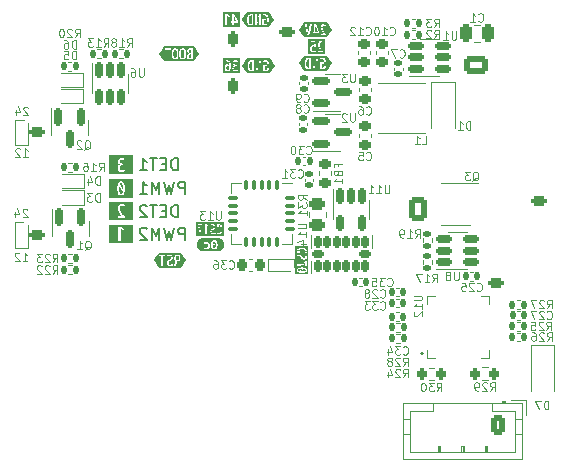
<source format=gbo>
%TF.GenerationSoftware,KiCad,Pcbnew,(6.0.6)*%
%TF.CreationDate,2022-08-02T13:49:19+08:00*%
%TF.ProjectId,Stealthburner_Toolhead_PCB,53746561-6c74-4686-9275-726e65725f54,rev?*%
%TF.SameCoordinates,Original*%
%TF.FileFunction,Legend,Bot*%
%TF.FilePolarity,Positive*%
%FSLAX46Y46*%
G04 Gerber Fmt 4.6, Leading zero omitted, Abs format (unit mm)*
G04 Created by KiCad (PCBNEW (6.0.6)) date 2022-08-02 13:49:19*
%MOMM*%
%LPD*%
G01*
G04 APERTURE LIST*
G04 Aperture macros list*
%AMRoundRect*
0 Rectangle with rounded corners*
0 $1 Rounding radius*
0 $2 $3 $4 $5 $6 $7 $8 $9 X,Y pos of 4 corners*
0 Add a 4 corners polygon primitive as box body*
4,1,4,$2,$3,$4,$5,$6,$7,$8,$9,$2,$3,0*
0 Add four circle primitives for the rounded corners*
1,1,$1+$1,$2,$3*
1,1,$1+$1,$4,$5*
1,1,$1+$1,$6,$7*
1,1,$1+$1,$8,$9*
0 Add four rect primitives between the rounded corners*
20,1,$1+$1,$2,$3,$4,$5,0*
20,1,$1+$1,$4,$5,$6,$7,0*
20,1,$1+$1,$6,$7,$8,$9,0*
20,1,$1+$1,$8,$9,$2,$3,0*%
%AMFreePoly0*
4,1,17,1.370000,0.720000,0.950000,0.720000,0.950000,0.580000,1.370000,0.580000,1.370000,0.080000,0.950000,0.080000,0.950000,-0.080000,1.370000,-0.080000,1.370000,-0.580000,0.950000,-0.580000,0.950000,-0.720000,1.371000,-0.720000,1.371000,-1.225000,-0.950000,-1.225000,-0.950000,1.225000,1.370000,1.225000,1.370000,0.720000,1.370000,0.720000,$1*%
G04 Aperture macros list end*
%ADD10C,0.120000*%
%ADD11C,0.150000*%
%ADD12C,0.200000*%
%ADD13C,0.024000*%
%ADD14RoundRect,0.200000X-0.200000X-0.450000X0.200000X-0.450000X0.200000X0.450000X-0.200000X0.450000X0*%
%ADD15O,0.800000X1.300000*%
%ADD16C,3.000000*%
%ADD17RoundRect,0.250001X0.499999X0.759999X-0.499999X0.759999X-0.499999X-0.759999X0.499999X-0.759999X0*%
%ADD18O,1.500000X2.020000*%
%ADD19RoundRect,0.200000X0.450000X-0.200000X0.450000X0.200000X-0.450000X0.200000X-0.450000X-0.200000X0*%
%ADD20O,1.300000X0.800000*%
%ADD21R,1.600000X1.600000*%
%ADD22C,1.600000*%
%ADD23C,1.000000*%
%ADD24C,5.000000*%
%ADD25RoundRect,0.200000X-0.450000X0.200000X-0.450000X-0.200000X0.450000X-0.200000X0.450000X0.200000X0*%
%ADD26RoundRect,0.250001X-0.759999X0.499999X-0.759999X-0.499999X0.759999X-0.499999X0.759999X0.499999X0*%
%ADD27O,2.020000X1.500000*%
%ADD28RoundRect,0.225000X0.250000X-0.225000X0.250000X0.225000X-0.250000X0.225000X-0.250000X-0.225000X0*%
%ADD29RoundRect,0.225000X-0.250000X0.225000X-0.250000X-0.225000X0.250000X-0.225000X0.250000X0.225000X0*%
%ADD30RoundRect,0.150000X-0.512500X-0.150000X0.512500X-0.150000X0.512500X0.150000X-0.512500X0.150000X0*%
%ADD31RoundRect,0.075000X0.337500X0.075000X-0.337500X0.075000X-0.337500X-0.075000X0.337500X-0.075000X0*%
%ADD32RoundRect,0.075000X0.075000X0.337500X-0.075000X0.337500X-0.075000X-0.337500X0.075000X-0.337500X0*%
%ADD33R,3.250000X3.250000*%
%ADD34RoundRect,0.135000X0.135000X0.185000X-0.135000X0.185000X-0.135000X-0.185000X0.135000X-0.185000X0*%
%ADD35RoundRect,0.135000X-0.135000X-0.185000X0.135000X-0.185000X0.135000X0.185000X-0.135000X0.185000X0*%
%ADD36RoundRect,0.140000X0.140000X0.170000X-0.140000X0.170000X-0.140000X-0.170000X0.140000X-0.170000X0*%
%ADD37RoundRect,0.150000X-0.150000X0.587500X-0.150000X-0.587500X0.150000X-0.587500X0.150000X0.587500X0*%
%ADD38RoundRect,0.150000X-0.587500X-0.150000X0.587500X-0.150000X0.587500X0.150000X-0.587500X0.150000X0*%
%ADD39RoundRect,0.140000X0.170000X-0.140000X0.170000X0.140000X-0.170000X0.140000X-0.170000X-0.140000X0*%
%ADD40RoundRect,0.140000X-0.140000X-0.170000X0.140000X-0.170000X0.140000X0.170000X-0.140000X0.170000X0*%
%ADD41R,0.630000X0.500000*%
%ADD42FreePoly0,180.000000*%
%ADD43R,0.600000X0.700000*%
%ADD44RoundRect,0.250000X-0.450000X0.262500X-0.450000X-0.262500X0.450000X-0.262500X0.450000X0.262500X0*%
%ADD45RoundRect,0.200000X-0.200000X-0.275000X0.200000X-0.275000X0.200000X0.275000X-0.200000X0.275000X0*%
%ADD46RoundRect,0.200000X0.200000X0.275000X-0.200000X0.275000X-0.200000X-0.275000X0.200000X-0.275000X0*%
%ADD47RoundRect,0.150000X-0.150000X0.512500X-0.150000X-0.512500X0.150000X-0.512500X0.150000X0.512500X0*%
%ADD48R,1.200000X0.900000*%
%ADD49R,1.200000X3.700000*%
%ADD50RoundRect,0.140000X-0.170000X0.140000X-0.170000X-0.140000X0.170000X-0.140000X0.170000X0.140000X0*%
%ADD51R,0.800000X0.500000*%
%ADD52R,0.762000X0.254000*%
%ADD53R,0.254000X0.762000*%
%ADD54R,3.800000X3.800000*%
%ADD55RoundRect,0.150000X0.150000X-0.325000X0.150000X0.325000X-0.150000X0.325000X-0.150000X-0.325000X0*%
%ADD56RoundRect,0.150000X0.325000X-0.150000X0.325000X0.150000X-0.325000X0.150000X-0.325000X-0.150000X0*%
%ADD57R,0.500000X0.800000*%
%ADD58RoundRect,0.218750X-0.256250X0.218750X-0.256250X-0.218750X0.256250X-0.218750X0.256250X0.218750X0*%
%ADD59RoundRect,0.250000X-0.250000X-0.475000X0.250000X-0.475000X0.250000X0.475000X-0.250000X0.475000X0*%
%ADD60RoundRect,0.135000X-0.185000X0.135000X-0.185000X-0.135000X0.185000X-0.135000X0.185000X0.135000X0*%
%ADD61RoundRect,0.250000X0.350000X0.625000X-0.350000X0.625000X-0.350000X-0.625000X0.350000X-0.625000X0*%
%ADD62O,1.200000X1.750000*%
%ADD63RoundRect,0.225000X0.225000X0.250000X-0.225000X0.250000X-0.225000X-0.250000X0.225000X-0.250000X0*%
%ADD64R,1.100000X1.100000*%
%ADD65RoundRect,0.135000X0.185000X-0.135000X0.185000X0.135000X-0.185000X0.135000X-0.185000X-0.135000X0*%
G04 APERTURE END LIST*
D10*
X101530133Y-109841466D02*
X101930133Y-109841466D01*
X101730133Y-109841466D02*
X101730133Y-109141466D01*
X101796800Y-109241466D01*
X101863466Y-109308133D01*
X101930133Y-109341466D01*
X101263466Y-109208133D02*
X101230133Y-109174800D01*
X101163466Y-109141466D01*
X100996800Y-109141466D01*
X100930133Y-109174800D01*
X100896800Y-109208133D01*
X100863466Y-109274800D01*
X100863466Y-109341466D01*
X100896800Y-109441466D01*
X101296800Y-109841466D01*
X100863466Y-109841466D01*
X101930133Y-105702933D02*
X101896800Y-105669600D01*
X101830133Y-105636266D01*
X101663466Y-105636266D01*
X101596800Y-105669600D01*
X101563466Y-105702933D01*
X101530133Y-105769600D01*
X101530133Y-105836266D01*
X101563466Y-105936266D01*
X101963466Y-106336266D01*
X101530133Y-106336266D01*
X100930133Y-105869600D02*
X100930133Y-106336266D01*
X101096800Y-105602933D02*
X101263466Y-106102933D01*
X100830133Y-106102933D01*
D11*
X114601428Y-110993180D02*
X114601428Y-109993180D01*
X114363333Y-109993180D01*
X114220476Y-110040800D01*
X114125238Y-110136038D01*
X114077619Y-110231276D01*
X114030000Y-110421752D01*
X114030000Y-110564609D01*
X114077619Y-110755085D01*
X114125238Y-110850323D01*
X114220476Y-110945561D01*
X114363333Y-110993180D01*
X114601428Y-110993180D01*
X113601428Y-110469371D02*
X113268095Y-110469371D01*
X113125238Y-110993180D02*
X113601428Y-110993180D01*
X113601428Y-109993180D01*
X113125238Y-109993180D01*
X112839523Y-109993180D02*
X112268095Y-109993180D01*
X112553809Y-110993180D02*
X112553809Y-109993180D01*
X111410952Y-110993180D02*
X111982380Y-110993180D01*
X111696666Y-110993180D02*
X111696666Y-109993180D01*
X111791904Y-110136038D01*
X111887142Y-110231276D01*
X111982380Y-110278895D01*
D10*
X101879333Y-114338933D02*
X101846000Y-114305600D01*
X101779333Y-114272266D01*
X101612666Y-114272266D01*
X101546000Y-114305600D01*
X101512666Y-114338933D01*
X101479333Y-114405600D01*
X101479333Y-114472266D01*
X101512666Y-114572266D01*
X101912666Y-114972266D01*
X101479333Y-114972266D01*
X100879333Y-114505600D02*
X100879333Y-114972266D01*
X101046000Y-114238933D02*
X101212666Y-114738933D01*
X100779333Y-114738933D01*
D11*
X115215752Y-116885980D02*
X115215752Y-115885980D01*
X114834800Y-115885980D01*
X114739561Y-115933600D01*
X114691942Y-115981219D01*
X114644323Y-116076457D01*
X114644323Y-116219314D01*
X114691942Y-116314552D01*
X114739561Y-116362171D01*
X114834800Y-116409790D01*
X115215752Y-116409790D01*
X114310990Y-115885980D02*
X114072895Y-116885980D01*
X113882419Y-116171695D01*
X113691942Y-116885980D01*
X113453847Y-115885980D01*
X113072895Y-116885980D02*
X113072895Y-115885980D01*
X112739561Y-116600266D01*
X112406228Y-115885980D01*
X112406228Y-116885980D01*
X111977657Y-115981219D02*
X111930038Y-115933600D01*
X111834800Y-115885980D01*
X111596704Y-115885980D01*
X111501466Y-115933600D01*
X111453847Y-115981219D01*
X111406228Y-116076457D01*
X111406228Y-116171695D01*
X111453847Y-116314552D01*
X112025276Y-116885980D01*
X111406228Y-116885980D01*
X115215752Y-112974380D02*
X115215752Y-111974380D01*
X114834800Y-111974380D01*
X114739561Y-112022000D01*
X114691942Y-112069619D01*
X114644323Y-112164857D01*
X114644323Y-112307714D01*
X114691942Y-112402952D01*
X114739561Y-112450571D01*
X114834800Y-112498190D01*
X115215752Y-112498190D01*
X114310990Y-111974380D02*
X114072895Y-112974380D01*
X113882419Y-112260095D01*
X113691942Y-112974380D01*
X113453847Y-111974380D01*
X113072895Y-112974380D02*
X113072895Y-111974380D01*
X112739561Y-112688666D01*
X112406228Y-111974380D01*
X112406228Y-112974380D01*
X111406228Y-112974380D02*
X111977657Y-112974380D01*
X111691942Y-112974380D02*
X111691942Y-111974380D01*
X111787180Y-112117238D01*
X111882419Y-112212476D01*
X111977657Y-112260095D01*
D10*
X101479333Y-118680666D02*
X101879333Y-118680666D01*
X101679333Y-118680666D02*
X101679333Y-117980666D01*
X101746000Y-118080666D01*
X101812666Y-118147333D01*
X101879333Y-118180666D01*
X101212666Y-118047333D02*
X101179333Y-118014000D01*
X101112666Y-117980666D01*
X100946000Y-117980666D01*
X100879333Y-118014000D01*
X100846000Y-118047333D01*
X100812666Y-118114000D01*
X100812666Y-118180666D01*
X100846000Y-118280666D01*
X101246000Y-118680666D01*
X100812666Y-118680666D01*
D11*
X114601428Y-114955580D02*
X114601428Y-113955580D01*
X114363333Y-113955580D01*
X114220476Y-114003200D01*
X114125238Y-114098438D01*
X114077619Y-114193676D01*
X114030000Y-114384152D01*
X114030000Y-114527009D01*
X114077619Y-114717485D01*
X114125238Y-114812723D01*
X114220476Y-114907961D01*
X114363333Y-114955580D01*
X114601428Y-114955580D01*
X113601428Y-114431771D02*
X113268095Y-114431771D01*
X113125238Y-114955580D02*
X113601428Y-114955580D01*
X113601428Y-113955580D01*
X113125238Y-113955580D01*
X112839523Y-113955580D02*
X112268095Y-113955580D01*
X112553809Y-114955580D02*
X112553809Y-113955580D01*
X111982380Y-114050819D02*
X111934761Y-114003200D01*
X111839523Y-113955580D01*
X111601428Y-113955580D01*
X111506190Y-114003200D01*
X111458571Y-114050819D01*
X111410952Y-114146057D01*
X111410952Y-114241295D01*
X111458571Y-114384152D01*
X112030000Y-114955580D01*
X111410952Y-114955580D01*
D10*
%TO.C,C12*%
X130548800Y-99513200D02*
X130582133Y-99546533D01*
X130682133Y-99579866D01*
X130748800Y-99579866D01*
X130848800Y-99546533D01*
X130915466Y-99479866D01*
X130948800Y-99413200D01*
X130982133Y-99279866D01*
X130982133Y-99179866D01*
X130948800Y-99046533D01*
X130915466Y-98979866D01*
X130848800Y-98913200D01*
X130748800Y-98879866D01*
X130682133Y-98879866D01*
X130582133Y-98913200D01*
X130548800Y-98946533D01*
X129882133Y-99579866D02*
X130282133Y-99579866D01*
X130082133Y-99579866D02*
X130082133Y-98879866D01*
X130148800Y-98979866D01*
X130215466Y-99046533D01*
X130282133Y-99079866D01*
X129615466Y-98946533D02*
X129582133Y-98913200D01*
X129515466Y-98879866D01*
X129348800Y-98879866D01*
X129282133Y-98913200D01*
X129248800Y-98946533D01*
X129215466Y-99013200D01*
X129215466Y-99079866D01*
X129248800Y-99179866D01*
X129648800Y-99579866D01*
X129215466Y-99579866D01*
%TO.C,C5*%
X130571066Y-110079600D02*
X130604400Y-110112933D01*
X130704400Y-110146266D01*
X130771066Y-110146266D01*
X130871066Y-110112933D01*
X130937733Y-110046266D01*
X130971066Y-109979600D01*
X131004400Y-109846266D01*
X131004400Y-109746266D01*
X130971066Y-109612933D01*
X130937733Y-109546266D01*
X130871066Y-109479600D01*
X130771066Y-109446266D01*
X130704400Y-109446266D01*
X130604400Y-109479600D01*
X130571066Y-109512933D01*
X129937733Y-109446266D02*
X130271066Y-109446266D01*
X130304400Y-109779600D01*
X130271066Y-109746266D01*
X130204400Y-109712933D01*
X130037733Y-109712933D01*
X129971066Y-109746266D01*
X129937733Y-109779600D01*
X129904400Y-109846266D01*
X129904400Y-110012933D01*
X129937733Y-110079600D01*
X129971066Y-110112933D01*
X130037733Y-110146266D01*
X130204400Y-110146266D01*
X130271066Y-110112933D01*
X130304400Y-110079600D01*
%TO.C,U1*%
X138201333Y-99235466D02*
X138201333Y-99802133D01*
X138168000Y-99868800D01*
X138134666Y-99902133D01*
X138068000Y-99935466D01*
X137934666Y-99935466D01*
X137868000Y-99902133D01*
X137834666Y-99868800D01*
X137801333Y-99802133D01*
X137801333Y-99235466D01*
X137101333Y-99935466D02*
X137501333Y-99935466D01*
X137301333Y-99935466D02*
X137301333Y-99235466D01*
X137368000Y-99335466D01*
X137434666Y-99402133D01*
X137501333Y-99435466D01*
%TO.C,U13*%
X118265466Y-114475466D02*
X118265466Y-115042133D01*
X118232133Y-115108800D01*
X118198800Y-115142133D01*
X118132133Y-115175466D01*
X117998800Y-115175466D01*
X117932133Y-115142133D01*
X117898800Y-115108800D01*
X117865466Y-115042133D01*
X117865466Y-114475466D01*
X117165466Y-115175466D02*
X117565466Y-115175466D01*
X117365466Y-115175466D02*
X117365466Y-114475466D01*
X117432133Y-114575466D01*
X117498800Y-114642133D01*
X117565466Y-114675466D01*
X116932133Y-114475466D02*
X116498800Y-114475466D01*
X116732133Y-114742133D01*
X116632133Y-114742133D01*
X116565466Y-114775466D01*
X116532133Y-114808800D01*
X116498800Y-114875466D01*
X116498800Y-115042133D01*
X116532133Y-115108800D01*
X116565466Y-115142133D01*
X116632133Y-115175466D01*
X116832133Y-115175466D01*
X116898800Y-115142133D01*
X116932133Y-115108800D01*
%TO.C,R25*%
X145837600Y-124522666D02*
X146070933Y-124189333D01*
X146237600Y-124522666D02*
X146237600Y-123822666D01*
X145970933Y-123822666D01*
X145904266Y-123856000D01*
X145870933Y-123889333D01*
X145837600Y-123956000D01*
X145837600Y-124056000D01*
X145870933Y-124122666D01*
X145904266Y-124156000D01*
X145970933Y-124189333D01*
X146237600Y-124189333D01*
X145570933Y-123889333D02*
X145537600Y-123856000D01*
X145470933Y-123822666D01*
X145304266Y-123822666D01*
X145237600Y-123856000D01*
X145204266Y-123889333D01*
X145170933Y-123956000D01*
X145170933Y-124022666D01*
X145204266Y-124122666D01*
X145604266Y-124522666D01*
X145170933Y-124522666D01*
X144537600Y-123822666D02*
X144870933Y-123822666D01*
X144904266Y-124156000D01*
X144870933Y-124122666D01*
X144804266Y-124089333D01*
X144637600Y-124089333D01*
X144570933Y-124122666D01*
X144537600Y-124156000D01*
X144504266Y-124222666D01*
X144504266Y-124389333D01*
X144537600Y-124456000D01*
X144570933Y-124489333D01*
X144637600Y-124522666D01*
X144804266Y-124522666D01*
X144870933Y-124489333D01*
X144904266Y-124456000D01*
%TO.C,R13*%
X108349200Y-100545066D02*
X108582533Y-100211733D01*
X108749200Y-100545066D02*
X108749200Y-99845066D01*
X108482533Y-99845066D01*
X108415866Y-99878400D01*
X108382533Y-99911733D01*
X108349200Y-99978400D01*
X108349200Y-100078400D01*
X108382533Y-100145066D01*
X108415866Y-100178400D01*
X108482533Y-100211733D01*
X108749200Y-100211733D01*
X107682533Y-100545066D02*
X108082533Y-100545066D01*
X107882533Y-100545066D02*
X107882533Y-99845066D01*
X107949200Y-99945066D01*
X108015866Y-100011733D01*
X108082533Y-100045066D01*
X107449200Y-99845066D02*
X107015866Y-99845066D01*
X107249200Y-100111733D01*
X107149200Y-100111733D01*
X107082533Y-100145066D01*
X107049200Y-100178400D01*
X107015866Y-100245066D01*
X107015866Y-100411733D01*
X107049200Y-100478400D01*
X107082533Y-100511733D01*
X107149200Y-100545066D01*
X107349200Y-100545066D01*
X107415866Y-100511733D01*
X107449200Y-100478400D01*
%TO.C,C27*%
X145886400Y-123541600D02*
X145919733Y-123574933D01*
X146019733Y-123608266D01*
X146086400Y-123608266D01*
X146186400Y-123574933D01*
X146253066Y-123508266D01*
X146286400Y-123441600D01*
X146319733Y-123308266D01*
X146319733Y-123208266D01*
X146286400Y-123074933D01*
X146253066Y-123008266D01*
X146186400Y-122941600D01*
X146086400Y-122908266D01*
X146019733Y-122908266D01*
X145919733Y-122941600D01*
X145886400Y-122974933D01*
X145619733Y-122974933D02*
X145586400Y-122941600D01*
X145519733Y-122908266D01*
X145353066Y-122908266D01*
X145286400Y-122941600D01*
X145253066Y-122974933D01*
X145219733Y-123041600D01*
X145219733Y-123108266D01*
X145253066Y-123208266D01*
X145653066Y-123608266D01*
X145219733Y-123608266D01*
X144986400Y-122908266D02*
X144519733Y-122908266D01*
X144819733Y-123608266D01*
%TO.C,R28*%
X133698400Y-127570666D02*
X133931733Y-127237333D01*
X134098400Y-127570666D02*
X134098400Y-126870666D01*
X133831733Y-126870666D01*
X133765066Y-126904000D01*
X133731733Y-126937333D01*
X133698400Y-127004000D01*
X133698400Y-127104000D01*
X133731733Y-127170666D01*
X133765066Y-127204000D01*
X133831733Y-127237333D01*
X134098400Y-127237333D01*
X133431733Y-126937333D02*
X133398400Y-126904000D01*
X133331733Y-126870666D01*
X133165066Y-126870666D01*
X133098400Y-126904000D01*
X133065066Y-126937333D01*
X133031733Y-127004000D01*
X133031733Y-127070666D01*
X133065066Y-127170666D01*
X133465066Y-127570666D01*
X133031733Y-127570666D01*
X132631733Y-127170666D02*
X132698400Y-127137333D01*
X132731733Y-127104000D01*
X132765066Y-127037333D01*
X132765066Y-127004000D01*
X132731733Y-126937333D01*
X132698400Y-126904000D01*
X132631733Y-126870666D01*
X132498400Y-126870666D01*
X132431733Y-126904000D01*
X132398400Y-126937333D01*
X132365066Y-127004000D01*
X132365066Y-127037333D01*
X132398400Y-127104000D01*
X132431733Y-127137333D01*
X132498400Y-127170666D01*
X132631733Y-127170666D01*
X132698400Y-127204000D01*
X132731733Y-127237333D01*
X132765066Y-127304000D01*
X132765066Y-127437333D01*
X132731733Y-127504000D01*
X132698400Y-127537333D01*
X132631733Y-127570666D01*
X132498400Y-127570666D01*
X132431733Y-127537333D01*
X132398400Y-127504000D01*
X132365066Y-127437333D01*
X132365066Y-127304000D01*
X132398400Y-127237333D01*
X132431733Y-127204000D01*
X132498400Y-127170666D01*
%TO.C,C10*%
X132580800Y-99513200D02*
X132614133Y-99546533D01*
X132714133Y-99579866D01*
X132780800Y-99579866D01*
X132880800Y-99546533D01*
X132947466Y-99479866D01*
X132980800Y-99413200D01*
X133014133Y-99279866D01*
X133014133Y-99179866D01*
X132980800Y-99046533D01*
X132947466Y-98979866D01*
X132880800Y-98913200D01*
X132780800Y-98879866D01*
X132714133Y-98879866D01*
X132614133Y-98913200D01*
X132580800Y-98946533D01*
X131914133Y-99579866D02*
X132314133Y-99579866D01*
X132114133Y-99579866D02*
X132114133Y-98879866D01*
X132180800Y-98979866D01*
X132247466Y-99046533D01*
X132314133Y-99079866D01*
X131480800Y-98879866D02*
X131414133Y-98879866D01*
X131347466Y-98913200D01*
X131314133Y-98946533D01*
X131280800Y-99013200D01*
X131247466Y-99146533D01*
X131247466Y-99313200D01*
X131280800Y-99446533D01*
X131314133Y-99513200D01*
X131347466Y-99546533D01*
X131414133Y-99579866D01*
X131480800Y-99579866D01*
X131547466Y-99546533D01*
X131580800Y-99513200D01*
X131614133Y-99446533D01*
X131647466Y-99313200D01*
X131647466Y-99146533D01*
X131614133Y-99013200D01*
X131580800Y-98946533D01*
X131547466Y-98913200D01*
X131480800Y-98879866D01*
%TO.C,C6*%
X130571066Y-106218800D02*
X130604400Y-106252133D01*
X130704400Y-106285466D01*
X130771066Y-106285466D01*
X130871066Y-106252133D01*
X130937733Y-106185466D01*
X130971066Y-106118800D01*
X131004400Y-105985466D01*
X131004400Y-105885466D01*
X130971066Y-105752133D01*
X130937733Y-105685466D01*
X130871066Y-105618800D01*
X130771066Y-105585466D01*
X130704400Y-105585466D01*
X130604400Y-105618800D01*
X130571066Y-105652133D01*
X129971066Y-105585466D02*
X130104400Y-105585466D01*
X130171066Y-105618800D01*
X130204400Y-105652133D01*
X130271066Y-105752133D01*
X130304400Y-105885466D01*
X130304400Y-106152133D01*
X130271066Y-106218800D01*
X130237733Y-106252133D01*
X130171066Y-106285466D01*
X130037733Y-106285466D01*
X129971066Y-106252133D01*
X129937733Y-106218800D01*
X129904400Y-106152133D01*
X129904400Y-105985466D01*
X129937733Y-105918800D01*
X129971066Y-105885466D01*
X130037733Y-105852133D01*
X130171066Y-105852133D01*
X130237733Y-105885466D01*
X130271066Y-105918800D01*
X130304400Y-105985466D01*
%TO.C,Q1*%
X106746666Y-117731333D02*
X106813333Y-117698000D01*
X106880000Y-117631333D01*
X106980000Y-117531333D01*
X107046666Y-117498000D01*
X107113333Y-117498000D01*
X107080000Y-117664666D02*
X107146666Y-117631333D01*
X107213333Y-117564666D01*
X107246666Y-117431333D01*
X107246666Y-117198000D01*
X107213333Y-117064666D01*
X107146666Y-116998000D01*
X107080000Y-116964666D01*
X106946666Y-116964666D01*
X106880000Y-116998000D01*
X106813333Y-117064666D01*
X106780000Y-117198000D01*
X106780000Y-117431333D01*
X106813333Y-117564666D01*
X106880000Y-117631333D01*
X106946666Y-117664666D01*
X107080000Y-117664666D01*
X106113333Y-117664666D02*
X106513333Y-117664666D01*
X106313333Y-117664666D02*
X106313333Y-116964666D01*
X106380000Y-117064666D01*
X106446666Y-117131333D01*
X106513333Y-117164666D01*
%TO.C,C34*%
X133698400Y-126538800D02*
X133731733Y-126572133D01*
X133831733Y-126605466D01*
X133898400Y-126605466D01*
X133998400Y-126572133D01*
X134065066Y-126505466D01*
X134098400Y-126438800D01*
X134131733Y-126305466D01*
X134131733Y-126205466D01*
X134098400Y-126072133D01*
X134065066Y-126005466D01*
X133998400Y-125938800D01*
X133898400Y-125905466D01*
X133831733Y-125905466D01*
X133731733Y-125938800D01*
X133698400Y-125972133D01*
X133465066Y-125905466D02*
X133031733Y-125905466D01*
X133265066Y-126172133D01*
X133165066Y-126172133D01*
X133098400Y-126205466D01*
X133065066Y-126238800D01*
X133031733Y-126305466D01*
X133031733Y-126472133D01*
X133065066Y-126538800D01*
X133098400Y-126572133D01*
X133165066Y-126605466D01*
X133365066Y-126605466D01*
X133431733Y-126572133D01*
X133465066Y-126538800D01*
X132431733Y-126138800D02*
X132431733Y-126605466D01*
X132598400Y-125872133D02*
X132765066Y-126372133D01*
X132331733Y-126372133D01*
%TO.C,U3*%
X129616133Y-102842266D02*
X129616133Y-103408933D01*
X129582800Y-103475600D01*
X129549466Y-103508933D01*
X129482800Y-103542266D01*
X129349466Y-103542266D01*
X129282800Y-103508933D01*
X129249466Y-103475600D01*
X129216133Y-103408933D01*
X129216133Y-102842266D01*
X128949466Y-102842266D02*
X128516133Y-102842266D01*
X128749466Y-103108933D01*
X128649466Y-103108933D01*
X128582800Y-103142266D01*
X128549466Y-103175600D01*
X128516133Y-103242266D01*
X128516133Y-103408933D01*
X128549466Y-103475600D01*
X128582800Y-103508933D01*
X128649466Y-103542266D01*
X128849466Y-103542266D01*
X128916133Y-103508933D01*
X128949466Y-103475600D01*
%TO.C,C31*%
X124808400Y-111552800D02*
X124841733Y-111586133D01*
X124941733Y-111619466D01*
X125008400Y-111619466D01*
X125108400Y-111586133D01*
X125175066Y-111519466D01*
X125208400Y-111452800D01*
X125241733Y-111319466D01*
X125241733Y-111219466D01*
X125208400Y-111086133D01*
X125175066Y-111019466D01*
X125108400Y-110952800D01*
X125008400Y-110919466D01*
X124941733Y-110919466D01*
X124841733Y-110952800D01*
X124808400Y-110986133D01*
X124575066Y-110919466D02*
X124141733Y-110919466D01*
X124375066Y-111186133D01*
X124275066Y-111186133D01*
X124208400Y-111219466D01*
X124175066Y-111252800D01*
X124141733Y-111319466D01*
X124141733Y-111486133D01*
X124175066Y-111552800D01*
X124208400Y-111586133D01*
X124275066Y-111619466D01*
X124475066Y-111619466D01*
X124541733Y-111586133D01*
X124575066Y-111552800D01*
X123475066Y-111619466D02*
X123875066Y-111619466D01*
X123675066Y-111619466D02*
X123675066Y-110919466D01*
X123741733Y-111019466D01*
X123808400Y-111086133D01*
X123875066Y-111119466D01*
%TO.C,C35*%
X132377600Y-120747600D02*
X132410933Y-120780933D01*
X132510933Y-120814266D01*
X132577600Y-120814266D01*
X132677600Y-120780933D01*
X132744266Y-120714266D01*
X132777600Y-120647600D01*
X132810933Y-120514266D01*
X132810933Y-120414266D01*
X132777600Y-120280933D01*
X132744266Y-120214266D01*
X132677600Y-120147600D01*
X132577600Y-120114266D01*
X132510933Y-120114266D01*
X132410933Y-120147600D01*
X132377600Y-120180933D01*
X132144266Y-120114266D02*
X131710933Y-120114266D01*
X131944266Y-120380933D01*
X131844266Y-120380933D01*
X131777600Y-120414266D01*
X131744266Y-120447600D01*
X131710933Y-120514266D01*
X131710933Y-120680933D01*
X131744266Y-120747600D01*
X131777600Y-120780933D01*
X131844266Y-120814266D01*
X132044266Y-120814266D01*
X132110933Y-120780933D01*
X132144266Y-120747600D01*
X131077600Y-120114266D02*
X131410933Y-120114266D01*
X131444266Y-120447600D01*
X131410933Y-120414266D01*
X131344266Y-120380933D01*
X131177600Y-120380933D01*
X131110933Y-120414266D01*
X131077600Y-120447600D01*
X131044266Y-120514266D01*
X131044266Y-120680933D01*
X131077600Y-120747600D01*
X131110933Y-120780933D01*
X131177600Y-120814266D01*
X131344266Y-120814266D01*
X131410933Y-120780933D01*
X131444266Y-120747600D01*
%TO.C,Q2*%
X106695866Y-109247733D02*
X106762533Y-109214400D01*
X106829200Y-109147733D01*
X106929200Y-109047733D01*
X106995866Y-109014400D01*
X107062533Y-109014400D01*
X107029200Y-109181066D02*
X107095866Y-109147733D01*
X107162533Y-109081066D01*
X107195866Y-108947733D01*
X107195866Y-108714400D01*
X107162533Y-108581066D01*
X107095866Y-108514400D01*
X107029200Y-108481066D01*
X106895866Y-108481066D01*
X106829200Y-108514400D01*
X106762533Y-108581066D01*
X106729200Y-108714400D01*
X106729200Y-108947733D01*
X106762533Y-109081066D01*
X106829200Y-109147733D01*
X106895866Y-109181066D01*
X107029200Y-109181066D01*
X106462533Y-108547733D02*
X106429200Y-108514400D01*
X106362533Y-108481066D01*
X106195866Y-108481066D01*
X106129200Y-108514400D01*
X106095866Y-108547733D01*
X106062533Y-108614400D01*
X106062533Y-108681066D01*
X106095866Y-108781066D01*
X106495866Y-109181066D01*
X106062533Y-109181066D01*
%TO.C,Q3*%
X139563466Y-111889333D02*
X139630133Y-111856000D01*
X139696800Y-111789333D01*
X139796800Y-111689333D01*
X139863466Y-111656000D01*
X139930133Y-111656000D01*
X139896800Y-111822666D02*
X139963466Y-111789333D01*
X140030133Y-111722666D01*
X140063466Y-111589333D01*
X140063466Y-111356000D01*
X140030133Y-111222666D01*
X139963466Y-111156000D01*
X139896800Y-111122666D01*
X139763466Y-111122666D01*
X139696800Y-111156000D01*
X139630133Y-111222666D01*
X139596800Y-111356000D01*
X139596800Y-111589333D01*
X139630133Y-111722666D01*
X139696800Y-111789333D01*
X139763466Y-111822666D01*
X139896800Y-111822666D01*
X139363466Y-111122666D02*
X138930133Y-111122666D01*
X139163466Y-111389333D01*
X139063466Y-111389333D01*
X138996800Y-111422666D01*
X138963466Y-111456000D01*
X138930133Y-111522666D01*
X138930133Y-111689333D01*
X138963466Y-111756000D01*
X138996800Y-111789333D01*
X139063466Y-111822666D01*
X139263466Y-111822666D01*
X139330133Y-111789333D01*
X139363466Y-111756000D01*
%TO.C,D3*%
X108009466Y-113651466D02*
X108009466Y-112951466D01*
X107842800Y-112951466D01*
X107742800Y-112984800D01*
X107676133Y-113051466D01*
X107642800Y-113118133D01*
X107609466Y-113251466D01*
X107609466Y-113351466D01*
X107642800Y-113484800D01*
X107676133Y-113551466D01*
X107742800Y-113618133D01*
X107842800Y-113651466D01*
X108009466Y-113651466D01*
X107376133Y-112951466D02*
X106942800Y-112951466D01*
X107176133Y-113218133D01*
X107076133Y-113218133D01*
X107009466Y-113251466D01*
X106976133Y-113284800D01*
X106942800Y-113351466D01*
X106942800Y-113518133D01*
X106976133Y-113584800D01*
X107009466Y-113618133D01*
X107076133Y-113651466D01*
X107276133Y-113651466D01*
X107342800Y-113618133D01*
X107376133Y-113584800D01*
%TO.C,D6*%
X106028266Y-100697466D02*
X106028266Y-99997466D01*
X105861600Y-99997466D01*
X105761600Y-100030800D01*
X105694933Y-100097466D01*
X105661600Y-100164133D01*
X105628266Y-100297466D01*
X105628266Y-100397466D01*
X105661600Y-100530800D01*
X105694933Y-100597466D01*
X105761600Y-100664133D01*
X105861600Y-100697466D01*
X106028266Y-100697466D01*
X105028266Y-99997466D02*
X105161600Y-99997466D01*
X105228266Y-100030800D01*
X105261600Y-100064133D01*
X105328266Y-100164133D01*
X105361600Y-100297466D01*
X105361600Y-100564133D01*
X105328266Y-100630800D01*
X105294933Y-100664133D01*
X105228266Y-100697466D01*
X105094933Y-100697466D01*
X105028266Y-100664133D01*
X104994933Y-100630800D01*
X104961600Y-100564133D01*
X104961600Y-100397466D01*
X104994933Y-100330800D01*
X105028266Y-100297466D01*
X105094933Y-100264133D01*
X105228266Y-100264133D01*
X105294933Y-100297466D01*
X105328266Y-100330800D01*
X105361600Y-100397466D01*
%TO.C,R31*%
X125538666Y-113494400D02*
X125205333Y-113261066D01*
X125538666Y-113094400D02*
X124838666Y-113094400D01*
X124838666Y-113361066D01*
X124872000Y-113427733D01*
X124905333Y-113461066D01*
X124972000Y-113494400D01*
X125072000Y-113494400D01*
X125138666Y-113461066D01*
X125172000Y-113427733D01*
X125205333Y-113361066D01*
X125205333Y-113094400D01*
X124838666Y-113727733D02*
X124838666Y-114161066D01*
X125105333Y-113927733D01*
X125105333Y-114027733D01*
X125138666Y-114094400D01*
X125172000Y-114127733D01*
X125238666Y-114161066D01*
X125405333Y-114161066D01*
X125472000Y-114127733D01*
X125505333Y-114094400D01*
X125538666Y-114027733D01*
X125538666Y-113827733D01*
X125505333Y-113761066D01*
X125472000Y-113727733D01*
X125538666Y-114827733D02*
X125538666Y-114427733D01*
X125538666Y-114627733D02*
X124838666Y-114627733D01*
X124938666Y-114561066D01*
X125005333Y-114494400D01*
X125038666Y-114427733D01*
%TO.C,R29*%
X141064400Y-129653466D02*
X141297733Y-129320133D01*
X141464400Y-129653466D02*
X141464400Y-128953466D01*
X141197733Y-128953466D01*
X141131066Y-128986800D01*
X141097733Y-129020133D01*
X141064400Y-129086800D01*
X141064400Y-129186800D01*
X141097733Y-129253466D01*
X141131066Y-129286800D01*
X141197733Y-129320133D01*
X141464400Y-129320133D01*
X140797733Y-129020133D02*
X140764400Y-128986800D01*
X140697733Y-128953466D01*
X140531066Y-128953466D01*
X140464400Y-128986800D01*
X140431066Y-129020133D01*
X140397733Y-129086800D01*
X140397733Y-129153466D01*
X140431066Y-129253466D01*
X140831066Y-129653466D01*
X140397733Y-129653466D01*
X140064400Y-129653466D02*
X139931066Y-129653466D01*
X139864400Y-129620133D01*
X139831066Y-129586800D01*
X139764400Y-129486800D01*
X139731066Y-129353466D01*
X139731066Y-129086800D01*
X139764400Y-129020133D01*
X139797733Y-128986800D01*
X139864400Y-128953466D01*
X139997733Y-128953466D01*
X140064400Y-128986800D01*
X140097733Y-129020133D01*
X140131066Y-129086800D01*
X140131066Y-129253466D01*
X140097733Y-129320133D01*
X140064400Y-129353466D01*
X139997733Y-129386800D01*
X139864400Y-129386800D01*
X139797733Y-129353466D01*
X139764400Y-129320133D01*
X139731066Y-129253466D01*
%TO.C,C33*%
X131768000Y-122728800D02*
X131801333Y-122762133D01*
X131901333Y-122795466D01*
X131968000Y-122795466D01*
X132068000Y-122762133D01*
X132134666Y-122695466D01*
X132168000Y-122628800D01*
X132201333Y-122495466D01*
X132201333Y-122395466D01*
X132168000Y-122262133D01*
X132134666Y-122195466D01*
X132068000Y-122128800D01*
X131968000Y-122095466D01*
X131901333Y-122095466D01*
X131801333Y-122128800D01*
X131768000Y-122162133D01*
X131534666Y-122095466D02*
X131101333Y-122095466D01*
X131334666Y-122362133D01*
X131234666Y-122362133D01*
X131168000Y-122395466D01*
X131134666Y-122428800D01*
X131101333Y-122495466D01*
X131101333Y-122662133D01*
X131134666Y-122728800D01*
X131168000Y-122762133D01*
X131234666Y-122795466D01*
X131434666Y-122795466D01*
X131501333Y-122762133D01*
X131534666Y-122728800D01*
X130868000Y-122095466D02*
X130434666Y-122095466D01*
X130668000Y-122362133D01*
X130568000Y-122362133D01*
X130501333Y-122395466D01*
X130468000Y-122428800D01*
X130434666Y-122495466D01*
X130434666Y-122662133D01*
X130468000Y-122728800D01*
X130501333Y-122762133D01*
X130568000Y-122795466D01*
X130768000Y-122795466D01*
X130834666Y-122762133D01*
X130868000Y-122728800D01*
%TO.C,R30*%
X136543200Y-129704266D02*
X136776533Y-129370933D01*
X136943200Y-129704266D02*
X136943200Y-129004266D01*
X136676533Y-129004266D01*
X136609866Y-129037600D01*
X136576533Y-129070933D01*
X136543200Y-129137600D01*
X136543200Y-129237600D01*
X136576533Y-129304266D01*
X136609866Y-129337600D01*
X136676533Y-129370933D01*
X136943200Y-129370933D01*
X136309866Y-129004266D02*
X135876533Y-129004266D01*
X136109866Y-129270933D01*
X136009866Y-129270933D01*
X135943200Y-129304266D01*
X135909866Y-129337600D01*
X135876533Y-129404266D01*
X135876533Y-129570933D01*
X135909866Y-129637600D01*
X135943200Y-129670933D01*
X136009866Y-129704266D01*
X136209866Y-129704266D01*
X136276533Y-129670933D01*
X136309866Y-129637600D01*
X135443200Y-129004266D02*
X135376533Y-129004266D01*
X135309866Y-129037600D01*
X135276533Y-129070933D01*
X135243200Y-129137600D01*
X135209866Y-129270933D01*
X135209866Y-129437600D01*
X135243200Y-129570933D01*
X135276533Y-129637600D01*
X135309866Y-129670933D01*
X135376533Y-129704266D01*
X135443200Y-129704266D01*
X135509866Y-129670933D01*
X135543200Y-129637600D01*
X135576533Y-129570933D01*
X135609866Y-129437600D01*
X135609866Y-129270933D01*
X135576533Y-129137600D01*
X135543200Y-129070933D01*
X135509866Y-129037600D01*
X135443200Y-129004266D01*
%TO.C,R20*%
X105910800Y-99732266D02*
X106144133Y-99398933D01*
X106310800Y-99732266D02*
X106310800Y-99032266D01*
X106044133Y-99032266D01*
X105977466Y-99065600D01*
X105944133Y-99098933D01*
X105910800Y-99165600D01*
X105910800Y-99265600D01*
X105944133Y-99332266D01*
X105977466Y-99365600D01*
X106044133Y-99398933D01*
X106310800Y-99398933D01*
X105644133Y-99098933D02*
X105610800Y-99065600D01*
X105544133Y-99032266D01*
X105377466Y-99032266D01*
X105310800Y-99065600D01*
X105277466Y-99098933D01*
X105244133Y-99165600D01*
X105244133Y-99232266D01*
X105277466Y-99332266D01*
X105677466Y-99732266D01*
X105244133Y-99732266D01*
X104810800Y-99032266D02*
X104744133Y-99032266D01*
X104677466Y-99065600D01*
X104644133Y-99098933D01*
X104610800Y-99165600D01*
X104577466Y-99298933D01*
X104577466Y-99465600D01*
X104610800Y-99598933D01*
X104644133Y-99665600D01*
X104677466Y-99698933D01*
X104744133Y-99732266D01*
X104810800Y-99732266D01*
X104877466Y-99698933D01*
X104910800Y-99665600D01*
X104944133Y-99598933D01*
X104977466Y-99465600D01*
X104977466Y-99298933D01*
X104944133Y-99165600D01*
X104910800Y-99098933D01*
X104877466Y-99065600D01*
X104810800Y-99032266D01*
%TO.C,R2*%
X136333866Y-99833866D02*
X136567200Y-99500533D01*
X136733866Y-99833866D02*
X136733866Y-99133866D01*
X136467200Y-99133866D01*
X136400533Y-99167200D01*
X136367200Y-99200533D01*
X136333866Y-99267200D01*
X136333866Y-99367200D01*
X136367200Y-99433866D01*
X136400533Y-99467200D01*
X136467200Y-99500533D01*
X136733866Y-99500533D01*
X136067200Y-99200533D02*
X136033866Y-99167200D01*
X135967200Y-99133866D01*
X135800533Y-99133866D01*
X135733866Y-99167200D01*
X135700533Y-99200533D01*
X135667200Y-99267200D01*
X135667200Y-99333866D01*
X135700533Y-99433866D01*
X136100533Y-99833866D01*
X135667200Y-99833866D01*
%TO.C,C28*%
X131768000Y-121712800D02*
X131801333Y-121746133D01*
X131901333Y-121779466D01*
X131968000Y-121779466D01*
X132068000Y-121746133D01*
X132134666Y-121679466D01*
X132168000Y-121612800D01*
X132201333Y-121479466D01*
X132201333Y-121379466D01*
X132168000Y-121246133D01*
X132134666Y-121179466D01*
X132068000Y-121112800D01*
X131968000Y-121079466D01*
X131901333Y-121079466D01*
X131801333Y-121112800D01*
X131768000Y-121146133D01*
X131501333Y-121146133D02*
X131468000Y-121112800D01*
X131401333Y-121079466D01*
X131234666Y-121079466D01*
X131168000Y-121112800D01*
X131134666Y-121146133D01*
X131101333Y-121212800D01*
X131101333Y-121279466D01*
X131134666Y-121379466D01*
X131534666Y-121779466D01*
X131101333Y-121779466D01*
X130701333Y-121379466D02*
X130768000Y-121346133D01*
X130801333Y-121312800D01*
X130834666Y-121246133D01*
X130834666Y-121212800D01*
X130801333Y-121146133D01*
X130768000Y-121112800D01*
X130701333Y-121079466D01*
X130568000Y-121079466D01*
X130501333Y-121112800D01*
X130468000Y-121146133D01*
X130434666Y-121212800D01*
X130434666Y-121246133D01*
X130468000Y-121312800D01*
X130501333Y-121346133D01*
X130568000Y-121379466D01*
X130701333Y-121379466D01*
X130768000Y-121412800D01*
X130801333Y-121446133D01*
X130834666Y-121512800D01*
X130834666Y-121646133D01*
X130801333Y-121712800D01*
X130768000Y-121746133D01*
X130701333Y-121779466D01*
X130568000Y-121779466D01*
X130501333Y-121746133D01*
X130468000Y-121712800D01*
X130434666Y-121646133D01*
X130434666Y-121512800D01*
X130468000Y-121446133D01*
X130501333Y-121412800D01*
X130568000Y-121379466D01*
%TO.C,U11*%
X132540266Y-112240266D02*
X132540266Y-112806933D01*
X132506933Y-112873600D01*
X132473600Y-112906933D01*
X132406933Y-112940266D01*
X132273600Y-112940266D01*
X132206933Y-112906933D01*
X132173600Y-112873600D01*
X132140266Y-112806933D01*
X132140266Y-112240266D01*
X131440266Y-112940266D02*
X131840266Y-112940266D01*
X131640266Y-112940266D02*
X131640266Y-112240266D01*
X131706933Y-112340266D01*
X131773600Y-112406933D01*
X131840266Y-112440266D01*
X130773600Y-112940266D02*
X131173600Y-112940266D01*
X130973600Y-112940266D02*
X130973600Y-112240266D01*
X131040266Y-112340266D01*
X131106933Y-112406933D01*
X131173600Y-112440266D01*
%TO.C,D1*%
X139403866Y-107555466D02*
X139403866Y-106855466D01*
X139237200Y-106855466D01*
X139137200Y-106888800D01*
X139070533Y-106955466D01*
X139037200Y-107022133D01*
X139003866Y-107155466D01*
X139003866Y-107255466D01*
X139037200Y-107388800D01*
X139070533Y-107455466D01*
X139137200Y-107522133D01*
X139237200Y-107555466D01*
X139403866Y-107555466D01*
X138337200Y-107555466D02*
X138737200Y-107555466D01*
X138537200Y-107555466D02*
X138537200Y-106855466D01*
X138603866Y-106955466D01*
X138670533Y-107022133D01*
X138737200Y-107055466D01*
%TO.C,L1*%
X135295466Y-108774666D02*
X135628800Y-108774666D01*
X135628800Y-108074666D01*
X134695466Y-108774666D02*
X135095466Y-108774666D01*
X134895466Y-108774666D02*
X134895466Y-108074666D01*
X134962133Y-108174666D01*
X135028800Y-108241333D01*
X135095466Y-108274666D01*
%TO.C,C25*%
X139946800Y-121154000D02*
X139980133Y-121187333D01*
X140080133Y-121220666D01*
X140146800Y-121220666D01*
X140246800Y-121187333D01*
X140313466Y-121120666D01*
X140346800Y-121054000D01*
X140380133Y-120920666D01*
X140380133Y-120820666D01*
X140346800Y-120687333D01*
X140313466Y-120620666D01*
X140246800Y-120554000D01*
X140146800Y-120520666D01*
X140080133Y-120520666D01*
X139980133Y-120554000D01*
X139946800Y-120587333D01*
X139680133Y-120587333D02*
X139646800Y-120554000D01*
X139580133Y-120520666D01*
X139413466Y-120520666D01*
X139346800Y-120554000D01*
X139313466Y-120587333D01*
X139280133Y-120654000D01*
X139280133Y-120720666D01*
X139313466Y-120820666D01*
X139713466Y-121220666D01*
X139280133Y-121220666D01*
X138646800Y-120520666D02*
X138980133Y-120520666D01*
X139013466Y-120854000D01*
X138980133Y-120820666D01*
X138913466Y-120787333D01*
X138746800Y-120787333D01*
X138680133Y-120820666D01*
X138646800Y-120854000D01*
X138613466Y-120920666D01*
X138613466Y-121087333D01*
X138646800Y-121154000D01*
X138680133Y-121187333D01*
X138746800Y-121220666D01*
X138913466Y-121220666D01*
X138980133Y-121187333D01*
X139013466Y-121154000D01*
%TO.C,C9*%
X125287866Y-105152000D02*
X125321200Y-105185333D01*
X125421200Y-105218666D01*
X125487866Y-105218666D01*
X125587866Y-105185333D01*
X125654533Y-105118666D01*
X125687866Y-105052000D01*
X125721200Y-104918666D01*
X125721200Y-104818666D01*
X125687866Y-104685333D01*
X125654533Y-104618666D01*
X125587866Y-104552000D01*
X125487866Y-104518666D01*
X125421200Y-104518666D01*
X125321200Y-104552000D01*
X125287866Y-104585333D01*
X124954533Y-105218666D02*
X124821200Y-105218666D01*
X124754533Y-105185333D01*
X124721200Y-105152000D01*
X124654533Y-105052000D01*
X124621200Y-104918666D01*
X124621200Y-104652000D01*
X124654533Y-104585333D01*
X124687866Y-104552000D01*
X124754533Y-104518666D01*
X124887866Y-104518666D01*
X124954533Y-104552000D01*
X124987866Y-104585333D01*
X125021200Y-104652000D01*
X125021200Y-104818666D01*
X124987866Y-104885333D01*
X124954533Y-104918666D01*
X124887866Y-104952000D01*
X124754533Y-104952000D01*
X124687866Y-104918666D01*
X124654533Y-104885333D01*
X124621200Y-104818666D01*
%TO.C,R27*%
X145886400Y-122693866D02*
X146119733Y-122360533D01*
X146286400Y-122693866D02*
X146286400Y-121993866D01*
X146019733Y-121993866D01*
X145953066Y-122027200D01*
X145919733Y-122060533D01*
X145886400Y-122127200D01*
X145886400Y-122227200D01*
X145919733Y-122293866D01*
X145953066Y-122327200D01*
X146019733Y-122360533D01*
X146286400Y-122360533D01*
X145619733Y-122060533D02*
X145586400Y-122027200D01*
X145519733Y-121993866D01*
X145353066Y-121993866D01*
X145286400Y-122027200D01*
X145253066Y-122060533D01*
X145219733Y-122127200D01*
X145219733Y-122193866D01*
X145253066Y-122293866D01*
X145653066Y-122693866D01*
X145219733Y-122693866D01*
X144986400Y-121993866D02*
X144519733Y-121993866D01*
X144819733Y-122693866D01*
%TO.C,C8*%
X125287866Y-106066400D02*
X125321200Y-106099733D01*
X125421200Y-106133066D01*
X125487866Y-106133066D01*
X125587866Y-106099733D01*
X125654533Y-106033066D01*
X125687866Y-105966400D01*
X125721200Y-105833066D01*
X125721200Y-105733066D01*
X125687866Y-105599733D01*
X125654533Y-105533066D01*
X125587866Y-105466400D01*
X125487866Y-105433066D01*
X125421200Y-105433066D01*
X125321200Y-105466400D01*
X125287866Y-105499733D01*
X124887866Y-105733066D02*
X124954533Y-105699733D01*
X124987866Y-105666400D01*
X125021200Y-105599733D01*
X125021200Y-105566400D01*
X124987866Y-105499733D01*
X124954533Y-105466400D01*
X124887866Y-105433066D01*
X124754533Y-105433066D01*
X124687866Y-105466400D01*
X124654533Y-105499733D01*
X124621200Y-105566400D01*
X124621200Y-105599733D01*
X124654533Y-105666400D01*
X124687866Y-105699733D01*
X124754533Y-105733066D01*
X124887866Y-105733066D01*
X124954533Y-105766400D01*
X124987866Y-105799733D01*
X125021200Y-105866400D01*
X125021200Y-105999733D01*
X124987866Y-106066400D01*
X124954533Y-106099733D01*
X124887866Y-106133066D01*
X124754533Y-106133066D01*
X124687866Y-106099733D01*
X124654533Y-106066400D01*
X124621200Y-105999733D01*
X124621200Y-105866400D01*
X124654533Y-105799733D01*
X124687866Y-105766400D01*
X124754533Y-105733066D01*
%TO.C,R16*%
X107942800Y-111060666D02*
X108176133Y-110727333D01*
X108342800Y-111060666D02*
X108342800Y-110360666D01*
X108076133Y-110360666D01*
X108009466Y-110394000D01*
X107976133Y-110427333D01*
X107942800Y-110494000D01*
X107942800Y-110594000D01*
X107976133Y-110660666D01*
X108009466Y-110694000D01*
X108076133Y-110727333D01*
X108342800Y-110727333D01*
X107276133Y-111060666D02*
X107676133Y-111060666D01*
X107476133Y-111060666D02*
X107476133Y-110360666D01*
X107542800Y-110460666D01*
X107609466Y-110527333D01*
X107676133Y-110560666D01*
X106676133Y-110360666D02*
X106809466Y-110360666D01*
X106876133Y-110394000D01*
X106909466Y-110427333D01*
X106976133Y-110527333D01*
X107009466Y-110660666D01*
X107009466Y-110927333D01*
X106976133Y-110994000D01*
X106942800Y-111027333D01*
X106876133Y-111060666D01*
X106742800Y-111060666D01*
X106676133Y-111027333D01*
X106642800Y-110994000D01*
X106609466Y-110927333D01*
X106609466Y-110760666D01*
X106642800Y-110694000D01*
X106676133Y-110660666D01*
X106742800Y-110627333D01*
X106876133Y-110627333D01*
X106942800Y-110660666D01*
X106976133Y-110694000D01*
X107009466Y-110760666D01*
%TO.C,U12*%
X134592266Y-121612133D02*
X135158933Y-121612133D01*
X135225600Y-121645466D01*
X135258933Y-121678800D01*
X135292266Y-121745466D01*
X135292266Y-121878800D01*
X135258933Y-121945466D01*
X135225600Y-121978800D01*
X135158933Y-122012133D01*
X134592266Y-122012133D01*
X135292266Y-122712133D02*
X135292266Y-122312133D01*
X135292266Y-122512133D02*
X134592266Y-122512133D01*
X134692266Y-122445466D01*
X134758933Y-122378800D01*
X134792266Y-122312133D01*
X134658933Y-122978800D02*
X134625600Y-123012133D01*
X134592266Y-123078800D01*
X134592266Y-123245466D01*
X134625600Y-123312133D01*
X134658933Y-123345466D01*
X134725600Y-123378800D01*
X134792266Y-123378800D01*
X134892266Y-123345466D01*
X135292266Y-122945466D01*
X135292266Y-123378800D01*
%TO.C,R22*%
X104031200Y-119747466D02*
X104264533Y-119414133D01*
X104431200Y-119747466D02*
X104431200Y-119047466D01*
X104164533Y-119047466D01*
X104097866Y-119080800D01*
X104064533Y-119114133D01*
X104031200Y-119180800D01*
X104031200Y-119280800D01*
X104064533Y-119347466D01*
X104097866Y-119380800D01*
X104164533Y-119414133D01*
X104431200Y-119414133D01*
X103764533Y-119114133D02*
X103731200Y-119080800D01*
X103664533Y-119047466D01*
X103497866Y-119047466D01*
X103431200Y-119080800D01*
X103397866Y-119114133D01*
X103364533Y-119180800D01*
X103364533Y-119247466D01*
X103397866Y-119347466D01*
X103797866Y-119747466D01*
X103364533Y-119747466D01*
X103097866Y-119114133D02*
X103064533Y-119080800D01*
X102997866Y-119047466D01*
X102831200Y-119047466D01*
X102764533Y-119080800D01*
X102731200Y-119114133D01*
X102697866Y-119180800D01*
X102697866Y-119247466D01*
X102731200Y-119347466D01*
X103131200Y-119747466D01*
X102697866Y-119747466D01*
%TO.C,U14*%
X124787866Y-115516133D02*
X125354533Y-115516133D01*
X125421200Y-115549466D01*
X125454533Y-115582800D01*
X125487866Y-115649466D01*
X125487866Y-115782800D01*
X125454533Y-115849466D01*
X125421200Y-115882800D01*
X125354533Y-115916133D01*
X124787866Y-115916133D01*
X125487866Y-116616133D02*
X125487866Y-116216133D01*
X125487866Y-116416133D02*
X124787866Y-116416133D01*
X124887866Y-116349466D01*
X124954533Y-116282800D01*
X124987866Y-116216133D01*
X125021200Y-117216133D02*
X125487866Y-117216133D01*
X124754533Y-117049466D02*
X125254533Y-116882800D01*
X125254533Y-117316133D01*
%TO.C,R3*%
X136333866Y-98868666D02*
X136567200Y-98535333D01*
X136733866Y-98868666D02*
X136733866Y-98168666D01*
X136467200Y-98168666D01*
X136400533Y-98202000D01*
X136367200Y-98235333D01*
X136333866Y-98302000D01*
X136333866Y-98402000D01*
X136367200Y-98468666D01*
X136400533Y-98502000D01*
X136467200Y-98535333D01*
X136733866Y-98535333D01*
X136100533Y-98168666D02*
X135667200Y-98168666D01*
X135900533Y-98435333D01*
X135800533Y-98435333D01*
X135733866Y-98468666D01*
X135700533Y-98502000D01*
X135667200Y-98568666D01*
X135667200Y-98735333D01*
X135700533Y-98802000D01*
X135733866Y-98835333D01*
X135800533Y-98868666D01*
X136000533Y-98868666D01*
X136067200Y-98835333D01*
X136100533Y-98802000D01*
%TO.C,D5*%
X106028266Y-101611866D02*
X106028266Y-100911866D01*
X105861600Y-100911866D01*
X105761600Y-100945200D01*
X105694933Y-101011866D01*
X105661600Y-101078533D01*
X105628266Y-101211866D01*
X105628266Y-101311866D01*
X105661600Y-101445200D01*
X105694933Y-101511866D01*
X105761600Y-101578533D01*
X105861600Y-101611866D01*
X106028266Y-101611866D01*
X104994933Y-100911866D02*
X105328266Y-100911866D01*
X105361600Y-101245200D01*
X105328266Y-101211866D01*
X105261600Y-101178533D01*
X105094933Y-101178533D01*
X105028266Y-101211866D01*
X104994933Y-101245200D01*
X104961600Y-101311866D01*
X104961600Y-101478533D01*
X104994933Y-101545200D01*
X105028266Y-101578533D01*
X105094933Y-101611866D01*
X105261600Y-101611866D01*
X105328266Y-101578533D01*
X105361600Y-101545200D01*
%TO.C,FB1*%
X128169200Y-110668666D02*
X128169200Y-110435333D01*
X128535866Y-110435333D02*
X127835866Y-110435333D01*
X127835866Y-110768666D01*
X128169200Y-111268666D02*
X128202533Y-111368666D01*
X128235866Y-111402000D01*
X128302533Y-111435333D01*
X128402533Y-111435333D01*
X128469200Y-111402000D01*
X128502533Y-111368666D01*
X128535866Y-111302000D01*
X128535866Y-111035333D01*
X127835866Y-111035333D01*
X127835866Y-111268666D01*
X127869200Y-111335333D01*
X127902533Y-111368666D01*
X127969200Y-111402000D01*
X128035866Y-111402000D01*
X128102533Y-111368666D01*
X128135866Y-111335333D01*
X128169200Y-111268666D01*
X128169200Y-111035333D01*
X128535866Y-112102000D02*
X128535866Y-111702000D01*
X128535866Y-111902000D02*
X127835866Y-111902000D01*
X127935866Y-111835333D01*
X128002533Y-111768666D01*
X128035866Y-111702000D01*
%TO.C,C1*%
X140070666Y-98344800D02*
X140104000Y-98378133D01*
X140204000Y-98411466D01*
X140270666Y-98411466D01*
X140370666Y-98378133D01*
X140437333Y-98311466D01*
X140470666Y-98244800D01*
X140504000Y-98111466D01*
X140504000Y-98011466D01*
X140470666Y-97878133D01*
X140437333Y-97811466D01*
X140370666Y-97744800D01*
X140270666Y-97711466D01*
X140204000Y-97711466D01*
X140104000Y-97744800D01*
X140070666Y-97778133D01*
X139404000Y-98411466D02*
X139804000Y-98411466D01*
X139604000Y-98411466D02*
X139604000Y-97711466D01*
X139670666Y-97811466D01*
X139737333Y-97878133D01*
X139804000Y-97911466D01*
%TO.C,R23*%
X104031200Y-118782266D02*
X104264533Y-118448933D01*
X104431200Y-118782266D02*
X104431200Y-118082266D01*
X104164533Y-118082266D01*
X104097866Y-118115600D01*
X104064533Y-118148933D01*
X104031200Y-118215600D01*
X104031200Y-118315600D01*
X104064533Y-118382266D01*
X104097866Y-118415600D01*
X104164533Y-118448933D01*
X104431200Y-118448933D01*
X103764533Y-118148933D02*
X103731200Y-118115600D01*
X103664533Y-118082266D01*
X103497866Y-118082266D01*
X103431200Y-118115600D01*
X103397866Y-118148933D01*
X103364533Y-118215600D01*
X103364533Y-118282266D01*
X103397866Y-118382266D01*
X103797866Y-118782266D01*
X103364533Y-118782266D01*
X103131200Y-118082266D02*
X102697866Y-118082266D01*
X102931200Y-118348933D01*
X102831200Y-118348933D01*
X102764533Y-118382266D01*
X102731200Y-118415600D01*
X102697866Y-118482266D01*
X102697866Y-118648933D01*
X102731200Y-118715600D01*
X102764533Y-118748933D01*
X102831200Y-118782266D01*
X103031200Y-118782266D01*
X103097866Y-118748933D01*
X103131200Y-118715600D01*
%TO.C,C30*%
X125519600Y-109571600D02*
X125552933Y-109604933D01*
X125652933Y-109638266D01*
X125719600Y-109638266D01*
X125819600Y-109604933D01*
X125886266Y-109538266D01*
X125919600Y-109471600D01*
X125952933Y-109338266D01*
X125952933Y-109238266D01*
X125919600Y-109104933D01*
X125886266Y-109038266D01*
X125819600Y-108971600D01*
X125719600Y-108938266D01*
X125652933Y-108938266D01*
X125552933Y-108971600D01*
X125519600Y-109004933D01*
X125286266Y-108938266D02*
X124852933Y-108938266D01*
X125086266Y-109204933D01*
X124986266Y-109204933D01*
X124919600Y-109238266D01*
X124886266Y-109271600D01*
X124852933Y-109338266D01*
X124852933Y-109504933D01*
X124886266Y-109571600D01*
X124919600Y-109604933D01*
X124986266Y-109638266D01*
X125186266Y-109638266D01*
X125252933Y-109604933D01*
X125286266Y-109571600D01*
X124419600Y-108938266D02*
X124352933Y-108938266D01*
X124286266Y-108971600D01*
X124252933Y-109004933D01*
X124219600Y-109071600D01*
X124186266Y-109204933D01*
X124186266Y-109371600D01*
X124219600Y-109504933D01*
X124252933Y-109571600D01*
X124286266Y-109604933D01*
X124352933Y-109638266D01*
X124419600Y-109638266D01*
X124486266Y-109604933D01*
X124519600Y-109571600D01*
X124552933Y-109504933D01*
X124586266Y-109371600D01*
X124586266Y-109204933D01*
X124552933Y-109071600D01*
X124519600Y-109004933D01*
X124486266Y-108971600D01*
X124419600Y-108938266D01*
%TO.C,R19*%
X134714400Y-116699466D02*
X134947733Y-116366133D01*
X135114400Y-116699466D02*
X135114400Y-115999466D01*
X134847733Y-115999466D01*
X134781066Y-116032800D01*
X134747733Y-116066133D01*
X134714400Y-116132800D01*
X134714400Y-116232800D01*
X134747733Y-116299466D01*
X134781066Y-116332800D01*
X134847733Y-116366133D01*
X135114400Y-116366133D01*
X134047733Y-116699466D02*
X134447733Y-116699466D01*
X134247733Y-116699466D02*
X134247733Y-115999466D01*
X134314400Y-116099466D01*
X134381066Y-116166133D01*
X134447733Y-116199466D01*
X133714400Y-116699466D02*
X133581066Y-116699466D01*
X133514400Y-116666133D01*
X133481066Y-116632800D01*
X133414400Y-116532800D01*
X133381066Y-116399466D01*
X133381066Y-116132800D01*
X133414400Y-116066133D01*
X133447733Y-116032800D01*
X133514400Y-115999466D01*
X133647733Y-115999466D01*
X133714400Y-116032800D01*
X133747733Y-116066133D01*
X133781066Y-116132800D01*
X133781066Y-116299466D01*
X133747733Y-116366133D01*
X133714400Y-116399466D01*
X133647733Y-116432800D01*
X133514400Y-116432800D01*
X133447733Y-116399466D01*
X133414400Y-116366133D01*
X133381066Y-116299466D01*
%TO.C,R26*%
X145888400Y-125437066D02*
X146121733Y-125103733D01*
X146288400Y-125437066D02*
X146288400Y-124737066D01*
X146021733Y-124737066D01*
X145955066Y-124770400D01*
X145921733Y-124803733D01*
X145888400Y-124870400D01*
X145888400Y-124970400D01*
X145921733Y-125037066D01*
X145955066Y-125070400D01*
X146021733Y-125103733D01*
X146288400Y-125103733D01*
X145621733Y-124803733D02*
X145588400Y-124770400D01*
X145521733Y-124737066D01*
X145355066Y-124737066D01*
X145288400Y-124770400D01*
X145255066Y-124803733D01*
X145221733Y-124870400D01*
X145221733Y-124937066D01*
X145255066Y-125037066D01*
X145655066Y-125437066D01*
X145221733Y-125437066D01*
X144621733Y-124737066D02*
X144755066Y-124737066D01*
X144821733Y-124770400D01*
X144855066Y-124803733D01*
X144921733Y-124903733D01*
X144955066Y-125037066D01*
X144955066Y-125303733D01*
X144921733Y-125370400D01*
X144888400Y-125403733D01*
X144821733Y-125437066D01*
X144688400Y-125437066D01*
X144621733Y-125403733D01*
X144588400Y-125370400D01*
X144555066Y-125303733D01*
X144555066Y-125137066D01*
X144588400Y-125070400D01*
X144621733Y-125037066D01*
X144688400Y-125003733D01*
X144821733Y-125003733D01*
X144888400Y-125037066D01*
X144921733Y-125070400D01*
X144955066Y-125137066D01*
%TO.C,U2*%
X129616133Y-106195066D02*
X129616133Y-106761733D01*
X129582800Y-106828400D01*
X129549466Y-106861733D01*
X129482800Y-106895066D01*
X129349466Y-106895066D01*
X129282800Y-106861733D01*
X129249466Y-106828400D01*
X129216133Y-106761733D01*
X129216133Y-106195066D01*
X128916133Y-106261733D02*
X128882800Y-106228400D01*
X128816133Y-106195066D01*
X128649466Y-106195066D01*
X128582800Y-106228400D01*
X128549466Y-106261733D01*
X128516133Y-106328400D01*
X128516133Y-106395066D01*
X128549466Y-106495066D01*
X128949466Y-106895066D01*
X128516133Y-106895066D01*
%TO.C,R18*%
X110330400Y-100545066D02*
X110563733Y-100211733D01*
X110730400Y-100545066D02*
X110730400Y-99845066D01*
X110463733Y-99845066D01*
X110397066Y-99878400D01*
X110363733Y-99911733D01*
X110330400Y-99978400D01*
X110330400Y-100078400D01*
X110363733Y-100145066D01*
X110397066Y-100178400D01*
X110463733Y-100211733D01*
X110730400Y-100211733D01*
X109663733Y-100545066D02*
X110063733Y-100545066D01*
X109863733Y-100545066D02*
X109863733Y-99845066D01*
X109930400Y-99945066D01*
X109997066Y-100011733D01*
X110063733Y-100045066D01*
X109263733Y-100145066D02*
X109330400Y-100111733D01*
X109363733Y-100078400D01*
X109397066Y-100011733D01*
X109397066Y-99978400D01*
X109363733Y-99911733D01*
X109330400Y-99878400D01*
X109263733Y-99845066D01*
X109130400Y-99845066D01*
X109063733Y-99878400D01*
X109030400Y-99911733D01*
X108997066Y-99978400D01*
X108997066Y-100011733D01*
X109030400Y-100078400D01*
X109063733Y-100111733D01*
X109130400Y-100145066D01*
X109263733Y-100145066D01*
X109330400Y-100178400D01*
X109363733Y-100211733D01*
X109397066Y-100278400D01*
X109397066Y-100411733D01*
X109363733Y-100478400D01*
X109330400Y-100511733D01*
X109263733Y-100545066D01*
X109130400Y-100545066D01*
X109063733Y-100511733D01*
X109030400Y-100478400D01*
X108997066Y-100411733D01*
X108997066Y-100278400D01*
X109030400Y-100211733D01*
X109063733Y-100178400D01*
X109130400Y-100145066D01*
%TO.C,U6*%
X111734533Y-102385066D02*
X111734533Y-102951733D01*
X111701200Y-103018400D01*
X111667866Y-103051733D01*
X111601200Y-103085066D01*
X111467866Y-103085066D01*
X111401200Y-103051733D01*
X111367866Y-103018400D01*
X111334533Y-102951733D01*
X111334533Y-102385066D01*
X110701200Y-102385066D02*
X110834533Y-102385066D01*
X110901200Y-102418400D01*
X110934533Y-102451733D01*
X111001200Y-102551733D01*
X111034533Y-102685066D01*
X111034533Y-102951733D01*
X111001200Y-103018400D01*
X110967866Y-103051733D01*
X110901200Y-103085066D01*
X110767866Y-103085066D01*
X110701200Y-103051733D01*
X110667866Y-103018400D01*
X110634533Y-102951733D01*
X110634533Y-102785066D01*
X110667866Y-102718400D01*
X110701200Y-102685066D01*
X110767866Y-102651733D01*
X110901200Y-102651733D01*
X110967866Y-102685066D01*
X111001200Y-102718400D01*
X111034533Y-102785066D01*
%TO.C,C36*%
X118966400Y-119274400D02*
X118999733Y-119307733D01*
X119099733Y-119341066D01*
X119166400Y-119341066D01*
X119266400Y-119307733D01*
X119333066Y-119241066D01*
X119366400Y-119174400D01*
X119399733Y-119041066D01*
X119399733Y-118941066D01*
X119366400Y-118807733D01*
X119333066Y-118741066D01*
X119266400Y-118674400D01*
X119166400Y-118641066D01*
X119099733Y-118641066D01*
X118999733Y-118674400D01*
X118966400Y-118707733D01*
X118733066Y-118641066D02*
X118299733Y-118641066D01*
X118533066Y-118907733D01*
X118433066Y-118907733D01*
X118366400Y-118941066D01*
X118333066Y-118974400D01*
X118299733Y-119041066D01*
X118299733Y-119207733D01*
X118333066Y-119274400D01*
X118366400Y-119307733D01*
X118433066Y-119341066D01*
X118633066Y-119341066D01*
X118699733Y-119307733D01*
X118733066Y-119274400D01*
X117699733Y-118641066D02*
X117833066Y-118641066D01*
X117899733Y-118674400D01*
X117933066Y-118707733D01*
X117999733Y-118807733D01*
X118033066Y-118941066D01*
X118033066Y-119207733D01*
X117999733Y-119274400D01*
X117966400Y-119307733D01*
X117899733Y-119341066D01*
X117766400Y-119341066D01*
X117699733Y-119307733D01*
X117666400Y-119274400D01*
X117633066Y-119207733D01*
X117633066Y-119041066D01*
X117666400Y-118974400D01*
X117699733Y-118941066D01*
X117766400Y-118907733D01*
X117899733Y-118907733D01*
X117966400Y-118941066D01*
X117999733Y-118974400D01*
X118033066Y-119041066D01*
%TO.C,D7*%
X146007866Y-131228266D02*
X146007866Y-130528266D01*
X145841200Y-130528266D01*
X145741200Y-130561600D01*
X145674533Y-130628266D01*
X145641200Y-130694933D01*
X145607866Y-130828266D01*
X145607866Y-130928266D01*
X145641200Y-131061600D01*
X145674533Y-131128266D01*
X145741200Y-131194933D01*
X145841200Y-131228266D01*
X146007866Y-131228266D01*
X145374533Y-130528266D02*
X144907866Y-130528266D01*
X145207866Y-131228266D01*
%TO.C,R24*%
X133698400Y-128535866D02*
X133931733Y-128202533D01*
X134098400Y-128535866D02*
X134098400Y-127835866D01*
X133831733Y-127835866D01*
X133765066Y-127869200D01*
X133731733Y-127902533D01*
X133698400Y-127969200D01*
X133698400Y-128069200D01*
X133731733Y-128135866D01*
X133765066Y-128169200D01*
X133831733Y-128202533D01*
X134098400Y-128202533D01*
X133431733Y-127902533D02*
X133398400Y-127869200D01*
X133331733Y-127835866D01*
X133165066Y-127835866D01*
X133098400Y-127869200D01*
X133065066Y-127902533D01*
X133031733Y-127969200D01*
X133031733Y-128035866D01*
X133065066Y-128135866D01*
X133465066Y-128535866D01*
X133031733Y-128535866D01*
X132431733Y-128069200D02*
X132431733Y-128535866D01*
X132598400Y-127802533D02*
X132765066Y-128302533D01*
X132331733Y-128302533D01*
%TO.C,R17*%
X136187600Y-120458666D02*
X136420933Y-120125333D01*
X136587600Y-120458666D02*
X136587600Y-119758666D01*
X136320933Y-119758666D01*
X136254266Y-119792000D01*
X136220933Y-119825333D01*
X136187600Y-119892000D01*
X136187600Y-119992000D01*
X136220933Y-120058666D01*
X136254266Y-120092000D01*
X136320933Y-120125333D01*
X136587600Y-120125333D01*
X135520933Y-120458666D02*
X135920933Y-120458666D01*
X135720933Y-120458666D02*
X135720933Y-119758666D01*
X135787600Y-119858666D01*
X135854266Y-119925333D01*
X135920933Y-119958666D01*
X135287600Y-119758666D02*
X134820933Y-119758666D01*
X135120933Y-120458666D01*
%TO.C,U8*%
X138404533Y-119606266D02*
X138404533Y-120172933D01*
X138371200Y-120239600D01*
X138337866Y-120272933D01*
X138271200Y-120306266D01*
X138137866Y-120306266D01*
X138071200Y-120272933D01*
X138037866Y-120239600D01*
X138004533Y-120172933D01*
X138004533Y-119606266D01*
X137571200Y-119906266D02*
X137637866Y-119872933D01*
X137671200Y-119839600D01*
X137704533Y-119772933D01*
X137704533Y-119739600D01*
X137671200Y-119672933D01*
X137637866Y-119639600D01*
X137571200Y-119606266D01*
X137437866Y-119606266D01*
X137371200Y-119639600D01*
X137337866Y-119672933D01*
X137304533Y-119739600D01*
X137304533Y-119772933D01*
X137337866Y-119839600D01*
X137371200Y-119872933D01*
X137437866Y-119906266D01*
X137571200Y-119906266D01*
X137637866Y-119939600D01*
X137671200Y-119972933D01*
X137704533Y-120039600D01*
X137704533Y-120172933D01*
X137671200Y-120239600D01*
X137637866Y-120272933D01*
X137571200Y-120306266D01*
X137437866Y-120306266D01*
X137371200Y-120272933D01*
X137337866Y-120239600D01*
X137304533Y-120172933D01*
X137304533Y-120039600D01*
X137337866Y-119972933D01*
X137371200Y-119939600D01*
X137437866Y-119906266D01*
%TO.C,C7*%
X133415866Y-101392800D02*
X133449200Y-101426133D01*
X133549200Y-101459466D01*
X133615866Y-101459466D01*
X133715866Y-101426133D01*
X133782533Y-101359466D01*
X133815866Y-101292800D01*
X133849200Y-101159466D01*
X133849200Y-101059466D01*
X133815866Y-100926133D01*
X133782533Y-100859466D01*
X133715866Y-100792800D01*
X133615866Y-100759466D01*
X133549200Y-100759466D01*
X133449200Y-100792800D01*
X133415866Y-100826133D01*
X133182533Y-100759466D02*
X132715866Y-100759466D01*
X133015866Y-101459466D01*
%TO.C,D4*%
X108009466Y-112229066D02*
X108009466Y-111529066D01*
X107842800Y-111529066D01*
X107742800Y-111562400D01*
X107676133Y-111629066D01*
X107642800Y-111695733D01*
X107609466Y-111829066D01*
X107609466Y-111929066D01*
X107642800Y-112062400D01*
X107676133Y-112129066D01*
X107742800Y-112195733D01*
X107842800Y-112229066D01*
X108009466Y-112229066D01*
X107009466Y-111762400D02*
X107009466Y-112229066D01*
X107176133Y-111495733D02*
X107342800Y-111995733D01*
X106909466Y-111995733D01*
%TO.C,C12*%
X129893600Y-101194780D02*
X129893600Y-100913620D01*
X130913600Y-101194780D02*
X130913600Y-100913620D01*
%TO.C,kibuzzard-62BD8C64*%
G36*
X112580420Y-118618000D02*
G01*
X112815793Y-118264940D01*
X113056670Y-118264940D01*
X113245900Y-118264940D01*
X113245900Y-119081550D01*
X113388140Y-119081550D01*
X113388140Y-118840250D01*
X113698020Y-118840250D01*
X113708942Y-118931690D01*
X113741708Y-119002810D01*
X113796318Y-119053610D01*
X113872772Y-119084090D01*
X113971070Y-119094250D01*
X114049810Y-119087477D01*
X114070802Y-119081550D01*
X114298730Y-119081550D01*
X114444780Y-119081550D01*
X114518440Y-118814850D01*
X114539236Y-118757224D01*
X114563525Y-118721505D01*
X114640360Y-118696740D01*
X114689890Y-118696740D01*
X114689890Y-119081550D01*
X114832130Y-119081550D01*
X114832130Y-118167150D01*
X114761292Y-118153039D01*
X114689326Y-118144572D01*
X114616230Y-118141750D01*
X114524437Y-118149158D01*
X114450566Y-118171383D01*
X114394615Y-118208425D01*
X114355457Y-118261412D01*
X114331962Y-118331474D01*
X114324130Y-118418610D01*
X114333020Y-118501636D01*
X114359690Y-118569105D01*
X114404140Y-118621016D01*
X114466370Y-118657370D01*
X114466370Y-118659910D01*
X114418110Y-118722775D01*
X114377470Y-118822470D01*
X114298730Y-119081550D01*
X114070802Y-119081550D01*
X114121777Y-119067157D01*
X114186970Y-119033290D01*
X114186970Y-118901210D01*
X114119942Y-118947071D01*
X114049246Y-118974588D01*
X113974880Y-118983760D01*
X113918365Y-118975029D01*
X113875820Y-118948835D01*
X113849150Y-118905814D01*
X113840260Y-118846600D01*
X113847086Y-118790085D01*
X113867565Y-118745000D01*
X113903919Y-118707853D01*
X113958370Y-118675150D01*
X114036193Y-118634510D01*
X114096941Y-118592177D01*
X114140615Y-118548150D01*
X114180144Y-118473220D01*
X114193320Y-118383050D01*
X114176651Y-118281450D01*
X114126645Y-118205250D01*
X114075916Y-118169972D01*
X114012627Y-118148806D01*
X113936780Y-118141750D01*
X113862838Y-118145983D01*
X113791718Y-118158683D01*
X113723420Y-118179850D01*
X113723420Y-118306850D01*
X113821527Y-118265892D01*
X113920270Y-118252240D01*
X113975832Y-118260495D01*
X114018060Y-118285260D01*
X114044730Y-118324630D01*
X114053620Y-118376700D01*
X114042331Y-118441188D01*
X114008464Y-118492411D01*
X113952020Y-118530370D01*
X113865519Y-118573973D01*
X113799056Y-118618423D01*
X113752630Y-118663720D01*
X113711672Y-118742143D01*
X113698020Y-118840250D01*
X113388140Y-118840250D01*
X113388140Y-118264940D01*
X113577370Y-118264940D01*
X113577370Y-118154450D01*
X113056670Y-118154450D01*
X113056670Y-118264940D01*
X112815793Y-118264940D01*
X113003753Y-117983000D01*
X114885047Y-117983000D01*
X115308380Y-118618000D01*
X114885047Y-119253000D01*
X113003753Y-119253000D01*
X112580420Y-118618000D01*
G37*
G36*
X114689890Y-118262400D02*
G01*
X114689890Y-118586250D01*
X114640360Y-118586250D01*
X114557810Y-118576725D01*
X114503200Y-118548150D01*
X114472720Y-118496715D01*
X114462560Y-118418610D01*
X114472085Y-118343839D01*
X114500660Y-118292245D01*
X114548603Y-118262241D01*
X114616230Y-118252240D01*
X114689890Y-118262400D01*
G37*
%TO.C,C5*%
X129944400Y-107911020D02*
X129944400Y-108192180D01*
X130964400Y-107911020D02*
X130964400Y-108192180D01*
%TO.C,U1*%
X135969200Y-103007600D02*
X136769200Y-103007600D01*
X135969200Y-99887600D02*
X136769200Y-99887600D01*
X135969200Y-99887600D02*
X135169200Y-99887600D01*
X135969200Y-103007600D02*
X134169200Y-103007600D01*
%TO.C,kibuzzard-62BD8A5E*%
G36*
X108829971Y-115604925D02*
G01*
X110829229Y-115604925D01*
X110829229Y-117160675D01*
X108829971Y-117160675D01*
X108829971Y-116962237D01*
X109602588Y-116962237D01*
X109780388Y-116962237D01*
X109780388Y-115970050D01*
X109783563Y-115968462D01*
X110056613Y-116120862D01*
X110056613Y-115965287D01*
X109778800Y-115803363D01*
X109602588Y-115803363D01*
X109602588Y-116962237D01*
X108829971Y-116962237D01*
X108829971Y-115604925D01*
G37*
%TO.C,U13*%
X120006800Y-117265600D02*
X119106800Y-117265600D01*
X123426800Y-117265600D02*
X124326800Y-117265600D01*
X124326800Y-117265600D02*
X124326800Y-116365600D01*
X119106800Y-112045600D02*
X119106800Y-112945600D01*
X123426800Y-112045600D02*
X124326800Y-112045600D01*
X119106800Y-117265600D02*
X119106800Y-116365600D01*
X120006800Y-112045600D02*
X119106800Y-112045600D01*
%TO.C,R25*%
X143612841Y-124586000D02*
X143305559Y-124586000D01*
X143612841Y-123826000D02*
X143305559Y-123826000D01*
%TO.C,R13*%
X107821759Y-101497400D02*
X108129041Y-101497400D01*
X107821759Y-100737400D02*
X108129041Y-100737400D01*
%TO.C,C27*%
X143565036Y-123651600D02*
X143349364Y-123651600D01*
X143565036Y-122931600D02*
X143349364Y-122931600D01*
%TO.C,R28*%
X133094759Y-124687600D02*
X133402041Y-124687600D01*
X133094759Y-123927600D02*
X133402041Y-123927600D01*
%TO.C,kibuzzard-62BD8846*%
G36*
X125681105Y-99898200D02*
G01*
X127099695Y-99898200D01*
X127099695Y-101168200D01*
X125681105Y-101168200D01*
X125681105Y-100702110D01*
X125839855Y-100702110D01*
X125847193Y-100801734D01*
X125869206Y-100880474D01*
X125905895Y-100938330D01*
X125958529Y-100977841D01*
X126028379Y-101001548D01*
X126115445Y-101009450D01*
X126209742Y-100999925D01*
X126219443Y-100996750D01*
X126483745Y-100996750D01*
X126940945Y-100996750D01*
X126940945Y-100886260D01*
X126859406Y-100791477D01*
X126790411Y-100700892D01*
X126733961Y-100614506D01*
X126690055Y-100532319D01*
X126658694Y-100454330D01*
X126639877Y-100380541D01*
X126633605Y-100310950D01*
X126640431Y-100246180D01*
X126660910Y-100201730D01*
X126744095Y-100167440D01*
X126803785Y-100175766D01*
X126869402Y-100200742D01*
X126940945Y-100242370D01*
X126940945Y-100122990D01*
X126870672Y-100086301D01*
X126795318Y-100064288D01*
X126714885Y-100056950D01*
X126618524Y-100072666D01*
X126547880Y-100119815D01*
X126504541Y-100197444D01*
X126490095Y-100304600D01*
X126498068Y-100385033D01*
X126521986Y-100470547D01*
X126561850Y-100561140D01*
X126603244Y-100633689D01*
X126655671Y-100711635D01*
X126719132Y-100794979D01*
X126793625Y-100883720D01*
X126793625Y-100886260D01*
X126483745Y-100886260D01*
X126483745Y-100996750D01*
X126219443Y-100996750D01*
X126297055Y-100971350D01*
X126297055Y-100850700D01*
X126210377Y-100886895D01*
X126125605Y-100898960D01*
X126060835Y-100888006D01*
X126016385Y-100855145D01*
X125990668Y-100794979D01*
X125982095Y-100702110D01*
X125988127Y-100614004D01*
X126006225Y-100555425D01*
X126081155Y-100511610D01*
X126129732Y-100524310D01*
X126173865Y-100562410D01*
X126290705Y-100562410D01*
X126278005Y-100069650D01*
X125865255Y-100069650D01*
X125865255Y-100178870D01*
X126148465Y-100178870D01*
X126157355Y-100435410D01*
X126154815Y-100435410D01*
X126103380Y-100411598D01*
X126043055Y-100403660D01*
X125969903Y-100415598D01*
X125913007Y-100451412D01*
X125872367Y-100511102D01*
X125847983Y-100594668D01*
X125839855Y-100702110D01*
X125681105Y-100702110D01*
X125681105Y-99898200D01*
G37*
%TO.C,kibuzzard-62BD8C8D*%
G36*
X115766215Y-100785930D02*
G01*
X115766215Y-101053900D01*
X115729385Y-101053900D01*
X115654455Y-101045169D01*
X115602385Y-101018975D01*
X115571905Y-100973414D01*
X115561745Y-100906580D01*
X115577408Y-100833908D01*
X115624398Y-100790304D01*
X115702715Y-100775770D01*
X115766215Y-100785930D01*
G37*
G36*
X114465417Y-100796566D02*
G01*
X114510185Y-100855145D01*
X114529235Y-100921820D01*
X114540665Y-101017705D01*
X114544475Y-101142800D01*
X114540665Y-101267895D01*
X114529235Y-101363780D01*
X114510185Y-101430455D01*
X114465417Y-101489034D01*
X114399695Y-101508560D01*
X114333972Y-101489034D01*
X114289205Y-101430455D01*
X114270155Y-101363780D01*
X114258725Y-101267895D01*
X114254915Y-101142800D01*
X114258725Y-101017705D01*
X114270155Y-100921820D01*
X114289205Y-100855145D01*
X114333972Y-100796566D01*
X114399695Y-100777040D01*
X114465417Y-100796566D01*
G37*
G36*
X115766215Y-101499670D02*
G01*
X115695095Y-101509830D01*
X115626356Y-101499511D01*
X115577620Y-101468555D01*
X115548569Y-101415056D01*
X115538885Y-101337110D01*
X115549363Y-101258053D01*
X115580795Y-101203760D01*
X115634770Y-101172327D01*
X115712875Y-101161850D01*
X115766215Y-101161850D01*
X115766215Y-101499670D01*
G37*
G36*
X113028095Y-101142800D02*
G01*
X113263468Y-100789740D01*
X113504345Y-100789740D01*
X113693575Y-100789740D01*
X113693575Y-101606350D01*
X113835815Y-101606350D01*
X113835815Y-101142800D01*
X114120295Y-101142800D01*
X114123752Y-101253996D01*
X114134124Y-101348822D01*
X114151410Y-101427280D01*
X114189669Y-101517133D01*
X114242215Y-101575870D01*
X114311430Y-101608255D01*
X114399695Y-101619050D01*
X114487960Y-101608255D01*
X114557175Y-101575870D01*
X114609721Y-101517133D01*
X114647980Y-101427280D01*
X114665266Y-101348822D01*
X114675638Y-101253996D01*
X114679095Y-101142800D01*
X114755295Y-101142800D01*
X114758752Y-101253996D01*
X114769124Y-101348822D01*
X114786410Y-101427280D01*
X114824669Y-101517133D01*
X114877215Y-101575870D01*
X114946430Y-101608255D01*
X115034695Y-101619050D01*
X115122960Y-101608255D01*
X115192175Y-101575870D01*
X115244721Y-101517133D01*
X115282980Y-101427280D01*
X115300266Y-101348822D01*
X115301269Y-101339650D01*
X115400455Y-101339650D01*
X115408639Y-101425022D01*
X115433193Y-101494872D01*
X115474115Y-101549200D01*
X115531406Y-101588006D01*
X115605066Y-101611289D01*
X115695095Y-101619050D01*
X115767344Y-101616228D01*
X115838464Y-101607761D01*
X115908455Y-101593650D01*
X115908455Y-100691950D01*
X115807490Y-100672900D01*
X115702715Y-100666550D01*
X115603045Y-100675796D01*
X115525525Y-100703532D01*
X115470153Y-100749760D01*
X115436929Y-100814480D01*
X115425855Y-100897690D01*
X115435856Y-100969445D01*
X115465860Y-101029770D01*
X115512374Y-101074855D01*
X115571905Y-101100890D01*
X115571905Y-101102160D01*
X115504436Y-101129148D01*
X115449350Y-101182170D01*
X115412679Y-101254560D01*
X115400455Y-101339650D01*
X115301269Y-101339650D01*
X115310638Y-101253996D01*
X115314095Y-101142800D01*
X115310638Y-101031604D01*
X115300266Y-100936778D01*
X115282980Y-100858320D01*
X115244721Y-100768468D01*
X115192175Y-100709730D01*
X115122960Y-100677345D01*
X115034695Y-100666550D01*
X114946430Y-100677345D01*
X114877215Y-100709730D01*
X114824669Y-100768468D01*
X114786410Y-100858320D01*
X114769124Y-100936778D01*
X114758752Y-101031604D01*
X114755295Y-101142800D01*
X114679095Y-101142800D01*
X114675638Y-101031604D01*
X114665266Y-100936778D01*
X114647980Y-100858320D01*
X114609721Y-100768468D01*
X114557175Y-100709730D01*
X114487960Y-100677345D01*
X114399695Y-100666550D01*
X114311430Y-100677345D01*
X114242215Y-100709730D01*
X114189669Y-100768468D01*
X114151410Y-100858320D01*
X114134124Y-100936778D01*
X114123752Y-101031604D01*
X114120295Y-101142800D01*
X113835815Y-101142800D01*
X113835815Y-100789740D01*
X114025045Y-100789740D01*
X114025045Y-100679250D01*
X113504345Y-100679250D01*
X113504345Y-100789740D01*
X113263468Y-100789740D01*
X113451428Y-100507800D01*
X115961372Y-100507800D01*
X116384705Y-101142800D01*
X115961372Y-101777800D01*
X113451428Y-101777800D01*
X113028095Y-101142800D01*
G37*
G36*
X115100417Y-100796566D02*
G01*
X115145185Y-100855145D01*
X115164235Y-100921820D01*
X115175665Y-101017705D01*
X115179475Y-101142800D01*
X115175665Y-101267895D01*
X115164235Y-101363780D01*
X115145185Y-101430455D01*
X115100417Y-101489034D01*
X115034695Y-101508560D01*
X114968973Y-101489034D01*
X114924205Y-101430455D01*
X114905155Y-101363780D01*
X114893725Y-101267895D01*
X114889915Y-101142800D01*
X114893725Y-101017705D01*
X114905155Y-100921820D01*
X114924205Y-100855145D01*
X114968973Y-100796566D01*
X115034695Y-100777040D01*
X115100417Y-100796566D01*
G37*
%TO.C,C10*%
X131366800Y-101194780D02*
X131366800Y-100913620D01*
X132386800Y-101194780D02*
X132386800Y-100913620D01*
%TO.C,C6*%
X129944400Y-104331380D02*
X129944400Y-104050220D01*
X130964400Y-104331380D02*
X130964400Y-104050220D01*
%TO.C,kibuzzard-62BB2232*%
G36*
X120023255Y-98247200D02*
G01*
X120031722Y-98234500D01*
X120499505Y-98234500D01*
X120503668Y-98349506D01*
X120516156Y-98447296D01*
X120536970Y-98527870D01*
X120582849Y-98619786D01*
X120645555Y-98679635D01*
X120728105Y-98712496D01*
X120833515Y-98723450D01*
X120937337Y-98717100D01*
X120969193Y-98710750D01*
X121175145Y-98710750D01*
X121317385Y-98710750D01*
X121515505Y-98037650D01*
X121518045Y-98037650D01*
X121518045Y-98710750D01*
X121657745Y-98710750D01*
X121657745Y-98679000D01*
X121791095Y-98679000D01*
X121859111Y-98703694D01*
X121931077Y-98718511D01*
X122006995Y-98723450D01*
X122081409Y-98715909D01*
X122145901Y-98693287D01*
X122200472Y-98655584D01*
X122245120Y-98602800D01*
X122279847Y-98534934D01*
X122304651Y-98451988D01*
X122319534Y-98353959D01*
X122324495Y-98240850D01*
X122319137Y-98127106D01*
X122303064Y-98029713D01*
X122276275Y-97948671D01*
X122238770Y-97883980D01*
X122172095Y-97821186D01*
X122086370Y-97783509D01*
X121981595Y-97770950D01*
X121900632Y-97777935D01*
X121822845Y-97798890D01*
X121822845Y-97913190D01*
X121903808Y-97890330D01*
X121981595Y-97882710D01*
X122072083Y-97902871D01*
X122135265Y-97963355D01*
X122162782Y-98030030D01*
X122179292Y-98122528D01*
X122184795Y-98240850D01*
X122179574Y-98361923D01*
X122163911Y-98457597D01*
X122137805Y-98527870D01*
X122080655Y-98592640D01*
X122003185Y-98614230D01*
X121926985Y-98598990D01*
X121926985Y-98266250D01*
X122087005Y-98266250D01*
X122087005Y-98158300D01*
X121791095Y-98158300D01*
X121791095Y-98679000D01*
X121657745Y-98679000D01*
X121657745Y-97783650D01*
X121510425Y-97783650D01*
X121312305Y-98456750D01*
X121308495Y-98456750D01*
X121308495Y-97783650D01*
X121175145Y-97783650D01*
X121175145Y-98710750D01*
X120969193Y-98710750D01*
X121032905Y-98698050D01*
X121032905Y-97796350D01*
X120933528Y-97777300D01*
X120833515Y-97770950D01*
X120726059Y-97782451D01*
X120640757Y-97816952D01*
X120577610Y-97874455D01*
X120543439Y-97935772D01*
X120519031Y-98016219D01*
X120504387Y-98115795D01*
X120499505Y-98234500D01*
X120031722Y-98234500D01*
X120446588Y-97612200D01*
X122377412Y-97612200D01*
X122800745Y-98247200D01*
X122377412Y-98882200D01*
X120446588Y-98882200D01*
X120023255Y-98247200D01*
G37*
G36*
X120890665Y-97892870D02*
G01*
X120890665Y-98602800D01*
X120833515Y-98614230D01*
X120744774Y-98593910D01*
X120684290Y-98532950D01*
X120658537Y-98463664D01*
X120643086Y-98364181D01*
X120637935Y-98234500D01*
X120643156Y-98117096D01*
X120658819Y-98025656D01*
X120684925Y-97960180D01*
X120745568Y-97901125D01*
X120833515Y-97881440D01*
X120890665Y-97892870D01*
G37*
%TO.C,Q1*%
X107071600Y-115925600D02*
X107071600Y-115275600D01*
X107071600Y-115925600D02*
X107071600Y-116575600D01*
X103951600Y-115925600D02*
X103951600Y-114250600D01*
X103951600Y-115925600D02*
X103951600Y-116575600D01*
%TO.C,C34*%
X133356236Y-123753200D02*
X133140564Y-123753200D01*
X133356236Y-123033200D02*
X133140564Y-123033200D01*
%TO.C,U3*%
X127711200Y-105954000D02*
X128361200Y-105954000D01*
X127711200Y-102834000D02*
X127061200Y-102834000D01*
X127711200Y-105954000D02*
X126036200Y-105954000D01*
X127711200Y-102834000D02*
X128361200Y-102834000D01*
%TO.C,C31*%
X126090000Y-111918636D02*
X126090000Y-111702964D01*
X125370000Y-111918636D02*
X125370000Y-111702964D01*
%TO.C,kibuzzard-62BD8821*%
G36*
X118449725Y-101523800D02*
G01*
X119903875Y-101523800D01*
X119903875Y-102793800D01*
X118449725Y-102793800D01*
X118449725Y-102307390D01*
X118608475Y-102307390D01*
X118615319Y-102413858D01*
X118635851Y-102497890D01*
X118670070Y-102559485D01*
X118718542Y-102601466D01*
X118781830Y-102626654D01*
X118859935Y-102635050D01*
X118939786Y-102626160D01*
X119001540Y-102599490D01*
X119048054Y-102549643D01*
X119082185Y-102471220D01*
X119097707Y-102401652D01*
X119102742Y-102355650D01*
X119256175Y-102355650D01*
X119264113Y-102441022D01*
X119287925Y-102510872D01*
X119327613Y-102565200D01*
X119383175Y-102604006D01*
X119454613Y-102627289D01*
X119541925Y-102635050D01*
X119645430Y-102624890D01*
X119745125Y-102594410D01*
X119745125Y-102472490D01*
X119652733Y-102511543D01*
X119558435Y-102524560D01*
X119488426Y-102513606D01*
X119438420Y-102480745D01*
X119408416Y-102425976D01*
X119398415Y-102349300D01*
X119409845Y-102273894D01*
X119444135Y-102222935D01*
X119506365Y-102193884D01*
X119601615Y-102184200D01*
X119627015Y-102184200D01*
X119627015Y-102072440D01*
X119601615Y-102072440D01*
X119513033Y-102062915D01*
X119453025Y-102034340D01*
X119418735Y-101985127D01*
X119407305Y-101913690D01*
X119421981Y-101845957D01*
X119466007Y-101805317D01*
X119539385Y-101791770D01*
X119628920Y-101805105D01*
X119727345Y-101845110D01*
X119727345Y-101727000D01*
X119653967Y-101702306D01*
X119582847Y-101687489D01*
X119513985Y-101682550D01*
X119409527Y-101696679D01*
X119332375Y-101739065D01*
X119284750Y-101806534D01*
X119268875Y-101895910D01*
X119278400Y-101977269D01*
X119306975Y-102042278D01*
X119354600Y-102090934D01*
X119421275Y-102123240D01*
X119421275Y-102124510D01*
X119349044Y-102150863D01*
X119297450Y-102198170D01*
X119266494Y-102266433D01*
X119256175Y-102355650D01*
X119102742Y-102355650D01*
X119107021Y-102316562D01*
X119110125Y-102215950D01*
X119108141Y-102119668D01*
X119102187Y-102034023D01*
X119092266Y-101959013D01*
X119078375Y-101894640D01*
X119039323Y-101794310D01*
X118985665Y-101729540D01*
X118914862Y-101694298D01*
X118824375Y-101682550D01*
X118743412Y-101688900D01*
X118665625Y-101707950D01*
X118665625Y-101828600D01*
X118735792Y-101801930D01*
X118809135Y-101793040D01*
X118878826Y-101806692D01*
X118925340Y-101847650D01*
X118945448Y-101895204D01*
X118959207Y-101965054D01*
X118966615Y-102057200D01*
X118964075Y-102057200D01*
X118898670Y-102016243D01*
X118826915Y-102002590D01*
X118728173Y-102020053D01*
X118660545Y-102072440D01*
X118631617Y-102129590D01*
X118614261Y-102207907D01*
X118608475Y-102307390D01*
X118449725Y-102307390D01*
X118449725Y-101523800D01*
G37*
G36*
X118903274Y-102122764D02*
G01*
X118939310Y-102155625D01*
X118960741Y-102214204D01*
X118967885Y-102302310D01*
X118961376Y-102408831D01*
X118941850Y-102476935D01*
X118908354Y-102513606D01*
X118859935Y-102525830D01*
X118808659Y-102514559D01*
X118774210Y-102480745D01*
X118754684Y-102414864D01*
X118748175Y-102307390D01*
X118754049Y-102211505D01*
X118771670Y-102152450D01*
X118852315Y-102111810D01*
X118903274Y-102122764D01*
G37*
%TO.C,kibuzzard-62BB2232*%
G36*
X120941465Y-101804470D02*
G01*
X120941465Y-102514400D01*
X120884315Y-102525830D01*
X120795574Y-102505510D01*
X120735090Y-102444550D01*
X120709337Y-102375264D01*
X120693886Y-102275781D01*
X120688735Y-102146100D01*
X120693956Y-102028696D01*
X120709619Y-101937256D01*
X120735725Y-101871780D01*
X120796368Y-101812725D01*
X120884315Y-101793040D01*
X120941465Y-101804470D01*
G37*
G36*
X120074055Y-102158800D02*
G01*
X120082522Y-102146100D01*
X120550305Y-102146100D01*
X120554468Y-102261106D01*
X120566956Y-102358896D01*
X120587770Y-102439470D01*
X120633649Y-102531386D01*
X120696355Y-102591235D01*
X120778905Y-102624096D01*
X120884315Y-102635050D01*
X120988137Y-102628700D01*
X121019993Y-102622350D01*
X121225945Y-102622350D01*
X121368185Y-102622350D01*
X121566305Y-101949250D01*
X121568845Y-101949250D01*
X121568845Y-102622350D01*
X121708545Y-102622350D01*
X121708545Y-102590600D01*
X121841895Y-102590600D01*
X121909911Y-102615294D01*
X121981877Y-102630111D01*
X122057795Y-102635050D01*
X122132209Y-102627509D01*
X122196701Y-102604887D01*
X122251272Y-102567184D01*
X122295920Y-102514400D01*
X122330647Y-102446534D01*
X122355451Y-102363588D01*
X122370334Y-102265559D01*
X122375295Y-102152450D01*
X122369937Y-102038706D01*
X122353864Y-101941313D01*
X122327075Y-101860271D01*
X122289570Y-101795580D01*
X122222895Y-101732786D01*
X122137170Y-101695109D01*
X122032395Y-101682550D01*
X121951432Y-101689535D01*
X121873645Y-101710490D01*
X121873645Y-101824790D01*
X121954608Y-101801930D01*
X122032395Y-101794310D01*
X122122883Y-101814471D01*
X122186065Y-101874955D01*
X122213582Y-101941630D01*
X122230092Y-102034128D01*
X122235595Y-102152450D01*
X122230374Y-102273523D01*
X122214711Y-102369197D01*
X122188605Y-102439470D01*
X122131455Y-102504240D01*
X122053985Y-102525830D01*
X121977785Y-102510590D01*
X121977785Y-102177850D01*
X122137805Y-102177850D01*
X122137805Y-102069900D01*
X121841895Y-102069900D01*
X121841895Y-102590600D01*
X121708545Y-102590600D01*
X121708545Y-101695250D01*
X121561225Y-101695250D01*
X121363105Y-102368350D01*
X121359295Y-102368350D01*
X121359295Y-101695250D01*
X121225945Y-101695250D01*
X121225945Y-102622350D01*
X121019993Y-102622350D01*
X121083705Y-102609650D01*
X121083705Y-101707950D01*
X120984328Y-101688900D01*
X120884315Y-101682550D01*
X120776859Y-101694051D01*
X120691557Y-101728552D01*
X120628410Y-101786055D01*
X120594239Y-101847372D01*
X120569831Y-101927819D01*
X120555187Y-102027395D01*
X120550305Y-102146100D01*
X120082522Y-102146100D01*
X120497388Y-101523800D01*
X122428212Y-101523800D01*
X122851545Y-102158800D01*
X122428212Y-102793800D01*
X120497388Y-102793800D01*
X120074055Y-102158800D01*
G37*
%TO.C,C35*%
X129990964Y-120086800D02*
X130206636Y-120086800D01*
X129990964Y-120806800D02*
X130206636Y-120806800D01*
%TO.C,Q2*%
X103900800Y-107391200D02*
X103900800Y-105716200D01*
X107020800Y-107391200D02*
X107020800Y-108041200D01*
X107020800Y-107391200D02*
X107020800Y-106741200D01*
X103900800Y-107391200D02*
X103900800Y-108041200D01*
%TO.C,Q3*%
X140072400Y-112042400D02*
X136942400Y-112042400D01*
X139402400Y-115642400D02*
X136942400Y-115642400D01*
%TO.C,D3*%
X104811600Y-112709400D02*
X106661600Y-112709400D01*
X106661600Y-112709400D02*
X106661600Y-113909400D01*
X104811600Y-113909400D02*
X106661600Y-113909400D01*
%TO.C,D6*%
X104760800Y-103952600D02*
X106610800Y-103952600D01*
X104760800Y-102752600D02*
X106610800Y-102752600D01*
X106610800Y-102752600D02*
X106610800Y-103952600D01*
%TO.C,R31*%
X127176200Y-114530136D02*
X127176200Y-114984264D01*
X125706200Y-114530136D02*
X125706200Y-114984264D01*
%TO.C,R29*%
X140377142Y-127696700D02*
X140851658Y-127696700D01*
X140377142Y-128741700D02*
X140851658Y-128741700D01*
%TO.C,C33*%
X133356236Y-122584800D02*
X133140564Y-122584800D01*
X133356236Y-121864800D02*
X133140564Y-121864800D01*
%TO.C,R30*%
X136330458Y-127747500D02*
X135855942Y-127747500D01*
X136330458Y-128792500D02*
X135855942Y-128792500D01*
%TO.C,R20*%
X105614441Y-101804200D02*
X105307159Y-101804200D01*
X105614441Y-102564200D02*
X105307159Y-102564200D01*
%TO.C,R2*%
X134415559Y-99897200D02*
X134722841Y-99897200D01*
X134415559Y-99137200D02*
X134722841Y-99137200D01*
%TO.C,C28*%
X133140564Y-121670400D02*
X133356236Y-121670400D01*
X133140564Y-120950400D02*
X133356236Y-120950400D01*
%TO.C,kibuzzard-62BB2156*%
G36*
X116158962Y-115420775D02*
G01*
X118537038Y-115420775D01*
X118537038Y-116532025D01*
X116158962Y-116532025D01*
X116158962Y-115667473D01*
X116297869Y-115667473D01*
X116326583Y-115737317D01*
X116354446Y-115809548D01*
X116381459Y-115884166D01*
X116407622Y-115961172D01*
X116432934Y-116040564D01*
X116457395Y-116122344D01*
X116481005Y-116206511D01*
X116503766Y-116293065D01*
X116525675Y-116382006D01*
X116655691Y-116382006D01*
X116937949Y-116382006D01*
X117062409Y-116382006D01*
X117062409Y-116170869D01*
X117392450Y-116170869D01*
X117402007Y-116250879D01*
X117430677Y-116313109D01*
X117478461Y-116357559D01*
X117545358Y-116384229D01*
X117631369Y-116393119D01*
X117700266Y-116387192D01*
X117763237Y-116369412D01*
X117820281Y-116339779D01*
X117820281Y-116224209D01*
X117761632Y-116264337D01*
X117699772Y-116288414D01*
X117634702Y-116296440D01*
X117585252Y-116288800D01*
X117548025Y-116265881D01*
X117524689Y-116228237D01*
X117516910Y-116176425D01*
X117522883Y-116126974D01*
X117540802Y-116087525D01*
X117572611Y-116055021D01*
X117620256Y-116026406D01*
X117688351Y-115990846D01*
X117741506Y-115953805D01*
X117779721Y-115915281D01*
X117814308Y-115849718D01*
X117816419Y-115835271D01*
X117970300Y-115835271D01*
X118089204Y-115835271D01*
X118089204Y-115661916D01*
X118114762Y-115657471D01*
X118163997Y-115666022D01*
X118204280Y-115691673D01*
X118235611Y-115734425D01*
X118257990Y-115794278D01*
X118271418Y-115871233D01*
X118275894Y-115965288D01*
X118270955Y-116066813D01*
X118256138Y-116149878D01*
X118231444Y-116214485D01*
X118196872Y-116260633D01*
X118152422Y-116288322D01*
X118098094Y-116297551D01*
X118039197Y-116288939D01*
X117975856Y-116263103D01*
X117975856Y-116365338D01*
X118042809Y-116386173D01*
X118116985Y-116393119D01*
X118182879Y-116386434D01*
X118239986Y-116366379D01*
X118288308Y-116332955D01*
X118327845Y-116286161D01*
X118358595Y-116225997D01*
X118380560Y-116152464D01*
X118393738Y-116065560D01*
X118398131Y-115965288D01*
X118393790Y-115870224D01*
X118380768Y-115787835D01*
X118359064Y-115718121D01*
X118328678Y-115661083D01*
X118289611Y-115616720D01*
X118241862Y-115585032D01*
X118185431Y-115566019D01*
X118120319Y-115559681D01*
X118041142Y-115565793D01*
X117970300Y-115584129D01*
X117970300Y-115835271D01*
X117816419Y-115835271D01*
X117825837Y-115770819D01*
X117811252Y-115681919D01*
X117767497Y-115615244D01*
X117723109Y-115584376D01*
X117667731Y-115565855D01*
X117601365Y-115559681D01*
X117536666Y-115563385D01*
X117474436Y-115574498D01*
X117414675Y-115593019D01*
X117414675Y-115704144D01*
X117500519Y-115668306D01*
X117586919Y-115656360D01*
X117635536Y-115663583D01*
X117672485Y-115685253D01*
X117695821Y-115719701D01*
X117703600Y-115765263D01*
X117693722Y-115821689D01*
X117664089Y-115866510D01*
X117614700Y-115899724D01*
X117539012Y-115937877D01*
X117480856Y-115976770D01*
X117440234Y-116016405D01*
X117404396Y-116085025D01*
X117392450Y-116170869D01*
X117062409Y-116170869D01*
X117062409Y-115687475D01*
X117064631Y-115686364D01*
X117255766Y-115793044D01*
X117255766Y-115684141D01*
X117061297Y-115570794D01*
X116937949Y-115570794D01*
X116937949Y-116382006D01*
X116655691Y-116382006D01*
X116632849Y-116296385D01*
X116608772Y-116212383D01*
X116583460Y-116129999D01*
X116556913Y-116049235D01*
X116529132Y-115970089D01*
X116500116Y-115892562D01*
X116469866Y-115816654D01*
X116438380Y-115742365D01*
X116405660Y-115669695D01*
X116405660Y-115667473D01*
X116709031Y-115667473D01*
X116709031Y-115570794D01*
X116297869Y-115570794D01*
X116297869Y-115667473D01*
X116158962Y-115667473D01*
X116158962Y-115420775D01*
G37*
%TO.C,U11*%
X127726000Y-114350800D02*
X127726000Y-115150800D01*
X127726000Y-114350800D02*
X127726000Y-112550800D01*
X130846000Y-114350800D02*
X130846000Y-113550800D01*
X130846000Y-114350800D02*
X130846000Y-115150800D01*
%TO.C,kibuzzard-62BD8A50*%
G36*
X108829971Y-109747050D02*
G01*
X110829229Y-109747050D01*
X110829229Y-111334550D01*
X108829971Y-111334550D01*
X108829971Y-110786863D01*
X109524006Y-110786863D01*
X109533928Y-110893578D01*
X109563694Y-110980890D01*
X109613303Y-111048800D01*
X109682756Y-111097307D01*
X109772053Y-111126411D01*
X109881194Y-111136113D01*
X110010575Y-111123413D01*
X110135194Y-111085313D01*
X110135194Y-110932913D01*
X110019703Y-110981728D01*
X109901831Y-110998000D01*
X109814320Y-110984308D01*
X109751812Y-110943231D01*
X109714308Y-110874770D01*
X109701806Y-110778925D01*
X109716094Y-110684667D01*
X109758956Y-110620969D01*
X109836744Y-110584655D01*
X109955806Y-110572550D01*
X109987556Y-110572550D01*
X109987556Y-110432850D01*
X109955806Y-110432850D01*
X109845078Y-110420944D01*
X109770069Y-110385225D01*
X109727206Y-110323709D01*
X109712919Y-110234413D01*
X109731263Y-110149746D01*
X109786297Y-110098946D01*
X109878019Y-110082013D01*
X109989937Y-110098681D01*
X110112969Y-110148688D01*
X110112969Y-110001050D01*
X110021247Y-109970182D01*
X109932347Y-109951661D01*
X109846269Y-109945487D01*
X109715697Y-109963148D01*
X109619256Y-110016131D01*
X109559725Y-110100467D01*
X109539881Y-110212188D01*
X109551787Y-110313887D01*
X109587506Y-110395147D01*
X109647037Y-110455968D01*
X109730381Y-110496350D01*
X109730381Y-110497938D01*
X109640092Y-110530878D01*
X109575600Y-110590013D01*
X109536905Y-110675341D01*
X109524006Y-110786863D01*
X108829971Y-110786863D01*
X108829971Y-109747050D01*
G37*
%TO.C,D1*%
X136086800Y-103566400D02*
X136086800Y-107466400D01*
X138086800Y-103566400D02*
X138086800Y-107466400D01*
X136086800Y-103566400D02*
X138086800Y-103566400D01*
%TO.C,L1*%
X135581600Y-107814800D02*
X131581600Y-107814800D01*
X135581600Y-103614800D02*
X131581600Y-103614800D01*
%TO.C,C25*%
X139388964Y-120349600D02*
X139604636Y-120349600D01*
X139388964Y-119629600D02*
X139604636Y-119629600D01*
%TO.C,kibuzzard-62BB2169*%
G36*
X124564775Y-119815372D02*
G01*
X124564775Y-119454216D01*
X124703681Y-119454216D01*
X124712710Y-119523391D01*
X124739797Y-119577564D01*
X124790081Y-119619097D01*
X124868702Y-119650351D01*
X124937908Y-119664859D01*
X125021807Y-119673564D01*
X125120400Y-119676466D01*
X125218993Y-119673564D01*
X125302892Y-119664859D01*
X125372098Y-119650351D01*
X125450719Y-119619097D01*
X125501003Y-119577564D01*
X125528090Y-119523391D01*
X125537119Y-119454216D01*
X125528090Y-119385040D01*
X125501003Y-119330867D01*
X125450719Y-119289334D01*
X125372098Y-119258080D01*
X125302892Y-119243572D01*
X125218993Y-119234867D01*
X125120400Y-119231966D01*
X125021807Y-119234867D01*
X124937908Y-119243572D01*
X124868702Y-119258080D01*
X124790081Y-119289334D01*
X124739797Y-119330867D01*
X124712710Y-119385040D01*
X124703681Y-119454216D01*
X124564775Y-119454216D01*
X124564775Y-118896368D01*
X124703681Y-118896368D01*
X124717433Y-118980684D01*
X124758688Y-119042498D01*
X124826613Y-119080419D01*
X124920375Y-119093059D01*
X124990754Y-119086083D01*
X125065578Y-119065155D01*
X125144848Y-119030274D01*
X125208328Y-118994054D01*
X125276531Y-118948180D01*
X125349456Y-118892652D01*
X125427105Y-118827471D01*
X125429328Y-118827471D01*
X125429328Y-119098616D01*
X125526006Y-119098616D01*
X125526006Y-118698566D01*
X125429328Y-118698566D01*
X125346392Y-118769912D01*
X125267130Y-118830283D01*
X125191543Y-118879677D01*
X125119629Y-118918094D01*
X125051389Y-118945535D01*
X124986823Y-118962000D01*
X124925931Y-118967488D01*
X124869258Y-118961515D01*
X124830364Y-118943596D01*
X124800360Y-118870809D01*
X124807645Y-118818581D01*
X124829499Y-118761166D01*
X124865924Y-118698566D01*
X124761466Y-118698566D01*
X124729363Y-118760055D01*
X124710102Y-118825989D01*
X124703681Y-118896368D01*
X124564775Y-118896368D01*
X124564775Y-118356301D01*
X124703681Y-118356301D01*
X124707385Y-118421000D01*
X124718498Y-118483230D01*
X124737019Y-118542991D01*
X124848144Y-118542991D01*
X124812306Y-118457147D01*
X124800360Y-118370747D01*
X124807583Y-118322130D01*
X124829253Y-118285181D01*
X124863701Y-118261844D01*
X124909263Y-118254066D01*
X124965689Y-118263943D01*
X125010510Y-118293577D01*
X125043724Y-118342966D01*
X125081877Y-118418654D01*
X125120770Y-118476810D01*
X125160405Y-118517432D01*
X125229025Y-118553270D01*
X125314869Y-118565216D01*
X125394879Y-118555659D01*
X125457109Y-118526989D01*
X125501559Y-118479205D01*
X125528229Y-118412308D01*
X125537119Y-118326297D01*
X125531192Y-118257399D01*
X125513412Y-118194429D01*
X125483779Y-118137384D01*
X125368209Y-118137384D01*
X125408337Y-118196034D01*
X125432414Y-118257893D01*
X125440440Y-118322963D01*
X125432800Y-118372414D01*
X125409881Y-118409641D01*
X125372237Y-118432977D01*
X125320425Y-118440756D01*
X125270974Y-118434783D01*
X125231525Y-118416864D01*
X125199021Y-118385054D01*
X125170406Y-118337409D01*
X125134846Y-118269314D01*
X125097805Y-118216160D01*
X125059281Y-118177945D01*
X124993718Y-118143357D01*
X124914819Y-118131828D01*
X124825919Y-118146413D01*
X124759244Y-118190169D01*
X124728376Y-118234557D01*
X124709855Y-118289934D01*
X124703681Y-118356301D01*
X124564775Y-118356301D01*
X124564775Y-117837347D01*
X124703681Y-117837347D01*
X124709793Y-117916523D01*
X124728129Y-117987366D01*
X124979271Y-117987366D01*
X124979271Y-117868462D01*
X124805916Y-117868462D01*
X124801471Y-117842903D01*
X124810022Y-117793669D01*
X124835673Y-117753386D01*
X124878425Y-117722055D01*
X124938278Y-117699675D01*
X125015233Y-117686248D01*
X125109288Y-117681772D01*
X125210813Y-117686711D01*
X125293878Y-117701527D01*
X125358485Y-117726222D01*
X125404633Y-117760794D01*
X125432322Y-117805244D01*
X125441551Y-117859572D01*
X125432939Y-117918468D01*
X125407103Y-117981809D01*
X125509338Y-117981809D01*
X125530173Y-117914857D01*
X125537119Y-117840681D01*
X125530434Y-117774787D01*
X125510379Y-117717679D01*
X125476955Y-117669357D01*
X125430161Y-117629821D01*
X125369997Y-117599071D01*
X125296464Y-117577106D01*
X125209560Y-117563927D01*
X125109288Y-117559534D01*
X125014224Y-117563875D01*
X124931835Y-117576898D01*
X124862121Y-117598602D01*
X124805083Y-117628987D01*
X124760720Y-117668055D01*
X124729032Y-117715804D01*
X124710019Y-117772235D01*
X124703681Y-117837347D01*
X124564775Y-117837347D01*
X124564775Y-117420628D01*
X125676025Y-117420628D01*
X125676025Y-119815372D01*
X124564775Y-119815372D01*
G37*
G36*
X125212634Y-119349758D02*
G01*
X124882593Y-119539782D01*
X124816473Y-119506444D01*
X124797026Y-119454216D01*
X124822585Y-119395875D01*
X124859812Y-119376289D01*
X124920375Y-119360871D01*
X124974703Y-119353462D01*
X125041378Y-119349017D01*
X125120400Y-119347536D01*
X125212634Y-119349758D01*
G37*
G36*
X125420993Y-119398653D02*
G01*
X125443774Y-119454216D01*
X125418215Y-119512556D01*
X125380988Y-119532142D01*
X125320425Y-119547561D01*
X125266097Y-119554969D01*
X125199422Y-119559414D01*
X125120400Y-119560896D01*
X125060115Y-119560062D01*
X125008164Y-119557562D01*
X125342650Y-119364204D01*
X125420993Y-119398653D01*
G37*
%TO.C,C9*%
X125632800Y-103524164D02*
X125632800Y-103739836D01*
X124912800Y-103524164D02*
X124912800Y-103739836D01*
%TO.C,R27*%
X143610841Y-122757200D02*
X143303559Y-122757200D01*
X143610841Y-121997200D02*
X143303559Y-121997200D01*
%TO.C,C8*%
X125582000Y-106978564D02*
X125582000Y-107194236D01*
X124862000Y-106978564D02*
X124862000Y-107194236D01*
%TO.C,R16*%
X105665241Y-111124000D02*
X105357959Y-111124000D01*
X105665241Y-110364000D02*
X105357959Y-110364000D01*
%TO.C,JP2*%
X100863400Y-106705400D02*
X100863400Y-108889800D01*
X100863400Y-108889800D02*
X101930200Y-108889800D01*
X101930200Y-107010200D02*
X101930200Y-108889800D01*
X100863400Y-106705400D02*
X101574600Y-106705400D01*
%TO.C,kibuzzard-62BD8A5A*%
G36*
X108829971Y-113666587D02*
G01*
X110829229Y-113666587D01*
X110829229Y-115238213D01*
X108829971Y-115238213D01*
X108829971Y-115039775D01*
X109543850Y-115039775D01*
X110115350Y-115039775D01*
X110115350Y-114901663D01*
X110013426Y-114783183D01*
X109927183Y-114669952D01*
X109856620Y-114561970D01*
X109801738Y-114459236D01*
X109762536Y-114361751D01*
X109739015Y-114269514D01*
X109731175Y-114182525D01*
X109739708Y-114101563D01*
X109765306Y-114046000D01*
X109869287Y-114003137D01*
X109943900Y-114013544D01*
X110025921Y-114044765D01*
X110115350Y-114096800D01*
X110115350Y-113947575D01*
X110027508Y-113901714D01*
X109933317Y-113874197D01*
X109832775Y-113865025D01*
X109712323Y-113884670D01*
X109624019Y-113943606D01*
X109569845Y-114040642D01*
X109551787Y-114174588D01*
X109561753Y-114275129D01*
X109591651Y-114382021D01*
X109641481Y-114495263D01*
X109693224Y-114585948D01*
X109758758Y-114683381D01*
X109838083Y-114787561D01*
X109931200Y-114898488D01*
X109931200Y-114901663D01*
X109543850Y-114901663D01*
X109543850Y-115039775D01*
X108829971Y-115039775D01*
X108829971Y-113666587D01*
G37*
%TO.C,kibuzzard-62BD8832*%
G36*
X118491635Y-97624900D02*
G01*
X119861965Y-97624900D01*
X119861965Y-98869500D01*
X118491635Y-98869500D01*
X118491635Y-98710750D01*
X118650385Y-98710750D01*
X118792625Y-98710750D01*
X118792625Y-98505010D01*
X119144415Y-98505010D01*
X119248555Y-98505010D01*
X119248555Y-98710750D01*
X119388255Y-98710750D01*
X119388255Y-98505010D01*
X119703215Y-98505010D01*
X119703215Y-98395790D01*
X119402225Y-97783650D01*
X119248555Y-97783650D01*
X119248555Y-98395790D01*
X119144415Y-98395790D01*
X119144415Y-98505010D01*
X118792625Y-98505010D01*
X118792625Y-97917000D01*
X118795165Y-97915730D01*
X119013605Y-98037650D01*
X119013605Y-97913190D01*
X118791355Y-97783650D01*
X118650385Y-97783650D01*
X118650385Y-98710750D01*
X118491635Y-98710750D01*
X118491635Y-97624900D01*
G37*
G36*
X119591455Y-98391980D02*
G01*
X119591455Y-98395790D01*
X119388255Y-98395790D01*
X119388255Y-97980500D01*
X119390795Y-97980500D01*
X119591455Y-98391980D01*
G37*
%TO.C,U12*%
X135699500Y-126885700D02*
X135699500Y-126216540D01*
X140288140Y-121627900D02*
X140957300Y-121627900D01*
X140957300Y-126885700D02*
X140288140Y-126885700D01*
X135699500Y-121627900D02*
X136368660Y-121627900D01*
X136368660Y-126885700D02*
X135699500Y-126885700D01*
X140957300Y-121627900D02*
X140957300Y-122297060D01*
X140957300Y-126216540D02*
X140957300Y-126885700D01*
X135699500Y-122297060D02*
X135699500Y-121627900D01*
D12*
X135382000Y-126517400D02*
G75*
G03*
X135382000Y-126517400I-76200J0D01*
G01*
%TO.C,kibuzzard-62BD8A57*%
G36*
X109912944Y-112096550D02*
G01*
X109940923Y-112149731D01*
X109962950Y-112236250D01*
X109973533Y-112313861D01*
X109979883Y-112409111D01*
X109982000Y-112522000D01*
X109978825Y-112653763D01*
X109707362Y-112182275D01*
X109754987Y-112087819D01*
X109829600Y-112060038D01*
X109912944Y-112096550D01*
G37*
G36*
X108829971Y-111728250D02*
G01*
X110829229Y-111728250D01*
X110829229Y-113315750D01*
X108829971Y-113315750D01*
X108829971Y-112522000D01*
X109512100Y-112522000D01*
X109516245Y-112662847D01*
X109528681Y-112782703D01*
X109549406Y-112881569D01*
X109594055Y-112993884D01*
X109653387Y-113065719D01*
X109730778Y-113104414D01*
X109829600Y-113117313D01*
X109928422Y-113104414D01*
X110005813Y-113065719D01*
X110065145Y-112993884D01*
X110109794Y-112881569D01*
X110130519Y-112782703D01*
X110142955Y-112662847D01*
X110147100Y-112522000D01*
X110142955Y-112381153D01*
X110130519Y-112261297D01*
X110109794Y-112162431D01*
X110065145Y-112050116D01*
X110005813Y-111978281D01*
X109928422Y-111939586D01*
X109829600Y-111926687D01*
X109730778Y-111939586D01*
X109653387Y-111978281D01*
X109594055Y-112050116D01*
X109549406Y-112162431D01*
X109528681Y-112261297D01*
X109516245Y-112381153D01*
X109512100Y-112522000D01*
X108829971Y-112522000D01*
X108829971Y-111728250D01*
G37*
G36*
X109958188Y-112839500D02*
G01*
X109908975Y-112951419D01*
X109829600Y-112983963D01*
X109746256Y-112947450D01*
X109718277Y-112894269D01*
X109696250Y-112807750D01*
X109685667Y-112730139D01*
X109679317Y-112634889D01*
X109677200Y-112522000D01*
X109678391Y-112435878D01*
X109681963Y-112361663D01*
X109958188Y-112839500D01*
G37*
D10*
%TO.C,R22*%
X105665241Y-119050800D02*
X105357959Y-119050800D01*
X105665241Y-119810800D02*
X105357959Y-119810800D01*
%TO.C,U14*%
X125863200Y-118670000D02*
X125863200Y-119720000D01*
X131083200Y-117550000D02*
X131083200Y-116500000D01*
X125863200Y-117550000D02*
X125863200Y-116500000D01*
%TO.C,R3*%
X134722841Y-98172000D02*
X134415559Y-98172000D01*
X134722841Y-98932000D02*
X134415559Y-98932000D01*
%TO.C,D5*%
X104760800Y-104149600D02*
X106610800Y-104149600D01*
X104760800Y-105349600D02*
X106610800Y-105349600D01*
X106610800Y-104149600D02*
X106610800Y-105349600D01*
%TO.C,JP5*%
X124434600Y-118491000D02*
X122250200Y-118491000D01*
X124129800Y-119557800D02*
X122250200Y-119557800D01*
X124434600Y-118491000D02*
X124434600Y-119202200D01*
X122250200Y-118491000D02*
X122250200Y-119557800D01*
%TO.C,JP1*%
X101904800Y-115671600D02*
X101904800Y-117551200D01*
X100838000Y-117551200D02*
X101904800Y-117551200D01*
X100838000Y-115366800D02*
X100838000Y-117551200D01*
X100838000Y-115366800D02*
X101549200Y-115366800D01*
%TO.C,FB1*%
X126591600Y-111089221D02*
X126591600Y-111414779D01*
X127611600Y-111089221D02*
X127611600Y-111414779D01*
%TO.C,C1*%
X139692748Y-100150600D02*
X140215252Y-100150600D01*
X139692748Y-98680600D02*
X140215252Y-98680600D01*
%TO.C,R23*%
X105665241Y-118085600D02*
X105357959Y-118085600D01*
X105665241Y-118845600D02*
X105357959Y-118845600D01*
%TO.C,C30*%
X125431436Y-110596000D02*
X125215764Y-110596000D01*
X125431436Y-109876000D02*
X125215764Y-109876000D01*
%TO.C,R19*%
X136117600Y-116737159D02*
X136117600Y-117044441D01*
X135357600Y-116737159D02*
X135357600Y-117044441D01*
%TO.C,kibuzzard-62BB2232*%
G36*
X124900055Y-101955600D02*
G01*
X124908522Y-101942900D01*
X125376305Y-101942900D01*
X125380468Y-102057906D01*
X125392956Y-102155696D01*
X125413770Y-102236270D01*
X125459649Y-102328186D01*
X125522355Y-102388035D01*
X125604905Y-102420896D01*
X125710315Y-102431850D01*
X125814137Y-102425500D01*
X125845993Y-102419150D01*
X126051945Y-102419150D01*
X126194185Y-102419150D01*
X126392305Y-101746050D01*
X126394845Y-101746050D01*
X126394845Y-102419150D01*
X126534545Y-102419150D01*
X126534545Y-102387400D01*
X126667895Y-102387400D01*
X126735911Y-102412094D01*
X126807877Y-102426911D01*
X126883795Y-102431850D01*
X126958209Y-102424309D01*
X127022701Y-102401687D01*
X127077272Y-102363984D01*
X127121920Y-102311200D01*
X127156647Y-102243334D01*
X127181451Y-102160388D01*
X127196334Y-102062359D01*
X127201295Y-101949250D01*
X127195937Y-101835506D01*
X127179864Y-101738113D01*
X127153075Y-101657071D01*
X127115570Y-101592380D01*
X127048895Y-101529586D01*
X126963170Y-101491909D01*
X126858395Y-101479350D01*
X126777432Y-101486335D01*
X126699645Y-101507290D01*
X126699645Y-101621590D01*
X126780608Y-101598730D01*
X126858395Y-101591110D01*
X126948883Y-101611271D01*
X127012065Y-101671755D01*
X127039582Y-101738430D01*
X127056092Y-101830928D01*
X127061595Y-101949250D01*
X127056374Y-102070323D01*
X127040711Y-102165997D01*
X127014605Y-102236270D01*
X126957455Y-102301040D01*
X126879985Y-102322630D01*
X126803785Y-102307390D01*
X126803785Y-101974650D01*
X126963805Y-101974650D01*
X126963805Y-101866700D01*
X126667895Y-101866700D01*
X126667895Y-102387400D01*
X126534545Y-102387400D01*
X126534545Y-101492050D01*
X126387225Y-101492050D01*
X126189105Y-102165150D01*
X126185295Y-102165150D01*
X126185295Y-101492050D01*
X126051945Y-101492050D01*
X126051945Y-102419150D01*
X125845993Y-102419150D01*
X125909705Y-102406450D01*
X125909705Y-101504750D01*
X125810328Y-101485700D01*
X125710315Y-101479350D01*
X125602859Y-101490851D01*
X125517557Y-101525352D01*
X125454410Y-101582855D01*
X125420239Y-101644172D01*
X125395831Y-101724619D01*
X125381187Y-101824195D01*
X125376305Y-101942900D01*
X124908522Y-101942900D01*
X125323388Y-101320600D01*
X127254212Y-101320600D01*
X127677545Y-101955600D01*
X127254212Y-102590600D01*
X125323388Y-102590600D01*
X124900055Y-101955600D01*
G37*
G36*
X125767465Y-101601270D02*
G01*
X125767465Y-102311200D01*
X125710315Y-102322630D01*
X125621574Y-102302310D01*
X125561090Y-102241350D01*
X125535337Y-102172064D01*
X125519886Y-102072581D01*
X125514735Y-101942900D01*
X125519956Y-101825496D01*
X125535619Y-101734056D01*
X125561725Y-101668580D01*
X125622368Y-101609525D01*
X125710315Y-101589840D01*
X125767465Y-101601270D01*
G37*
%TO.C,R26*%
X143612841Y-125500400D02*
X143305559Y-125500400D01*
X143612841Y-124740400D02*
X143305559Y-124740400D01*
%TO.C,U2*%
X127711200Y-106237600D02*
X128361200Y-106237600D01*
X127711200Y-109357600D02*
X126036200Y-109357600D01*
X127711200Y-106237600D02*
X127061200Y-106237600D01*
X127711200Y-109357600D02*
X128361200Y-109357600D01*
%TO.C,R18*%
X109983241Y-101497400D02*
X109675959Y-101497400D01*
X109983241Y-100737400D02*
X109675959Y-100737400D01*
%TO.C,U6*%
X110449800Y-103682800D02*
X110449800Y-104482800D01*
X110449800Y-103682800D02*
X110449800Y-102882800D01*
X107329800Y-103682800D02*
X107329800Y-104482800D01*
X107329800Y-103682800D02*
X107329800Y-101882800D01*
%TO.C,J12*%
X134284800Y-134846000D02*
X134284800Y-131346000D01*
X140734800Y-134846000D02*
X140734800Y-134346000D01*
X143794800Y-133346000D02*
X143184800Y-133346000D01*
X143794800Y-135456000D02*
X133674800Y-135456000D01*
X138634800Y-134346000D02*
X138634800Y-134846000D01*
X143794800Y-130736000D02*
X143794800Y-135456000D01*
X136834800Y-134846000D02*
X136834800Y-134346000D01*
X133674800Y-135456000D02*
X133674800Y-130736000D01*
X140634800Y-134346000D02*
X140634800Y-134846000D01*
X141234800Y-131346000D02*
X143184800Y-131346000D01*
X136234800Y-131346000D02*
X136234800Y-130736000D01*
X143184800Y-131346000D02*
X143184800Y-134846000D01*
X133674800Y-130736000D02*
X143794800Y-130736000D01*
X136834800Y-134346000D02*
X136634800Y-134346000D01*
X142034800Y-130536000D02*
X142334800Y-130536000D01*
X141234800Y-130736000D02*
X141234800Y-131346000D01*
X133674800Y-132046000D02*
X134284800Y-132046000D01*
X143794800Y-132046000D02*
X143184800Y-132046000D01*
X142844800Y-130436000D02*
X144094800Y-130436000D01*
X143184800Y-134846000D02*
X134284800Y-134846000D01*
X136634800Y-134346000D02*
X136634800Y-134846000D01*
X142334800Y-130536000D02*
X142334800Y-130736000D01*
X138834800Y-134346000D02*
X138634800Y-134346000D01*
X140834800Y-134346000D02*
X140634800Y-134346000D01*
X138834800Y-134846000D02*
X138834800Y-134346000D01*
X133674800Y-133346000D02*
X134284800Y-133346000D01*
X144094800Y-130436000D02*
X144094800Y-131686000D01*
X134284800Y-131346000D02*
X136234800Y-131346000D01*
X140834800Y-134846000D02*
X140834800Y-134346000D01*
X138734800Y-134846000D02*
X138734800Y-134346000D01*
X142034800Y-130736000D02*
X142034800Y-130536000D01*
X136734800Y-134846000D02*
X136734800Y-134346000D01*
X142034800Y-130636000D02*
X142334800Y-130636000D01*
%TO.C,C36*%
X120942980Y-118514400D02*
X120661820Y-118514400D01*
X120942980Y-119534400D02*
X120661820Y-119534400D01*
%TO.C,D7*%
X144491200Y-125816000D02*
X144491200Y-129666000D01*
X144491200Y-125816000D02*
X146491200Y-125816000D01*
X146491200Y-125816000D02*
X146491200Y-129666000D01*
%TO.C,R24*%
X133094759Y-124842000D02*
X133402041Y-124842000D01*
X133094759Y-125602000D02*
X133402041Y-125602000D01*
%TO.C,R17*%
X135357600Y-118924041D02*
X135357600Y-118616759D01*
X136117600Y-118924041D02*
X136117600Y-118616759D01*
%TO.C,kibuzzard-62BB1DD3*%
G36*
X117618510Y-117502305D02*
G01*
X117599813Y-117448048D01*
X117588594Y-117379256D01*
X117584855Y-117295930D01*
X117585430Y-117283230D01*
X117645815Y-117283230D01*
X117665500Y-117342285D01*
X117715665Y-117367050D01*
X117767735Y-117342285D01*
X117786785Y-117283230D01*
X117767735Y-117223540D01*
X117715665Y-117198140D01*
X117665500Y-117223540D01*
X117645815Y-117283230D01*
X117585430Y-117283230D01*
X117588594Y-117213309D01*
X117599813Y-117144941D01*
X117618510Y-117090825D01*
X117659944Y-117037961D01*
X117716935Y-117020340D01*
X117773132Y-117037961D01*
X117814725Y-117090825D01*
X117833775Y-117144941D01*
X117845205Y-117213309D01*
X117849015Y-117295930D01*
X117845205Y-117379256D01*
X117833775Y-117448048D01*
X117814725Y-117502305D01*
X117773132Y-117555169D01*
X117716935Y-117572790D01*
X117715665Y-117572397D01*
X117659944Y-117555169D01*
X117618510Y-117502305D01*
G37*
G36*
X116751741Y-117863420D02*
G01*
X116696511Y-117855228D01*
X116642349Y-117841661D01*
X116589778Y-117822850D01*
X116539303Y-117798978D01*
X116491412Y-117770273D01*
X116446565Y-117737012D01*
X116405194Y-117699515D01*
X116383573Y-117675660D01*
X116807615Y-117675660D01*
X116887625Y-117696615D01*
X116938742Y-117702806D01*
X116998115Y-117704870D01*
X117083046Y-117698838D01*
X117154960Y-117680740D01*
X117214491Y-117652165D01*
X117262275Y-117614700D01*
X117298629Y-117568980D01*
X117323870Y-117515640D01*
X117338634Y-117456268D01*
X117343555Y-117392450D01*
X117338475Y-117329585D01*
X117329790Y-117295930D01*
X117443885Y-117295930D01*
X117448251Y-117393403D01*
X117461347Y-117477540D01*
X117483176Y-117548342D01*
X117513735Y-117605810D01*
X117567357Y-117662254D01*
X117635091Y-117696121D01*
X117716935Y-117707410D01*
X117798779Y-117696121D01*
X117866513Y-117662254D01*
X117920135Y-117605810D01*
X117950694Y-117548342D01*
X117972522Y-117477540D01*
X117985619Y-117393403D01*
X117989985Y-117295930D01*
X117985540Y-117199569D01*
X117972205Y-117116225D01*
X117949980Y-117045899D01*
X117918865Y-116988590D01*
X117864819Y-116932146D01*
X117797509Y-116898279D01*
X117716935Y-116886990D01*
X117635091Y-116898208D01*
X117567357Y-116931863D01*
X117513735Y-116987955D01*
X117483176Y-117045065D01*
X117461347Y-117115431D01*
X117448251Y-117199053D01*
X117443885Y-117295930D01*
X117329790Y-117295930D01*
X117323235Y-117270530D01*
X117297517Y-117217031D01*
X117261005Y-117170835D01*
X117213539Y-117132735D01*
X117154960Y-117103525D01*
X117084634Y-117084951D01*
X117001925Y-117078760D01*
X116905405Y-117086380D01*
X116817775Y-117111780D01*
X116852065Y-117237510D01*
X116908580Y-117221635D01*
X116987955Y-117214650D01*
X117081300Y-117227985D01*
X117141625Y-117264815D01*
X117174645Y-117321330D01*
X117184805Y-117392450D01*
X117173216Y-117466110D01*
X117138450Y-117521990D01*
X117075744Y-117557232D01*
X116980335Y-117568980D01*
X116903500Y-117563900D01*
X116830475Y-117547390D01*
X116807615Y-117675660D01*
X116383573Y-117675660D01*
X116367697Y-117658144D01*
X116334436Y-117613297D01*
X116305731Y-117565406D01*
X116281859Y-117514932D01*
X116263048Y-117462360D01*
X116249482Y-117408199D01*
X116241289Y-117352968D01*
X116238549Y-117297200D01*
X116241289Y-117241432D01*
X116249482Y-117186201D01*
X116263048Y-117132040D01*
X116281859Y-117079468D01*
X116305731Y-117028994D01*
X116334436Y-116981103D01*
X116367697Y-116936256D01*
X116405194Y-116894885D01*
X116446565Y-116857388D01*
X116491412Y-116824127D01*
X116539303Y-116795422D01*
X116589778Y-116771550D01*
X116642349Y-116752739D01*
X116696511Y-116739172D01*
X116751741Y-116730980D01*
X116807509Y-116728240D01*
X117990091Y-116728240D01*
X118045859Y-116730980D01*
X118101089Y-116739172D01*
X118155251Y-116752739D01*
X118207822Y-116771550D01*
X118258297Y-116795422D01*
X118306188Y-116824127D01*
X118351035Y-116857388D01*
X118392406Y-116894885D01*
X118429903Y-116936256D01*
X118463164Y-116981103D01*
X118491869Y-117028994D01*
X118515741Y-117079468D01*
X118534552Y-117132040D01*
X118548118Y-117186201D01*
X118556311Y-117241432D01*
X118559051Y-117297200D01*
X118556311Y-117352968D01*
X118548118Y-117408199D01*
X118534552Y-117462360D01*
X118515741Y-117514932D01*
X118491869Y-117565406D01*
X118463164Y-117613297D01*
X118429903Y-117658144D01*
X118392406Y-117699515D01*
X118351035Y-117737012D01*
X118306188Y-117770273D01*
X118258297Y-117798978D01*
X118207822Y-117822850D01*
X118155251Y-117841661D01*
X118101089Y-117855228D01*
X118045859Y-117863420D01*
X117990091Y-117866160D01*
X116807509Y-117866160D01*
X116751741Y-117863420D01*
G37*
%TO.C,kibuzzard-62BB2226*%
G36*
X126486285Y-99261930D02*
G01*
X126486285Y-99265740D01*
X126283085Y-99265740D01*
X126283085Y-98850450D01*
X126285625Y-98850450D01*
X126486285Y-99261930D01*
G37*
G36*
X124923338Y-99110800D02*
G01*
X125228138Y-98653600D01*
X125395355Y-98653600D01*
X125602365Y-99580700D01*
X125767465Y-99580700D01*
X125813122Y-99374960D01*
X126039245Y-99374960D01*
X126143385Y-99374960D01*
X126143385Y-99580700D01*
X126283085Y-99580700D01*
X126725045Y-99580700D01*
X127182245Y-99580700D01*
X127182245Y-99470210D01*
X127100706Y-99375427D01*
X127031711Y-99284842D01*
X126975261Y-99198456D01*
X126931355Y-99116269D01*
X126899994Y-99038280D01*
X126881177Y-98964491D01*
X126874905Y-98894900D01*
X126881731Y-98830130D01*
X126902210Y-98785680D01*
X126985395Y-98751390D01*
X127045085Y-98759716D01*
X127110702Y-98784692D01*
X127182245Y-98826320D01*
X127182245Y-98706940D01*
X127111972Y-98670251D01*
X127036618Y-98648238D01*
X126956185Y-98640900D01*
X126859824Y-98656616D01*
X126789180Y-98703765D01*
X126745841Y-98781394D01*
X126731395Y-98888550D01*
X126739368Y-98968983D01*
X126763286Y-99054497D01*
X126803150Y-99145090D01*
X126844544Y-99217639D01*
X126896971Y-99295585D01*
X126960432Y-99378929D01*
X127034925Y-99467670D01*
X127034925Y-99470210D01*
X126725045Y-99470210D01*
X126725045Y-99580700D01*
X126283085Y-99580700D01*
X126283085Y-99374960D01*
X126598045Y-99374960D01*
X126598045Y-99265740D01*
X126297055Y-98653600D01*
X126143385Y-98653600D01*
X126143385Y-99265740D01*
X126039245Y-99265740D01*
X126039245Y-99374960D01*
X125813122Y-99374960D01*
X125973205Y-98653600D01*
X125827155Y-98653600D01*
X125682375Y-99453700D01*
X125681105Y-99453700D01*
X125536325Y-98653600D01*
X125395355Y-98653600D01*
X125228138Y-98653600D01*
X125342438Y-98482150D01*
X127235162Y-98482150D01*
X127654262Y-99110800D01*
X127235162Y-99739450D01*
X125342438Y-99739450D01*
X124923338Y-99110800D01*
G37*
%TO.C,U8*%
X138328400Y-119365200D02*
X139128400Y-119365200D01*
X138328400Y-119365200D02*
X136528400Y-119365200D01*
X138328400Y-116245200D02*
X137528400Y-116245200D01*
X138328400Y-116245200D02*
X139128400Y-116245200D01*
%TO.C,C7*%
X133659200Y-102520636D02*
X133659200Y-102304964D01*
X132939200Y-102520636D02*
X132939200Y-102304964D01*
%TO.C,D4*%
X106661600Y-111312400D02*
X106661600Y-112512400D01*
X104811600Y-112512400D02*
X106661600Y-112512400D01*
X104811600Y-111312400D02*
X106661600Y-111312400D01*
%TD*%
%LPC*%
D13*
G36*
X103590643Y-120141124D02*
G01*
X103591892Y-120141242D01*
X103593127Y-120141411D01*
X103594346Y-120141631D01*
X103595548Y-120141901D01*
X103596733Y-120142219D01*
X103597899Y-120142584D01*
X103599044Y-120142996D01*
X103600168Y-120143454D01*
X103601270Y-120143956D01*
X103602347Y-120144501D01*
X103603399Y-120145089D01*
X103604426Y-120145719D01*
X103605424Y-120146389D01*
X103606394Y-120147099D01*
X103607334Y-120147847D01*
X103608243Y-120148633D01*
X103609120Y-120149455D01*
X103609963Y-120150312D01*
X103610771Y-120151205D01*
X103611543Y-120152130D01*
X103612279Y-120153088D01*
X103612976Y-120154078D01*
X103613633Y-120155098D01*
X103614249Y-120156148D01*
X103614824Y-120157226D01*
X103615355Y-120158331D01*
X103615842Y-120159463D01*
X103616284Y-120160621D01*
X103616678Y-120161803D01*
X103617025Y-120163009D01*
X103617322Y-120164236D01*
X103717970Y-120702716D01*
X103718595Y-120705394D01*
X103719384Y-120708007D01*
X103720330Y-120710550D01*
X103721428Y-120713017D01*
X103722674Y-120715402D01*
X103724062Y-120717699D01*
X103725587Y-120719901D01*
X103727244Y-120722002D01*
X103729028Y-120723997D01*
X103730934Y-120725880D01*
X103732956Y-120727643D01*
X103735090Y-120729282D01*
X103737331Y-120730790D01*
X103739672Y-120732160D01*
X103742110Y-120733388D01*
X103744639Y-120734466D01*
X104107542Y-120882739D01*
X104110042Y-120883715D01*
X104112579Y-120884535D01*
X104115147Y-120885199D01*
X104117739Y-120885708D01*
X104120348Y-120886062D01*
X104122966Y-120886262D01*
X104125588Y-120886308D01*
X104128206Y-120886201D01*
X104130813Y-120885941D01*
X104133402Y-120885529D01*
X104135967Y-120884964D01*
X104138501Y-120884248D01*
X104140996Y-120883382D01*
X104143445Y-120882365D01*
X104145843Y-120881198D01*
X104148182Y-120879881D01*
X104596809Y-120568096D01*
X104597885Y-120567431D01*
X104598980Y-120566816D01*
X104600093Y-120566252D01*
X104601221Y-120565738D01*
X104602365Y-120565275D01*
X104603521Y-120564862D01*
X104604689Y-120564499D01*
X104605866Y-120564185D01*
X104607052Y-120563922D01*
X104608245Y-120563708D01*
X104610644Y-120563428D01*
X104613051Y-120563345D01*
X104615453Y-120563458D01*
X104617839Y-120563765D01*
X104620194Y-120564266D01*
X104622508Y-120564959D01*
X104623645Y-120565377D01*
X104624767Y-120565843D01*
X104625872Y-120566357D01*
X104626959Y-120566918D01*
X104628025Y-120567526D01*
X104629070Y-120568181D01*
X104630092Y-120568884D01*
X104631090Y-120569633D01*
X104632061Y-120570429D01*
X104633004Y-120571271D01*
X105014005Y-120952271D01*
X105014852Y-120953198D01*
X105015653Y-120954153D01*
X105017117Y-120956141D01*
X105018394Y-120958224D01*
X105019484Y-120960387D01*
X105020385Y-120962620D01*
X105021097Y-120964909D01*
X105021617Y-120967243D01*
X105021945Y-120969607D01*
X105022079Y-120971990D01*
X105022019Y-120974380D01*
X105021762Y-120976764D01*
X105021309Y-120979128D01*
X105020656Y-120981462D01*
X105019805Y-120983751D01*
X105018752Y-120985984D01*
X105018150Y-120987076D01*
X105017497Y-120988149D01*
X104713332Y-121432649D01*
X104712008Y-121434968D01*
X104710837Y-121437347D01*
X104709819Y-121439780D01*
X104708956Y-121442260D01*
X104708248Y-121444778D01*
X104707694Y-121447328D01*
X104707297Y-121449903D01*
X104707055Y-121452495D01*
X104706970Y-121455096D01*
X104707041Y-121457700D01*
X104707270Y-121460300D01*
X104707657Y-121462887D01*
X104708202Y-121465456D01*
X104708906Y-121467997D01*
X104709769Y-121470505D01*
X104710792Y-121472971D01*
X104869542Y-121846351D01*
X104870661Y-121848849D01*
X104871921Y-121851258D01*
X104873318Y-121853574D01*
X104874845Y-121855791D01*
X104876496Y-121857906D01*
X104878267Y-121859912D01*
X104880151Y-121861807D01*
X104882143Y-121863584D01*
X104884237Y-121865239D01*
X104886428Y-121866768D01*
X104888711Y-121868166D01*
X104891078Y-121869428D01*
X104893526Y-121870549D01*
X104896048Y-121871525D01*
X104898638Y-121872350D01*
X104901292Y-121873021D01*
X105423262Y-121969859D01*
X105423897Y-121969859D01*
X105425119Y-121970165D01*
X105426319Y-121970520D01*
X105427495Y-121970921D01*
X105428647Y-121971369D01*
X105429774Y-121971862D01*
X105430875Y-121972398D01*
X105432993Y-121973596D01*
X105434995Y-121974955D01*
X105436872Y-121976465D01*
X105438617Y-121978116D01*
X105440222Y-121979900D01*
X105441678Y-121981806D01*
X105442979Y-121983826D01*
X105444116Y-121985950D01*
X105445082Y-121988168D01*
X105445868Y-121990472D01*
X105446192Y-121991652D01*
X105446467Y-121992851D01*
X105446695Y-121994066D01*
X105446872Y-121995296D01*
X105446999Y-121996541D01*
X105447074Y-121997799D01*
X105447073Y-122533104D01*
X105447008Y-122534365D01*
X105446890Y-122535614D01*
X105446721Y-122536849D01*
X105446501Y-122538068D01*
X105446232Y-122539270D01*
X105445914Y-122540455D01*
X105445548Y-122541621D01*
X105445136Y-122542766D01*
X105444679Y-122543890D01*
X105444177Y-122544992D01*
X105443631Y-122546069D01*
X105443043Y-122547121D01*
X105442413Y-122548148D01*
X105441743Y-122549146D01*
X105441034Y-122550116D01*
X105440286Y-122551056D01*
X105439500Y-122551965D01*
X105438678Y-122552842D01*
X105437820Y-122553685D01*
X105436928Y-122554493D01*
X105436002Y-122555265D01*
X105435044Y-122556001D01*
X105434055Y-122556698D01*
X105433035Y-122557355D01*
X105431985Y-122557971D01*
X105430907Y-122558546D01*
X105429801Y-122559077D01*
X105428669Y-122559564D01*
X105427512Y-122560005D01*
X105426330Y-122560400D01*
X105425125Y-122560746D01*
X105423897Y-122561044D01*
X104915897Y-122656293D01*
X104913221Y-122656959D01*
X104910611Y-122657785D01*
X104908071Y-122658765D01*
X104905608Y-122659894D01*
X104903226Y-122661167D01*
X104900934Y-122662580D01*
X104898735Y-122664127D01*
X104896636Y-122665804D01*
X104894643Y-122667605D01*
X104892762Y-122669526D01*
X104890998Y-122671561D01*
X104889358Y-122673706D01*
X104887846Y-122675955D01*
X104886470Y-122678304D01*
X104885235Y-122680748D01*
X104884147Y-122683281D01*
X104725397Y-123080156D01*
X104724421Y-123082656D01*
X104723601Y-123085193D01*
X104722936Y-123087761D01*
X104722427Y-123090353D01*
X104722073Y-123092962D01*
X104721873Y-123095581D01*
X104721827Y-123098202D01*
X104721935Y-123100820D01*
X104722195Y-123103427D01*
X104722607Y-123106016D01*
X104723172Y-123108581D01*
X104723887Y-123111115D01*
X104724754Y-123113610D01*
X104725771Y-123116060D01*
X104726938Y-123118457D01*
X104728254Y-123120796D01*
X105017497Y-123542119D01*
X105018154Y-123543201D01*
X105018761Y-123544302D01*
X105019316Y-123545420D01*
X105019821Y-123546554D01*
X105020275Y-123547702D01*
X105020679Y-123548863D01*
X105021033Y-123550035D01*
X105021337Y-123551216D01*
X105021591Y-123552405D01*
X105021795Y-123553600D01*
X105022054Y-123556004D01*
X105022117Y-123558414D01*
X105021983Y-123560817D01*
X105021655Y-123563202D01*
X105021133Y-123565556D01*
X105020418Y-123567865D01*
X105019989Y-123569000D01*
X105019513Y-123570118D01*
X105018989Y-123571220D01*
X105018418Y-123572302D01*
X105017799Y-123573364D01*
X105017133Y-123574405D01*
X105016421Y-123575421D01*
X105015662Y-123576413D01*
X105014856Y-123577377D01*
X105014004Y-123578314D01*
X104633004Y-123959314D01*
X104632068Y-123960166D01*
X104631103Y-123960971D01*
X104629095Y-123962443D01*
X104626993Y-123963727D01*
X104624809Y-123964822D01*
X104622556Y-123965728D01*
X104620246Y-123966442D01*
X104617893Y-123966964D01*
X104615508Y-123967292D01*
X104613104Y-123967426D01*
X104610695Y-123967364D01*
X104608291Y-123967104D01*
X104605907Y-123966646D01*
X104603554Y-123965989D01*
X104601245Y-123965130D01*
X104598992Y-123964070D01*
X104597891Y-123963463D01*
X104596809Y-123962806D01*
X104184059Y-123677056D01*
X104181715Y-123675854D01*
X104179316Y-123674813D01*
X104176870Y-123673931D01*
X104174386Y-123673210D01*
X104171870Y-123672649D01*
X104169332Y-123672249D01*
X104166778Y-123672008D01*
X104164215Y-123671928D01*
X104161653Y-123672008D01*
X104159099Y-123672249D01*
X104156561Y-123672649D01*
X104154045Y-123673210D01*
X104151561Y-123673931D01*
X104149115Y-123674813D01*
X104146716Y-123675854D01*
X104144372Y-123677056D01*
X103961809Y-123774529D01*
X103960790Y-123775041D01*
X103959749Y-123775497D01*
X103958691Y-123775896D01*
X103957617Y-123776238D01*
X103956529Y-123776523D01*
X103955430Y-123776751D01*
X103954322Y-123776920D01*
X103953208Y-123777032D01*
X103952089Y-123777087D01*
X103950969Y-123777083D01*
X103949848Y-123777020D01*
X103948730Y-123776900D01*
X103947617Y-123776720D01*
X103946512Y-123776482D01*
X103945415Y-123776185D01*
X103944331Y-123775829D01*
X103943267Y-123775417D01*
X103942231Y-123774951D01*
X103941225Y-123774433D01*
X103940251Y-123773865D01*
X103939311Y-123773249D01*
X103938405Y-123772586D01*
X103937537Y-123771878D01*
X103936706Y-123771127D01*
X103935916Y-123770333D01*
X103935167Y-123769499D01*
X103934462Y-123768626D01*
X103933802Y-123767715D01*
X103933189Y-123766770D01*
X103932624Y-123765790D01*
X103932110Y-123764777D01*
X103931647Y-123763734D01*
X103554457Y-122854096D01*
X103554054Y-122852917D01*
X103553704Y-122851731D01*
X103553407Y-122850538D01*
X103553162Y-122849342D01*
X103552969Y-122848142D01*
X103552828Y-122846941D01*
X103552737Y-122845741D01*
X103552697Y-122844542D01*
X103552706Y-122843346D01*
X103552765Y-122842154D01*
X103552873Y-122840969D01*
X103553030Y-122839791D01*
X103553234Y-122838622D01*
X103553485Y-122837464D01*
X103553784Y-122836318D01*
X103554129Y-122835185D01*
X103554520Y-122834068D01*
X103554956Y-122832967D01*
X103555438Y-122831884D01*
X103555964Y-122830820D01*
X103556534Y-122829778D01*
X103557147Y-122828758D01*
X103557804Y-122827762D01*
X103558503Y-122826791D01*
X103559244Y-122825848D01*
X103560027Y-122824933D01*
X103560851Y-122824048D01*
X103561715Y-122823194D01*
X103562620Y-122822373D01*
X103563564Y-122821587D01*
X103564547Y-122820837D01*
X103565569Y-122820124D01*
X103611289Y-122792184D01*
X103615104Y-122789679D01*
X103618863Y-122787094D01*
X103622565Y-122784430D01*
X103626210Y-122781688D01*
X103629795Y-122778869D01*
X103633319Y-122775974D01*
X103636782Y-122773003D01*
X103640182Y-122769959D01*
X103680480Y-122741848D01*
X103717876Y-122710912D01*
X103752286Y-122677368D01*
X103783629Y-122641433D01*
X103811825Y-122603324D01*
X103836790Y-122563258D01*
X103858445Y-122521453D01*
X103876706Y-122478125D01*
X103891493Y-122433492D01*
X103902724Y-122387770D01*
X103910317Y-122341177D01*
X103914192Y-122293931D01*
X103914265Y-122246247D01*
X103910456Y-122198343D01*
X103902683Y-122150437D01*
X103890864Y-122102745D01*
X103883470Y-122079223D01*
X103875171Y-122056184D01*
X103855953Y-122011618D01*
X103833394Y-121969187D01*
X103807681Y-121929030D01*
X103778999Y-121891286D01*
X103747533Y-121856094D01*
X103713470Y-121823594D01*
X103676995Y-121793923D01*
X103638292Y-121767222D01*
X103597549Y-121743630D01*
X103554950Y-121723286D01*
X103510682Y-121706329D01*
X103464928Y-121692897D01*
X103417876Y-121683131D01*
X103369711Y-121677170D01*
X103345269Y-121675659D01*
X103320618Y-121675152D01*
X103295967Y-121675659D01*
X103271525Y-121677170D01*
X103247315Y-121679666D01*
X103223360Y-121683131D01*
X103199683Y-121687548D01*
X103176308Y-121692897D01*
X103153257Y-121699164D01*
X103130555Y-121706329D01*
X103108223Y-121714375D01*
X103086286Y-121723286D01*
X103064766Y-121733044D01*
X103043687Y-121743630D01*
X103023072Y-121755029D01*
X103002944Y-121767222D01*
X102983326Y-121780193D01*
X102964242Y-121793923D01*
X102945714Y-121808396D01*
X102927766Y-121823594D01*
X102910421Y-121839499D01*
X102893703Y-121856094D01*
X102877634Y-121873363D01*
X102862237Y-121891286D01*
X102847537Y-121909848D01*
X102833555Y-121929030D01*
X102820316Y-121948816D01*
X102807842Y-121969187D01*
X102796157Y-121990127D01*
X102785283Y-122011618D01*
X102775245Y-122033643D01*
X102766065Y-122056184D01*
X102757766Y-122079223D01*
X102750372Y-122102745D01*
X102743952Y-122126550D01*
X102738553Y-122150437D01*
X102734166Y-122174377D01*
X102730780Y-122198343D01*
X102728385Y-122222309D01*
X102726971Y-122246247D01*
X102726528Y-122270130D01*
X102727044Y-122293931D01*
X102728512Y-122317622D01*
X102730919Y-122341177D01*
X102734255Y-122364569D01*
X102738512Y-122387770D01*
X102743678Y-122410754D01*
X102749743Y-122433492D01*
X102756697Y-122455958D01*
X102764530Y-122478125D01*
X102773231Y-122499966D01*
X102782791Y-122521453D01*
X102793199Y-122542560D01*
X102804446Y-122563258D01*
X102816520Y-122583522D01*
X102829411Y-122603324D01*
X102843110Y-122622637D01*
X102857607Y-122641433D01*
X102872890Y-122659686D01*
X102888950Y-122677368D01*
X102905777Y-122694453D01*
X102923361Y-122710912D01*
X102941690Y-122726720D01*
X102960756Y-122741848D01*
X102980547Y-122756270D01*
X103001055Y-122769959D01*
X103004454Y-122773003D01*
X103007917Y-122775974D01*
X103011442Y-122778869D01*
X103015027Y-122781688D01*
X103018671Y-122784430D01*
X103022373Y-122787094D01*
X103026132Y-122789679D01*
X103029947Y-122792184D01*
X103075667Y-122820124D01*
X103076696Y-122820832D01*
X103077686Y-122821578D01*
X103078635Y-122822361D01*
X103079544Y-122823180D01*
X103081238Y-122824918D01*
X103082763Y-122826777D01*
X103084115Y-122828748D01*
X103085291Y-122830815D01*
X103086286Y-122832968D01*
X103087097Y-122835193D01*
X103087719Y-122837478D01*
X103088149Y-122839811D01*
X103088383Y-122842178D01*
X103088415Y-122844567D01*
X103088244Y-122846966D01*
X103087864Y-122849363D01*
X103087594Y-122850556D01*
X103087271Y-122851743D01*
X103086894Y-122852924D01*
X103086462Y-122854096D01*
X102710542Y-123765639D01*
X102710089Y-123766767D01*
X102709576Y-123767862D01*
X102709005Y-123768922D01*
X102708379Y-123769945D01*
X102707698Y-123770928D01*
X102706967Y-123771870D01*
X102706185Y-123772769D01*
X102705355Y-123773623D01*
X102704480Y-123774430D01*
X102703561Y-123775188D01*
X102702600Y-123775895D01*
X102701600Y-123776550D01*
X102700561Y-123777149D01*
X102699487Y-123777692D01*
X102698379Y-123778176D01*
X102697239Y-123778600D01*
X102696077Y-123778959D01*
X102694903Y-123779251D01*
X102693720Y-123779475D01*
X102692532Y-123779633D01*
X102691340Y-123779724D01*
X102690147Y-123779749D01*
X102688956Y-123779708D01*
X102687770Y-123779602D01*
X102686592Y-123779431D01*
X102685425Y-123779194D01*
X102684270Y-123778894D01*
X102683132Y-123778529D01*
X102682012Y-123778100D01*
X102680913Y-123777608D01*
X102679839Y-123777052D01*
X102678792Y-123776434D01*
X102496230Y-123678961D01*
X102493885Y-123677759D01*
X102491486Y-123676717D01*
X102489040Y-123675836D01*
X102486556Y-123675115D01*
X102484041Y-123674554D01*
X102481502Y-123674153D01*
X102478948Y-123673913D01*
X102476386Y-123673833D01*
X102473824Y-123673913D01*
X102471269Y-123674153D01*
X102468731Y-123674554D01*
X102466215Y-123675115D01*
X102463731Y-123675836D01*
X102461285Y-123676717D01*
X102458887Y-123677759D01*
X102456542Y-123678961D01*
X102043792Y-123964711D01*
X102042710Y-123965368D01*
X102041609Y-123965975D01*
X102040491Y-123966530D01*
X102039357Y-123967035D01*
X102038208Y-123967490D01*
X102037048Y-123967894D01*
X102035876Y-123968247D01*
X102034695Y-123968551D01*
X102033506Y-123968805D01*
X102032310Y-123969009D01*
X102029907Y-123969269D01*
X102027497Y-123969331D01*
X102025093Y-123969197D01*
X102022708Y-123968869D01*
X102020355Y-123968347D01*
X102018045Y-123967633D01*
X102016911Y-123967204D01*
X102015792Y-123966727D01*
X102014691Y-123966203D01*
X102013608Y-123965632D01*
X102012546Y-123965013D01*
X102011506Y-123964348D01*
X102010490Y-123963636D01*
X102009498Y-123962876D01*
X102008533Y-123962071D01*
X102007597Y-123961219D01*
X101626597Y-123580218D01*
X101625081Y-123578257D01*
X101623737Y-123576206D01*
X101622565Y-123574077D01*
X101621566Y-123571879D01*
X101620741Y-123569625D01*
X101620091Y-123567323D01*
X101619617Y-123564985D01*
X101619320Y-123562620D01*
X101619201Y-123560240D01*
X101619261Y-123557855D01*
X101619500Y-123555475D01*
X101619919Y-123553111D01*
X101620521Y-123550774D01*
X101621304Y-123548473D01*
X101622271Y-123546219D01*
X101623422Y-123544024D01*
X101912664Y-123122701D01*
X101913981Y-123120363D01*
X101915148Y-123117965D01*
X101916165Y-123115515D01*
X101917031Y-123113020D01*
X101917747Y-123110487D01*
X101918312Y-123107922D01*
X101918724Y-123105332D01*
X101918984Y-123102725D01*
X101919091Y-123100107D01*
X101919045Y-123097486D01*
X101918845Y-123094867D01*
X101918491Y-123092258D01*
X101917982Y-123089667D01*
X101917318Y-123087099D01*
X101916498Y-123084561D01*
X101915522Y-123082061D01*
X101756772Y-122685187D01*
X101755754Y-122682718D01*
X101754595Y-122680331D01*
X101753301Y-122678031D01*
X101751878Y-122675823D01*
X101750330Y-122673711D01*
X101748663Y-122671700D01*
X101746883Y-122669795D01*
X101744994Y-122668001D01*
X101743001Y-122666323D01*
X101740911Y-122664764D01*
X101738728Y-122663330D01*
X101736458Y-122662026D01*
X101734106Y-122660856D01*
X101731677Y-122659825D01*
X101729176Y-122658938D01*
X101726609Y-122658199D01*
X101218610Y-122562949D01*
X101217382Y-122562651D01*
X101216176Y-122562305D01*
X101214994Y-122561910D01*
X101213837Y-122561469D01*
X101212704Y-122560982D01*
X101211599Y-122560451D01*
X101210521Y-122559876D01*
X101209471Y-122559260D01*
X101207461Y-122557906D01*
X101205578Y-122556398D01*
X101203828Y-122554747D01*
X101202220Y-122552961D01*
X101200762Y-122551051D01*
X101199462Y-122549026D01*
X101198329Y-122546897D01*
X101197369Y-122544671D01*
X101196957Y-122543526D01*
X101196592Y-122542360D01*
X101196274Y-122541176D01*
X101196004Y-122539973D01*
X101195784Y-122538754D01*
X101195615Y-122537519D01*
X101195497Y-122536271D01*
X101195432Y-122535009D01*
X101195432Y-121997799D01*
X101195507Y-121996541D01*
X101195634Y-121995296D01*
X101195811Y-121994066D01*
X101196038Y-121992851D01*
X101196314Y-121991652D01*
X101196638Y-121990472D01*
X101197008Y-121989310D01*
X101197424Y-121988168D01*
X101197885Y-121987048D01*
X101198390Y-121985950D01*
X101198938Y-121984876D01*
X101199527Y-121983826D01*
X101200157Y-121982803D01*
X101200828Y-121981806D01*
X101201537Y-121980838D01*
X101202284Y-121979900D01*
X101203069Y-121978992D01*
X101203889Y-121978116D01*
X101204744Y-121977273D01*
X101205634Y-121976465D01*
X101206556Y-121975691D01*
X101207511Y-121974955D01*
X101208497Y-121974256D01*
X101209513Y-121973596D01*
X101210558Y-121972976D01*
X101211631Y-121972398D01*
X101212732Y-121971861D01*
X101213859Y-121971369D01*
X101215011Y-121970921D01*
X101216187Y-121970520D01*
X101217387Y-121970165D01*
X101218609Y-121969859D01*
X101740897Y-121874609D01*
X101743551Y-121873938D01*
X101746141Y-121873112D01*
X101748663Y-121872136D01*
X101751111Y-121871015D01*
X101753478Y-121869753D01*
X101755760Y-121868356D01*
X101757952Y-121866827D01*
X101760046Y-121865171D01*
X101762038Y-121863394D01*
X101763922Y-121861500D01*
X101765693Y-121859493D01*
X101767344Y-121857379D01*
X101768871Y-121855162D01*
X101770268Y-121852846D01*
X101771528Y-121850437D01*
X101772647Y-121847939D01*
X101931397Y-121474559D01*
X101932308Y-121472091D01*
X101933063Y-121469589D01*
X101933663Y-121467060D01*
X101934107Y-121464510D01*
X101934397Y-121461947D01*
X101934533Y-121459378D01*
X101934516Y-121456810D01*
X101934347Y-121454249D01*
X101934026Y-121451703D01*
X101933554Y-121449178D01*
X101932931Y-121446682D01*
X101932159Y-121444221D01*
X101931238Y-121441803D01*
X101930169Y-121439434D01*
X101928951Y-121437121D01*
X101927587Y-121434871D01*
X101623422Y-120990372D01*
X101622769Y-120989299D01*
X101622167Y-120988207D01*
X101621616Y-120987098D01*
X101621114Y-120985974D01*
X101620663Y-120984835D01*
X101620263Y-120983684D01*
X101619912Y-120982522D01*
X101619610Y-120981351D01*
X101619359Y-120980172D01*
X101619157Y-120978986D01*
X101619004Y-120977796D01*
X101618900Y-120976603D01*
X101618840Y-120974213D01*
X101618974Y-120971830D01*
X101619302Y-120969465D01*
X101619822Y-120967132D01*
X101620154Y-120965981D01*
X101620533Y-120964843D01*
X101620960Y-120963719D01*
X101621435Y-120962610D01*
X101621956Y-120961519D01*
X101622525Y-120960446D01*
X101623140Y-120959394D01*
X101623802Y-120958364D01*
X101624511Y-120957357D01*
X101625266Y-120956376D01*
X101626067Y-120955421D01*
X101626914Y-120954494D01*
X102007914Y-120573494D01*
X102008858Y-120572651D01*
X102009829Y-120571856D01*
X102011848Y-120570404D01*
X102013960Y-120569140D01*
X102016152Y-120568066D01*
X102018411Y-120567181D01*
X102020725Y-120566488D01*
X102023080Y-120565988D01*
X102025466Y-120565680D01*
X102027868Y-120565568D01*
X102030275Y-120565650D01*
X102032674Y-120565930D01*
X102035053Y-120566408D01*
X102037398Y-120567084D01*
X102039698Y-120567961D01*
X102041939Y-120569039D01*
X102043034Y-120569654D01*
X102044109Y-120570319D01*
X102494959Y-120879881D01*
X102497298Y-120881198D01*
X102499696Y-120882365D01*
X102502146Y-120883382D01*
X102504641Y-120884248D01*
X102507174Y-120884964D01*
X102509739Y-120885529D01*
X102512329Y-120885941D01*
X102514936Y-120886201D01*
X102517553Y-120886308D01*
X102520175Y-120886262D01*
X102522794Y-120886062D01*
X102525402Y-120885708D01*
X102527994Y-120885199D01*
X102530562Y-120884535D01*
X102533099Y-120883715D01*
X102535599Y-120882739D01*
X102897232Y-120735736D01*
X102899761Y-120734658D01*
X102902199Y-120733430D01*
X102904541Y-120732060D01*
X102906781Y-120730552D01*
X102908915Y-120728913D01*
X102910938Y-120727150D01*
X102912843Y-120725267D01*
X102914627Y-120723272D01*
X102916285Y-120721171D01*
X102917810Y-120718969D01*
X102919198Y-120716672D01*
X102920443Y-120714287D01*
X102921542Y-120711820D01*
X102922488Y-120709277D01*
X102923276Y-120706664D01*
X102923902Y-120703986D01*
X103024549Y-120164237D01*
X103024843Y-120163019D01*
X103025186Y-120161823D01*
X103025576Y-120160650D01*
X103026012Y-120159501D01*
X103026492Y-120158377D01*
X103027017Y-120157279D01*
X103027584Y-120156208D01*
X103028193Y-120155165D01*
X103029530Y-120153166D01*
X103031018Y-120151291D01*
X103032649Y-120149547D01*
X103034412Y-120147942D01*
X103036299Y-120146484D01*
X103038299Y-120145181D01*
X103040405Y-120144041D01*
X103042605Y-120143072D01*
X103043738Y-120142653D01*
X103044892Y-120142281D01*
X103046064Y-120141955D01*
X103047255Y-120141677D01*
X103048462Y-120141447D01*
X103049684Y-120141267D01*
X103050922Y-120141137D01*
X103052172Y-120141059D01*
X103589382Y-120141059D01*
X103590643Y-120141124D01*
G37*
X103590643Y-120141124D02*
X103591892Y-120141242D01*
X103593127Y-120141411D01*
X103594346Y-120141631D01*
X103595548Y-120141901D01*
X103596733Y-120142219D01*
X103597899Y-120142584D01*
X103599044Y-120142996D01*
X103600168Y-120143454D01*
X103601270Y-120143956D01*
X103602347Y-120144501D01*
X103603399Y-120145089D01*
X103604426Y-120145719D01*
X103605424Y-120146389D01*
X103606394Y-120147099D01*
X103607334Y-120147847D01*
X103608243Y-120148633D01*
X103609120Y-120149455D01*
X103609963Y-120150312D01*
X103610771Y-120151205D01*
X103611543Y-120152130D01*
X103612279Y-120153088D01*
X103612976Y-120154078D01*
X103613633Y-120155098D01*
X103614249Y-120156148D01*
X103614824Y-120157226D01*
X103615355Y-120158331D01*
X103615842Y-120159463D01*
X103616284Y-120160621D01*
X103616678Y-120161803D01*
X103617025Y-120163009D01*
X103617322Y-120164236D01*
X103717970Y-120702716D01*
X103718595Y-120705394D01*
X103719384Y-120708007D01*
X103720330Y-120710550D01*
X103721428Y-120713017D01*
X103722674Y-120715402D01*
X103724062Y-120717699D01*
X103725587Y-120719901D01*
X103727244Y-120722002D01*
X103729028Y-120723997D01*
X103730934Y-120725880D01*
X103732956Y-120727643D01*
X103735090Y-120729282D01*
X103737331Y-120730790D01*
X103739672Y-120732160D01*
X103742110Y-120733388D01*
X103744639Y-120734466D01*
X104107542Y-120882739D01*
X104110042Y-120883715D01*
X104112579Y-120884535D01*
X104115147Y-120885199D01*
X104117739Y-120885708D01*
X104120348Y-120886062D01*
X104122966Y-120886262D01*
X104125588Y-120886308D01*
X104128206Y-120886201D01*
X104130813Y-120885941D01*
X104133402Y-120885529D01*
X104135967Y-120884964D01*
X104138501Y-120884248D01*
X104140996Y-120883382D01*
X104143445Y-120882365D01*
X104145843Y-120881198D01*
X104148182Y-120879881D01*
X104596809Y-120568096D01*
X104597885Y-120567431D01*
X104598980Y-120566816D01*
X104600093Y-120566252D01*
X104601221Y-120565738D01*
X104602365Y-120565275D01*
X104603521Y-120564862D01*
X104604689Y-120564499D01*
X104605866Y-120564185D01*
X104607052Y-120563922D01*
X104608245Y-120563708D01*
X104610644Y-120563428D01*
X104613051Y-120563345D01*
X104615453Y-120563458D01*
X104617839Y-120563765D01*
X104620194Y-120564266D01*
X104622508Y-120564959D01*
X104623645Y-120565377D01*
X104624767Y-120565843D01*
X104625872Y-120566357D01*
X104626959Y-120566918D01*
X104628025Y-120567526D01*
X104629070Y-120568181D01*
X104630092Y-120568884D01*
X104631090Y-120569633D01*
X104632061Y-120570429D01*
X104633004Y-120571271D01*
X105014005Y-120952271D01*
X105014852Y-120953198D01*
X105015653Y-120954153D01*
X105017117Y-120956141D01*
X105018394Y-120958224D01*
X105019484Y-120960387D01*
X105020385Y-120962620D01*
X105021097Y-120964909D01*
X105021617Y-120967243D01*
X105021945Y-120969607D01*
X105022079Y-120971990D01*
X105022019Y-120974380D01*
X105021762Y-120976764D01*
X105021309Y-120979128D01*
X105020656Y-120981462D01*
X105019805Y-120983751D01*
X105018752Y-120985984D01*
X105018150Y-120987076D01*
X105017497Y-120988149D01*
X104713332Y-121432649D01*
X104712008Y-121434968D01*
X104710837Y-121437347D01*
X104709819Y-121439780D01*
X104708956Y-121442260D01*
X104708248Y-121444778D01*
X104707694Y-121447328D01*
X104707297Y-121449903D01*
X104707055Y-121452495D01*
X104706970Y-121455096D01*
X104707041Y-121457700D01*
X104707270Y-121460300D01*
X104707657Y-121462887D01*
X104708202Y-121465456D01*
X104708906Y-121467997D01*
X104709769Y-121470505D01*
X104710792Y-121472971D01*
X104869542Y-121846351D01*
X104870661Y-121848849D01*
X104871921Y-121851258D01*
X104873318Y-121853574D01*
X104874845Y-121855791D01*
X104876496Y-121857906D01*
X104878267Y-121859912D01*
X104880151Y-121861807D01*
X104882143Y-121863584D01*
X104884237Y-121865239D01*
X104886428Y-121866768D01*
X104888711Y-121868166D01*
X104891078Y-121869428D01*
X104893526Y-121870549D01*
X104896048Y-121871525D01*
X104898638Y-121872350D01*
X104901292Y-121873021D01*
X105423262Y-121969859D01*
X105423897Y-121969859D01*
X105425119Y-121970165D01*
X105426319Y-121970520D01*
X105427495Y-121970921D01*
X105428647Y-121971369D01*
X105429774Y-121971862D01*
X105430875Y-121972398D01*
X105432993Y-121973596D01*
X105434995Y-121974955D01*
X105436872Y-121976465D01*
X105438617Y-121978116D01*
X105440222Y-121979900D01*
X105441678Y-121981806D01*
X105442979Y-121983826D01*
X105444116Y-121985950D01*
X105445082Y-121988168D01*
X105445868Y-121990472D01*
X105446192Y-121991652D01*
X105446467Y-121992851D01*
X105446695Y-121994066D01*
X105446872Y-121995296D01*
X105446999Y-121996541D01*
X105447074Y-121997799D01*
X105447073Y-122533104D01*
X105447008Y-122534365D01*
X105446890Y-122535614D01*
X105446721Y-122536849D01*
X105446501Y-122538068D01*
X105446232Y-122539270D01*
X105445914Y-122540455D01*
X105445548Y-122541621D01*
X105445136Y-122542766D01*
X105444679Y-122543890D01*
X105444177Y-122544992D01*
X105443631Y-122546069D01*
X105443043Y-122547121D01*
X105442413Y-122548148D01*
X105441743Y-122549146D01*
X105441034Y-122550116D01*
X105440286Y-122551056D01*
X105439500Y-122551965D01*
X105438678Y-122552842D01*
X105437820Y-122553685D01*
X105436928Y-122554493D01*
X105436002Y-122555265D01*
X105435044Y-122556001D01*
X105434055Y-122556698D01*
X105433035Y-122557355D01*
X105431985Y-122557971D01*
X105430907Y-122558546D01*
X105429801Y-122559077D01*
X105428669Y-122559564D01*
X105427512Y-122560005D01*
X105426330Y-122560400D01*
X105425125Y-122560746D01*
X105423897Y-122561044D01*
X104915897Y-122656293D01*
X104913221Y-122656959D01*
X104910611Y-122657785D01*
X104908071Y-122658765D01*
X104905608Y-122659894D01*
X104903226Y-122661167D01*
X104900934Y-122662580D01*
X104898735Y-122664127D01*
X104896636Y-122665804D01*
X104894643Y-122667605D01*
X104892762Y-122669526D01*
X104890998Y-122671561D01*
X104889358Y-122673706D01*
X104887846Y-122675955D01*
X104886470Y-122678304D01*
X104885235Y-122680748D01*
X104884147Y-122683281D01*
X104725397Y-123080156D01*
X104724421Y-123082656D01*
X104723601Y-123085193D01*
X104722936Y-123087761D01*
X104722427Y-123090353D01*
X104722073Y-123092962D01*
X104721873Y-123095581D01*
X104721827Y-123098202D01*
X104721935Y-123100820D01*
X104722195Y-123103427D01*
X104722607Y-123106016D01*
X104723172Y-123108581D01*
X104723887Y-123111115D01*
X104724754Y-123113610D01*
X104725771Y-123116060D01*
X104726938Y-123118457D01*
X104728254Y-123120796D01*
X105017497Y-123542119D01*
X105018154Y-123543201D01*
X105018761Y-123544302D01*
X105019316Y-123545420D01*
X105019821Y-123546554D01*
X105020275Y-123547702D01*
X105020679Y-123548863D01*
X105021033Y-123550035D01*
X105021337Y-123551216D01*
X105021591Y-123552405D01*
X105021795Y-123553600D01*
X105022054Y-123556004D01*
X105022117Y-123558414D01*
X105021983Y-123560817D01*
X105021655Y-123563202D01*
X105021133Y-123565556D01*
X105020418Y-123567865D01*
X105019989Y-123569000D01*
X105019513Y-123570118D01*
X105018989Y-123571220D01*
X105018418Y-123572302D01*
X105017799Y-123573364D01*
X105017133Y-123574405D01*
X105016421Y-123575421D01*
X105015662Y-123576413D01*
X105014856Y-123577377D01*
X105014004Y-123578314D01*
X104633004Y-123959314D01*
X104632068Y-123960166D01*
X104631103Y-123960971D01*
X104629095Y-123962443D01*
X104626993Y-123963727D01*
X104624809Y-123964822D01*
X104622556Y-123965728D01*
X104620246Y-123966442D01*
X104617893Y-123966964D01*
X104615508Y-123967292D01*
X104613104Y-123967426D01*
X104610695Y-123967364D01*
X104608291Y-123967104D01*
X104605907Y-123966646D01*
X104603554Y-123965989D01*
X104601245Y-123965130D01*
X104598992Y-123964070D01*
X104597891Y-123963463D01*
X104596809Y-123962806D01*
X104184059Y-123677056D01*
X104181715Y-123675854D01*
X104179316Y-123674813D01*
X104176870Y-123673931D01*
X104174386Y-123673210D01*
X104171870Y-123672649D01*
X104169332Y-123672249D01*
X104166778Y-123672008D01*
X104164215Y-123671928D01*
X104161653Y-123672008D01*
X104159099Y-123672249D01*
X104156561Y-123672649D01*
X104154045Y-123673210D01*
X104151561Y-123673931D01*
X104149115Y-123674813D01*
X104146716Y-123675854D01*
X104144372Y-123677056D01*
X103961809Y-123774529D01*
X103960790Y-123775041D01*
X103959749Y-123775497D01*
X103958691Y-123775896D01*
X103957617Y-123776238D01*
X103956529Y-123776523D01*
X103955430Y-123776751D01*
X103954322Y-123776920D01*
X103953208Y-123777032D01*
X103952089Y-123777087D01*
X103950969Y-123777083D01*
X103949848Y-123777020D01*
X103948730Y-123776900D01*
X103947617Y-123776720D01*
X103946512Y-123776482D01*
X103945415Y-123776185D01*
X103944331Y-123775829D01*
X103943267Y-123775417D01*
X103942231Y-123774951D01*
X103941225Y-123774433D01*
X103940251Y-123773865D01*
X103939311Y-123773249D01*
X103938405Y-123772586D01*
X103937537Y-123771878D01*
X103936706Y-123771127D01*
X103935916Y-123770333D01*
X103935167Y-123769499D01*
X103934462Y-123768626D01*
X103933802Y-123767715D01*
X103933189Y-123766770D01*
X103932624Y-123765790D01*
X103932110Y-123764777D01*
X103931647Y-123763734D01*
X103554457Y-122854096D01*
X103554054Y-122852917D01*
X103553704Y-122851731D01*
X103553407Y-122850538D01*
X103553162Y-122849342D01*
X103552969Y-122848142D01*
X103552828Y-122846941D01*
X103552737Y-122845741D01*
X103552697Y-122844542D01*
X103552706Y-122843346D01*
X103552765Y-122842154D01*
X103552873Y-122840969D01*
X103553030Y-122839791D01*
X103553234Y-122838622D01*
X103553485Y-122837464D01*
X103553784Y-122836318D01*
X103554129Y-122835185D01*
X103554520Y-122834068D01*
X103554956Y-122832967D01*
X103555438Y-122831884D01*
X103555964Y-122830820D01*
X103556534Y-122829778D01*
X103557147Y-122828758D01*
X103557804Y-122827762D01*
X103558503Y-122826791D01*
X103559244Y-122825848D01*
X103560027Y-122824933D01*
X103560851Y-122824048D01*
X103561715Y-122823194D01*
X103562620Y-122822373D01*
X103563564Y-122821587D01*
X103564547Y-122820837D01*
X103565569Y-122820124D01*
X103611289Y-122792184D01*
X103615104Y-122789679D01*
X103618863Y-122787094D01*
X103622565Y-122784430D01*
X103626210Y-122781688D01*
X103629795Y-122778869D01*
X103633319Y-122775974D01*
X103636782Y-122773003D01*
X103640182Y-122769959D01*
X103680480Y-122741848D01*
X103717876Y-122710912D01*
X103752286Y-122677368D01*
X103783629Y-122641433D01*
X103811825Y-122603324D01*
X103836790Y-122563258D01*
X103858445Y-122521453D01*
X103876706Y-122478125D01*
X103891493Y-122433492D01*
X103902724Y-122387770D01*
X103910317Y-122341177D01*
X103914192Y-122293931D01*
X103914265Y-122246247D01*
X103910456Y-122198343D01*
X103902683Y-122150437D01*
X103890864Y-122102745D01*
X103883470Y-122079223D01*
X103875171Y-122056184D01*
X103855953Y-122011618D01*
X103833394Y-121969187D01*
X103807681Y-121929030D01*
X103778999Y-121891286D01*
X103747533Y-121856094D01*
X103713470Y-121823594D01*
X103676995Y-121793923D01*
X103638292Y-121767222D01*
X103597549Y-121743630D01*
X103554950Y-121723286D01*
X103510682Y-121706329D01*
X103464928Y-121692897D01*
X103417876Y-121683131D01*
X103369711Y-121677170D01*
X103345269Y-121675659D01*
X103320618Y-121675152D01*
X103295967Y-121675659D01*
X103271525Y-121677170D01*
X103247315Y-121679666D01*
X103223360Y-121683131D01*
X103199683Y-121687548D01*
X103176308Y-121692897D01*
X103153257Y-121699164D01*
X103130555Y-121706329D01*
X103108223Y-121714375D01*
X103086286Y-121723286D01*
X103064766Y-121733044D01*
X103043687Y-121743630D01*
X103023072Y-121755029D01*
X103002944Y-121767222D01*
X102983326Y-121780193D01*
X102964242Y-121793923D01*
X102945714Y-121808396D01*
X102927766Y-121823594D01*
X102910421Y-121839499D01*
X102893703Y-121856094D01*
X102877634Y-121873363D01*
X102862237Y-121891286D01*
X102847537Y-121909848D01*
X102833555Y-121929030D01*
X102820316Y-121948816D01*
X102807842Y-121969187D01*
X102796157Y-121990127D01*
X102785283Y-122011618D01*
X102775245Y-122033643D01*
X102766065Y-122056184D01*
X102757766Y-122079223D01*
X102750372Y-122102745D01*
X102743952Y-122126550D01*
X102738553Y-122150437D01*
X102734166Y-122174377D01*
X102730780Y-122198343D01*
X102728385Y-122222309D01*
X102726971Y-122246247D01*
X102726528Y-122270130D01*
X102727044Y-122293931D01*
X102728512Y-122317622D01*
X102730919Y-122341177D01*
X102734255Y-122364569D01*
X102738512Y-122387770D01*
X102743678Y-122410754D01*
X102749743Y-122433492D01*
X102756697Y-122455958D01*
X102764530Y-122478125D01*
X102773231Y-122499966D01*
X102782791Y-122521453D01*
X102793199Y-122542560D01*
X102804446Y-122563258D01*
X102816520Y-122583522D01*
X102829411Y-122603324D01*
X102843110Y-122622637D01*
X102857607Y-122641433D01*
X102872890Y-122659686D01*
X102888950Y-122677368D01*
X102905777Y-122694453D01*
X102923361Y-122710912D01*
X102941690Y-122726720D01*
X102960756Y-122741848D01*
X102980547Y-122756270D01*
X103001055Y-122769959D01*
X103004454Y-122773003D01*
X103007917Y-122775974D01*
X103011442Y-122778869D01*
X103015027Y-122781688D01*
X103018671Y-122784430D01*
X103022373Y-122787094D01*
X103026132Y-122789679D01*
X103029947Y-122792184D01*
X103075667Y-122820124D01*
X103076696Y-122820832D01*
X103077686Y-122821578D01*
X103078635Y-122822361D01*
X103079544Y-122823180D01*
X103081238Y-122824918D01*
X103082763Y-122826777D01*
X103084115Y-122828748D01*
X103085291Y-122830815D01*
X103086286Y-122832968D01*
X103087097Y-122835193D01*
X103087719Y-122837478D01*
X103088149Y-122839811D01*
X103088383Y-122842178D01*
X103088415Y-122844567D01*
X103088244Y-122846966D01*
X103087864Y-122849363D01*
X103087594Y-122850556D01*
X103087271Y-122851743D01*
X103086894Y-122852924D01*
X103086462Y-122854096D01*
X102710542Y-123765639D01*
X102710089Y-123766767D01*
X102709576Y-123767862D01*
X102709005Y-123768922D01*
X102708379Y-123769945D01*
X102707698Y-123770928D01*
X102706967Y-123771870D01*
X102706185Y-123772769D01*
X102705355Y-123773623D01*
X102704480Y-123774430D01*
X102703561Y-123775188D01*
X102702600Y-123775895D01*
X102701600Y-123776550D01*
X102700561Y-123777149D01*
X102699487Y-123777692D01*
X102698379Y-123778176D01*
X102697239Y-123778600D01*
X102696077Y-123778959D01*
X102694903Y-123779251D01*
X102693720Y-123779475D01*
X102692532Y-123779633D01*
X102691340Y-123779724D01*
X102690147Y-123779749D01*
X102688956Y-123779708D01*
X102687770Y-123779602D01*
X102686592Y-123779431D01*
X102685425Y-123779194D01*
X102684270Y-123778894D01*
X102683132Y-123778529D01*
X102682012Y-123778100D01*
X102680913Y-123777608D01*
X102679839Y-123777052D01*
X102678792Y-123776434D01*
X102496230Y-123678961D01*
X102493885Y-123677759D01*
X102491486Y-123676717D01*
X102489040Y-123675836D01*
X102486556Y-123675115D01*
X102484041Y-123674554D01*
X102481502Y-123674153D01*
X102478948Y-123673913D01*
X102476386Y-123673833D01*
X102473824Y-123673913D01*
X102471269Y-123674153D01*
X102468731Y-123674554D01*
X102466215Y-123675115D01*
X102463731Y-123675836D01*
X102461285Y-123676717D01*
X102458887Y-123677759D01*
X102456542Y-123678961D01*
X102043792Y-123964711D01*
X102042710Y-123965368D01*
X102041609Y-123965975D01*
X102040491Y-123966530D01*
X102039357Y-123967035D01*
X102038208Y-123967490D01*
X102037048Y-123967894D01*
X102035876Y-123968247D01*
X102034695Y-123968551D01*
X102033506Y-123968805D01*
X102032310Y-123969009D01*
X102029907Y-123969269D01*
X102027497Y-123969331D01*
X102025093Y-123969197D01*
X102022708Y-123968869D01*
X102020355Y-123968347D01*
X102018045Y-123967633D01*
X102016911Y-123967204D01*
X102015792Y-123966727D01*
X102014691Y-123966203D01*
X102013608Y-123965632D01*
X102012546Y-123965013D01*
X102011506Y-123964348D01*
X102010490Y-123963636D01*
X102009498Y-123962876D01*
X102008533Y-123962071D01*
X102007597Y-123961219D01*
X101626597Y-123580218D01*
X101625081Y-123578257D01*
X101623737Y-123576206D01*
X101622565Y-123574077D01*
X101621566Y-123571879D01*
X101620741Y-123569625D01*
X101620091Y-123567323D01*
X101619617Y-123564985D01*
X101619320Y-123562620D01*
X101619201Y-123560240D01*
X101619261Y-123557855D01*
X101619500Y-123555475D01*
X101619919Y-123553111D01*
X101620521Y-123550774D01*
X101621304Y-123548473D01*
X101622271Y-123546219D01*
X101623422Y-123544024D01*
X101912664Y-123122701D01*
X101913981Y-123120363D01*
X101915148Y-123117965D01*
X101916165Y-123115515D01*
X101917031Y-123113020D01*
X101917747Y-123110487D01*
X101918312Y-123107922D01*
X101918724Y-123105332D01*
X101918984Y-123102725D01*
X101919091Y-123100107D01*
X101919045Y-123097486D01*
X101918845Y-123094867D01*
X101918491Y-123092258D01*
X101917982Y-123089667D01*
X101917318Y-123087099D01*
X101916498Y-123084561D01*
X101915522Y-123082061D01*
X101756772Y-122685187D01*
X101755754Y-122682718D01*
X101754595Y-122680331D01*
X101753301Y-122678031D01*
X101751878Y-122675823D01*
X101750330Y-122673711D01*
X101748663Y-122671700D01*
X101746883Y-122669795D01*
X101744994Y-122668001D01*
X101743001Y-122666323D01*
X101740911Y-122664764D01*
X101738728Y-122663330D01*
X101736458Y-122662026D01*
X101734106Y-122660856D01*
X101731677Y-122659825D01*
X101729176Y-122658938D01*
X101726609Y-122658199D01*
X101218610Y-122562949D01*
X101217382Y-122562651D01*
X101216176Y-122562305D01*
X101214994Y-122561910D01*
X101213837Y-122561469D01*
X101212704Y-122560982D01*
X101211599Y-122560451D01*
X101210521Y-122559876D01*
X101209471Y-122559260D01*
X101207461Y-122557906D01*
X101205578Y-122556398D01*
X101203828Y-122554747D01*
X101202220Y-122552961D01*
X101200762Y-122551051D01*
X101199462Y-122549026D01*
X101198329Y-122546897D01*
X101197369Y-122544671D01*
X101196957Y-122543526D01*
X101196592Y-122542360D01*
X101196274Y-122541176D01*
X101196004Y-122539973D01*
X101195784Y-122538754D01*
X101195615Y-122537519D01*
X101195497Y-122536271D01*
X101195432Y-122535009D01*
X101195432Y-121997799D01*
X101195507Y-121996541D01*
X101195634Y-121995296D01*
X101195811Y-121994066D01*
X101196038Y-121992851D01*
X101196314Y-121991652D01*
X101196638Y-121990472D01*
X101197008Y-121989310D01*
X101197424Y-121988168D01*
X101197885Y-121987048D01*
X101198390Y-121985950D01*
X101198938Y-121984876D01*
X101199527Y-121983826D01*
X101200157Y-121982803D01*
X101200828Y-121981806D01*
X101201537Y-121980838D01*
X101202284Y-121979900D01*
X101203069Y-121978992D01*
X101203889Y-121978116D01*
X101204744Y-121977273D01*
X101205634Y-121976465D01*
X101206556Y-121975691D01*
X101207511Y-121974955D01*
X101208497Y-121974256D01*
X101209513Y-121973596D01*
X101210558Y-121972976D01*
X101211631Y-121972398D01*
X101212732Y-121971861D01*
X101213859Y-121971369D01*
X101215011Y-121970921D01*
X101216187Y-121970520D01*
X101217387Y-121970165D01*
X101218609Y-121969859D01*
X101740897Y-121874609D01*
X101743551Y-121873938D01*
X101746141Y-121873112D01*
X101748663Y-121872136D01*
X101751111Y-121871015D01*
X101753478Y-121869753D01*
X101755760Y-121868356D01*
X101757952Y-121866827D01*
X101760046Y-121865171D01*
X101762038Y-121863394D01*
X101763922Y-121861500D01*
X101765693Y-121859493D01*
X101767344Y-121857379D01*
X101768871Y-121855162D01*
X101770268Y-121852846D01*
X101771528Y-121850437D01*
X101772647Y-121847939D01*
X101931397Y-121474559D01*
X101932308Y-121472091D01*
X101933063Y-121469589D01*
X101933663Y-121467060D01*
X101934107Y-121464510D01*
X101934397Y-121461947D01*
X101934533Y-121459378D01*
X101934516Y-121456810D01*
X101934347Y-121454249D01*
X101934026Y-121451703D01*
X101933554Y-121449178D01*
X101932931Y-121446682D01*
X101932159Y-121444221D01*
X101931238Y-121441803D01*
X101930169Y-121439434D01*
X101928951Y-121437121D01*
X101927587Y-121434871D01*
X101623422Y-120990372D01*
X101622769Y-120989299D01*
X101622167Y-120988207D01*
X101621616Y-120987098D01*
X101621114Y-120985974D01*
X101620663Y-120984835D01*
X101620263Y-120983684D01*
X101619912Y-120982522D01*
X101619610Y-120981351D01*
X101619359Y-120980172D01*
X101619157Y-120978986D01*
X101619004Y-120977796D01*
X101618900Y-120976603D01*
X101618840Y-120974213D01*
X101618974Y-120971830D01*
X101619302Y-120969465D01*
X101619822Y-120967132D01*
X101620154Y-120965981D01*
X101620533Y-120964843D01*
X101620960Y-120963719D01*
X101621435Y-120962610D01*
X101621956Y-120961519D01*
X101622525Y-120960446D01*
X101623140Y-120959394D01*
X101623802Y-120958364D01*
X101624511Y-120957357D01*
X101625266Y-120956376D01*
X101626067Y-120955421D01*
X101626914Y-120954494D01*
X102007914Y-120573494D01*
X102008858Y-120572651D01*
X102009829Y-120571856D01*
X102011848Y-120570404D01*
X102013960Y-120569140D01*
X102016152Y-120568066D01*
X102018411Y-120567181D01*
X102020725Y-120566488D01*
X102023080Y-120565988D01*
X102025466Y-120565680D01*
X102027868Y-120565568D01*
X102030275Y-120565650D01*
X102032674Y-120565930D01*
X102035053Y-120566408D01*
X102037398Y-120567084D01*
X102039698Y-120567961D01*
X102041939Y-120569039D01*
X102043034Y-120569654D01*
X102044109Y-120570319D01*
X102494959Y-120879881D01*
X102497298Y-120881198D01*
X102499696Y-120882365D01*
X102502146Y-120883382D01*
X102504641Y-120884248D01*
X102507174Y-120884964D01*
X102509739Y-120885529D01*
X102512329Y-120885941D01*
X102514936Y-120886201D01*
X102517553Y-120886308D01*
X102520175Y-120886262D01*
X102522794Y-120886062D01*
X102525402Y-120885708D01*
X102527994Y-120885199D01*
X102530562Y-120884535D01*
X102533099Y-120883715D01*
X102535599Y-120882739D01*
X102897232Y-120735736D01*
X102899761Y-120734658D01*
X102902199Y-120733430D01*
X102904541Y-120732060D01*
X102906781Y-120730552D01*
X102908915Y-120728913D01*
X102910938Y-120727150D01*
X102912843Y-120725267D01*
X102914627Y-120723272D01*
X102916285Y-120721171D01*
X102917810Y-120718969D01*
X102919198Y-120716672D01*
X102920443Y-120714287D01*
X102921542Y-120711820D01*
X102922488Y-120709277D01*
X102923276Y-120706664D01*
X102923902Y-120703986D01*
X103024549Y-120164237D01*
X103024843Y-120163019D01*
X103025186Y-120161823D01*
X103025576Y-120160650D01*
X103026012Y-120159501D01*
X103026492Y-120158377D01*
X103027017Y-120157279D01*
X103027584Y-120156208D01*
X103028193Y-120155165D01*
X103029530Y-120153166D01*
X103031018Y-120151291D01*
X103032649Y-120149547D01*
X103034412Y-120147942D01*
X103036299Y-120146484D01*
X103038299Y-120145181D01*
X103040405Y-120144041D01*
X103042605Y-120143072D01*
X103043738Y-120142653D01*
X103044892Y-120142281D01*
X103046064Y-120141955D01*
X103047255Y-120141677D01*
X103048462Y-120141447D01*
X103049684Y-120141267D01*
X103050922Y-120141137D01*
X103052172Y-120141059D01*
X103589382Y-120141059D01*
X103590643Y-120141124D01*
D14*
%TO.C,J4*%
X119278400Y-103835200D03*
D15*
X120528400Y-103835200D03*
%TD*%
D16*
%TO.C,J9*%
X133451600Y-118561600D03*
D17*
X134951600Y-114241600D03*
D18*
X131951600Y-114241600D03*
%TD*%
D19*
%TO.C,J7*%
X102710400Y-116444400D03*
D20*
X102710400Y-115194400D03*
X102710400Y-113944400D03*
X102710400Y-112694400D03*
X102710400Y-111444400D03*
%TD*%
D21*
%TO.C,C32*%
X143611600Y-126630421D03*
D22*
X143611600Y-129130421D03*
%TD*%
D23*
%TO.C,J3*%
X112471200Y-101142800D03*
%TD*%
D24*
%TO.C,H2*%
X121564400Y-108661200D03*
%TD*%
D25*
%TO.C,J2*%
X123901200Y-99314000D03*
D20*
X123901200Y-100564000D03*
X123901200Y-101814000D03*
%TD*%
D19*
%TO.C,J8*%
X141572400Y-120528400D03*
D20*
X141572400Y-119278400D03*
X141572400Y-118028400D03*
%TD*%
D24*
%TO.C,H1*%
X109575600Y-121361200D03*
%TD*%
D23*
%TO.C,TP1*%
X111963200Y-118567200D03*
%TD*%
D19*
%TO.C,J10*%
X102717600Y-107797600D03*
D20*
X102717600Y-106547600D03*
X102717600Y-105297600D03*
X102717600Y-104047600D03*
X102717600Y-102797600D03*
%TD*%
D19*
%TO.C,J5*%
X145230000Y-113568800D03*
D20*
X145230000Y-112318800D03*
X145230000Y-111068800D03*
%TD*%
D16*
%TO.C,J1*%
X144215600Y-103581200D03*
D26*
X139895600Y-102081200D03*
D27*
X139895600Y-105081200D03*
%TD*%
D14*
%TO.C,J6*%
X119278400Y-99872800D03*
D15*
X120528400Y-99872800D03*
%TD*%
D28*
%TO.C,C12*%
X130403600Y-101829200D03*
X130403600Y-100279200D03*
%TD*%
D29*
%TO.C,C5*%
X130454400Y-107276600D03*
X130454400Y-108826600D03*
%TD*%
D30*
%TO.C,U1*%
X134831700Y-102397600D03*
X134831700Y-101447600D03*
X134831700Y-100497600D03*
X137106700Y-100497600D03*
X137106700Y-101447600D03*
X137106700Y-102397600D03*
%TD*%
D31*
%TO.C,U13*%
X124154300Y-113355600D03*
X124154300Y-114005600D03*
X124154300Y-114655600D03*
X124154300Y-115305600D03*
X124154300Y-115955600D03*
D32*
X123016800Y-117093100D03*
X122366800Y-117093100D03*
X121716800Y-117093100D03*
X121066800Y-117093100D03*
X120416800Y-117093100D03*
D31*
X119279300Y-115955600D03*
X119279300Y-115305600D03*
X119279300Y-114655600D03*
X119279300Y-114005600D03*
X119279300Y-113355600D03*
D32*
X120416800Y-112218100D03*
X121066800Y-112218100D03*
X121716800Y-112218100D03*
X122366800Y-112218100D03*
X123016800Y-112218100D03*
D33*
X121716800Y-114655600D03*
%TD*%
D34*
%TO.C,R25*%
X143969200Y-124206000D03*
X142949200Y-124206000D03*
%TD*%
D35*
%TO.C,R13*%
X107465400Y-101117400D03*
X108485400Y-101117400D03*
%TD*%
D36*
%TO.C,C27*%
X143937200Y-123291600D03*
X142977200Y-123291600D03*
%TD*%
D35*
%TO.C,R28*%
X132738400Y-124307600D03*
X133758400Y-124307600D03*
%TD*%
D28*
%TO.C,C10*%
X131876800Y-101829200D03*
X131876800Y-100279200D03*
%TD*%
%TO.C,C6*%
X130454400Y-104965800D03*
X130454400Y-103415800D03*
%TD*%
D37*
%TO.C,Q1*%
X104561600Y-114988100D03*
X106461600Y-114988100D03*
X105511600Y-116863100D03*
%TD*%
D36*
%TO.C,C34*%
X133728400Y-123393200D03*
X132768400Y-123393200D03*
%TD*%
D38*
%TO.C,U3*%
X126773700Y-105344000D03*
X126773700Y-103444000D03*
X128648700Y-104394000D03*
%TD*%
D39*
%TO.C,C31*%
X125730000Y-112290800D03*
X125730000Y-111330800D03*
%TD*%
D40*
%TO.C,C35*%
X129618800Y-120446800D03*
X130578800Y-120446800D03*
%TD*%
D37*
%TO.C,Q2*%
X104510800Y-106453700D03*
X106410800Y-106453700D03*
X105460800Y-108328700D03*
%TD*%
D41*
%TO.C,Q3*%
X139612400Y-112872400D03*
X139612400Y-113512400D03*
X139612400Y-114172400D03*
X139612400Y-114812400D03*
D42*
X137787400Y-113842400D03*
%TD*%
D43*
%TO.C,D3*%
X106211600Y-113309400D03*
X104811600Y-113309400D03*
%TD*%
%TO.C,D6*%
X106160800Y-103352600D03*
X104760800Y-103352600D03*
%TD*%
D44*
%TO.C,R31*%
X126441200Y-113844700D03*
X126441200Y-115669700D03*
%TD*%
D45*
%TO.C,R29*%
X139789400Y-128219200D03*
X141439400Y-128219200D03*
%TD*%
D36*
%TO.C,C33*%
X133728400Y-122224800D03*
X132768400Y-122224800D03*
%TD*%
D46*
%TO.C,R30*%
X136918200Y-128270000D03*
X135268200Y-128270000D03*
%TD*%
D34*
%TO.C,R20*%
X105970800Y-102184200D03*
X104950800Y-102184200D03*
%TD*%
D35*
%TO.C,R2*%
X134059200Y-99517200D03*
X135079200Y-99517200D03*
%TD*%
D40*
%TO.C,C28*%
X132768400Y-121310400D03*
X133728400Y-121310400D03*
%TD*%
D47*
%TO.C,U11*%
X128336000Y-113213300D03*
X129286000Y-113213300D03*
X130236000Y-113213300D03*
X130236000Y-115488300D03*
X128336000Y-115488300D03*
%TD*%
D48*
%TO.C,D1*%
X137086800Y-104166400D03*
X137086800Y-107466400D03*
%TD*%
D49*
%TO.C,L1*%
X134981600Y-105714800D03*
X132181600Y-105714800D03*
%TD*%
D40*
%TO.C,C25*%
X139016800Y-119989600D03*
X139976800Y-119989600D03*
%TD*%
D50*
%TO.C,C9*%
X125272800Y-103152000D03*
X125272800Y-104112000D03*
%TD*%
D34*
%TO.C,R27*%
X143967200Y-122377200D03*
X142947200Y-122377200D03*
%TD*%
D50*
%TO.C,C8*%
X125222000Y-106606400D03*
X125222000Y-107566400D03*
%TD*%
D34*
%TO.C,R16*%
X106021600Y-110744000D03*
X105001600Y-110744000D03*
%TD*%
D51*
%TO.C,JP2*%
X101396800Y-107086400D03*
X101396800Y-107797600D03*
X101371400Y-108508800D03*
%TD*%
D52*
%TO.C,U12*%
X135902700Y-125756800D03*
X135902700Y-125256801D03*
X135902700Y-124756799D03*
X135902700Y-124256800D03*
X135902700Y-123756801D03*
X135902700Y-123256799D03*
X135902700Y-122756800D03*
D53*
X136828400Y-121831100D03*
X137328399Y-121831100D03*
X137828401Y-121831100D03*
X138328400Y-121831100D03*
X138828399Y-121831100D03*
X139328401Y-121831100D03*
X139828400Y-121831100D03*
D52*
X140754100Y-122756800D03*
X140754100Y-123256799D03*
X140754100Y-123756801D03*
X140754100Y-124256800D03*
X140754100Y-124756799D03*
X140754100Y-125256801D03*
X140754100Y-125756800D03*
D53*
X139828400Y-126682500D03*
X139328401Y-126682500D03*
X138828399Y-126682500D03*
X138328400Y-126682500D03*
X137828401Y-126682500D03*
X137328399Y-126682500D03*
X136828400Y-126682500D03*
D54*
X138328400Y-124256800D03*
%TD*%
D34*
%TO.C,R22*%
X106021600Y-119430800D03*
X105001600Y-119430800D03*
%TD*%
D55*
%TO.C,U14*%
X130473200Y-119110000D03*
X129673200Y-119110000D03*
X128873200Y-119110000D03*
X128073200Y-119110000D03*
X127273200Y-119110000D03*
X126473200Y-119110000D03*
D56*
X126473200Y-118110000D03*
D55*
X126473200Y-117110000D03*
X127273200Y-117110000D03*
X128073200Y-117110000D03*
X128873200Y-117110000D03*
X129673200Y-117110000D03*
X130473200Y-117110000D03*
D56*
X130473200Y-118110000D03*
%TD*%
D34*
%TO.C,R3*%
X135079200Y-98552000D03*
X134059200Y-98552000D03*
%TD*%
D43*
%TO.C,D5*%
X106160800Y-104749600D03*
X104760800Y-104749600D03*
%TD*%
D57*
%TO.C,JP5*%
X124053600Y-119024400D03*
X123342400Y-119024400D03*
X122631200Y-118999000D03*
%TD*%
D51*
%TO.C,JP1*%
X101371400Y-115747800D03*
X101371400Y-116459000D03*
X101346000Y-117170200D03*
%TD*%
D58*
%TO.C,FB1*%
X127101600Y-110464500D03*
X127101600Y-112039500D03*
%TD*%
D59*
%TO.C,C1*%
X139004000Y-99415600D03*
X140904000Y-99415600D03*
%TD*%
D34*
%TO.C,R23*%
X106021600Y-118465600D03*
X105001600Y-118465600D03*
%TD*%
D36*
%TO.C,C30*%
X125803600Y-110236000D03*
X124843600Y-110236000D03*
%TD*%
D60*
%TO.C,R19*%
X135737600Y-116380800D03*
X135737600Y-117400800D03*
%TD*%
D34*
%TO.C,R26*%
X143969200Y-125120400D03*
X142949200Y-125120400D03*
%TD*%
D38*
%TO.C,U2*%
X126773700Y-108747600D03*
X126773700Y-106847600D03*
X128648700Y-107797600D03*
%TD*%
D34*
%TO.C,R18*%
X110339600Y-101117400D03*
X109319600Y-101117400D03*
%TD*%
D47*
%TO.C,U6*%
X107939800Y-102545300D03*
X108889800Y-102545300D03*
X109839800Y-102545300D03*
X109839800Y-104820300D03*
X108889800Y-104820300D03*
X107939800Y-104820300D03*
%TD*%
D61*
%TO.C,J12*%
X141734800Y-132546000D03*
D62*
X139734800Y-132546000D03*
X137734800Y-132546000D03*
X135734800Y-132546000D03*
%TD*%
D63*
%TO.C,C36*%
X121577400Y-119024400D03*
X120027400Y-119024400D03*
%TD*%
D64*
%TO.C,D7*%
X145491200Y-126616000D03*
X145491200Y-129416000D03*
%TD*%
D35*
%TO.C,R24*%
X132738400Y-125222000D03*
X133758400Y-125222000D03*
%TD*%
D65*
%TO.C,R17*%
X135737600Y-119280400D03*
X135737600Y-118260400D03*
%TD*%
D30*
%TO.C,U8*%
X137190900Y-118755200D03*
X137190900Y-117805200D03*
X137190900Y-116855200D03*
X139465900Y-116855200D03*
X139465900Y-117805200D03*
X139465900Y-118755200D03*
%TD*%
D39*
%TO.C,C7*%
X133299200Y-102892800D03*
X133299200Y-101932800D03*
%TD*%
D43*
%TO.C,D4*%
X106211600Y-111912400D03*
X104811600Y-111912400D03*
%TD*%
M02*

</source>
